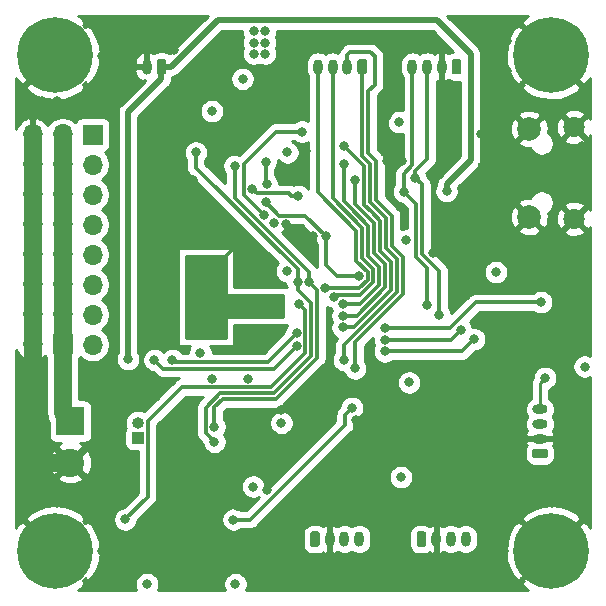
<source format=gbr>
G04 #@! TF.GenerationSoftware,KiCad,Pcbnew,(5.1.5)-3*
G04 #@! TF.CreationDate,2019-12-16T19:18:17+01:00*
G04 #@! TF.ProjectId,HadesMicroJLCPCB,48616465-734d-4696-9372-6f4a4c435043,rev?*
G04 #@! TF.SameCoordinates,Original*
G04 #@! TF.FileFunction,Copper,L4,Bot*
G04 #@! TF.FilePolarity,Positive*
%FSLAX46Y46*%
G04 Gerber Fmt 4.6, Leading zero omitted, Abs format (unit mm)*
G04 Created by KiCad (PCBNEW (5.1.5)-3) date 2019-12-16 19:18:17*
%MOMM*%
%LPD*%
G04 APERTURE LIST*
%ADD10C,6.400000*%
%ADD11C,0.800000*%
%ADD12C,2.400000*%
%ADD13R,2.400000X2.400000*%
%ADD14C,0.100000*%
%ADD15O,0.800000X1.300000*%
%ADD16O,1.300000X0.800000*%
%ADD17R,1.000000X1.000000*%
%ADD18O,1.000000X1.000000*%
%ADD19R,1.700000X1.700000*%
%ADD20O,1.700000X1.700000*%
%ADD21C,2.000000*%
%ADD22C,1.800000*%
%ADD23C,0.600000*%
%ADD24C,1.500000*%
%ADD25C,0.350000*%
%ADD26C,0.500000*%
%ADD27C,0.250000*%
%ADD28C,0.254000*%
G04 APERTURE END LIST*
D10*
X66000000Y-66000000D03*
D11*
X68400000Y-66000000D03*
X67697056Y-67697056D03*
X66000000Y-68400000D03*
X64302944Y-67697056D03*
X63600000Y-66000000D03*
X64302944Y-64302944D03*
X66000000Y-63600000D03*
X67697056Y-64302944D03*
X25697056Y-64302944D03*
X24000000Y-63600000D03*
X22302944Y-64302944D03*
X21600000Y-66000000D03*
X22302944Y-67697056D03*
X24000000Y-68400000D03*
X25697056Y-67697056D03*
X26400000Y-66000000D03*
D10*
X24000000Y-66000000D03*
X24000000Y-24000000D03*
D11*
X26400000Y-24000000D03*
X25697056Y-25697056D03*
X24000000Y-26400000D03*
X22302944Y-25697056D03*
X21600000Y-24000000D03*
X22302944Y-22302944D03*
X24000000Y-21600000D03*
X25697056Y-22302944D03*
X67697056Y-22302944D03*
X66000000Y-21600000D03*
X64302944Y-22302944D03*
X63600000Y-24000000D03*
X64302944Y-25697056D03*
X66000000Y-26400000D03*
X67697056Y-25697056D03*
X68400000Y-24000000D03*
D10*
X66000000Y-24000000D03*
D12*
X25298400Y-58516400D03*
D13*
X25298400Y-55016400D03*
G04 #@! TA.AperFunction,ComponentPad*
D14*
G36*
X46219603Y-64350963D02*
G01*
X46239018Y-64353843D01*
X46258057Y-64358612D01*
X46276537Y-64365224D01*
X46294279Y-64373616D01*
X46311114Y-64383706D01*
X46326879Y-64395398D01*
X46341421Y-64408579D01*
X46354602Y-64423121D01*
X46366294Y-64438886D01*
X46376384Y-64455721D01*
X46384776Y-64473463D01*
X46391388Y-64491943D01*
X46396157Y-64510982D01*
X46399037Y-64530397D01*
X46400000Y-64550000D01*
X46400000Y-65450000D01*
X46399037Y-65469603D01*
X46396157Y-65489018D01*
X46391388Y-65508057D01*
X46384776Y-65526537D01*
X46376384Y-65544279D01*
X46366294Y-65561114D01*
X46354602Y-65576879D01*
X46341421Y-65591421D01*
X46326879Y-65604602D01*
X46311114Y-65616294D01*
X46294279Y-65626384D01*
X46276537Y-65634776D01*
X46258057Y-65641388D01*
X46239018Y-65646157D01*
X46219603Y-65649037D01*
X46200000Y-65650000D01*
X45800000Y-65650000D01*
X45780397Y-65649037D01*
X45760982Y-65646157D01*
X45741943Y-65641388D01*
X45723463Y-65634776D01*
X45705721Y-65626384D01*
X45688886Y-65616294D01*
X45673121Y-65604602D01*
X45658579Y-65591421D01*
X45645398Y-65576879D01*
X45633706Y-65561114D01*
X45623616Y-65544279D01*
X45615224Y-65526537D01*
X45608612Y-65508057D01*
X45603843Y-65489018D01*
X45600963Y-65469603D01*
X45600000Y-65450000D01*
X45600000Y-64550000D01*
X45600963Y-64530397D01*
X45603843Y-64510982D01*
X45608612Y-64491943D01*
X45615224Y-64473463D01*
X45623616Y-64455721D01*
X45633706Y-64438886D01*
X45645398Y-64423121D01*
X45658579Y-64408579D01*
X45673121Y-64395398D01*
X45688886Y-64383706D01*
X45705721Y-64373616D01*
X45723463Y-64365224D01*
X45741943Y-64358612D01*
X45760982Y-64353843D01*
X45780397Y-64350963D01*
X45800000Y-64350000D01*
X46200000Y-64350000D01*
X46219603Y-64350963D01*
G37*
G04 #@! TD.AperFunction*
D15*
X47250000Y-65000000D03*
X48500000Y-65000000D03*
X49750000Y-65000000D03*
D16*
X65050800Y-54005400D03*
X65050800Y-55255400D03*
X65050800Y-56505400D03*
G04 #@! TA.AperFunction,ComponentPad*
D14*
G36*
X65520403Y-57356363D02*
G01*
X65539818Y-57359243D01*
X65558857Y-57364012D01*
X65577337Y-57370624D01*
X65595079Y-57379016D01*
X65611914Y-57389106D01*
X65627679Y-57400798D01*
X65642221Y-57413979D01*
X65655402Y-57428521D01*
X65667094Y-57444286D01*
X65677184Y-57461121D01*
X65685576Y-57478863D01*
X65692188Y-57497343D01*
X65696957Y-57516382D01*
X65699837Y-57535797D01*
X65700800Y-57555400D01*
X65700800Y-57955400D01*
X65699837Y-57975003D01*
X65696957Y-57994418D01*
X65692188Y-58013457D01*
X65685576Y-58031937D01*
X65677184Y-58049679D01*
X65667094Y-58066514D01*
X65655402Y-58082279D01*
X65642221Y-58096821D01*
X65627679Y-58110002D01*
X65611914Y-58121694D01*
X65595079Y-58131784D01*
X65577337Y-58140176D01*
X65558857Y-58146788D01*
X65539818Y-58151557D01*
X65520403Y-58154437D01*
X65500800Y-58155400D01*
X64600800Y-58155400D01*
X64581197Y-58154437D01*
X64561782Y-58151557D01*
X64542743Y-58146788D01*
X64524263Y-58140176D01*
X64506521Y-58131784D01*
X64489686Y-58121694D01*
X64473921Y-58110002D01*
X64459379Y-58096821D01*
X64446198Y-58082279D01*
X64434506Y-58066514D01*
X64424416Y-58049679D01*
X64416024Y-58031937D01*
X64409412Y-58013457D01*
X64404643Y-57994418D01*
X64401763Y-57975003D01*
X64400800Y-57955400D01*
X64400800Y-57555400D01*
X64401763Y-57535797D01*
X64404643Y-57516382D01*
X64409412Y-57497343D01*
X64416024Y-57478863D01*
X64424416Y-57461121D01*
X64434506Y-57444286D01*
X64446198Y-57428521D01*
X64459379Y-57413979D01*
X64473921Y-57400798D01*
X64489686Y-57389106D01*
X64506521Y-57379016D01*
X64524263Y-57370624D01*
X64542743Y-57364012D01*
X64561782Y-57359243D01*
X64581197Y-57356363D01*
X64600800Y-57355400D01*
X65500800Y-57355400D01*
X65520403Y-57356363D01*
G37*
G04 #@! TD.AperFunction*
D17*
X31013400Y-56438800D03*
D18*
X31013400Y-55168800D03*
D19*
X24638000Y-48514000D03*
D20*
X22098000Y-48514000D03*
X24638000Y-45974000D03*
X22098000Y-45974000D03*
X24638000Y-43434000D03*
X22098000Y-43434000D03*
X24638000Y-40894000D03*
X22098000Y-40894000D03*
X24638000Y-38354000D03*
X22098000Y-38354000D03*
X24638000Y-35814000D03*
X22098000Y-35814000D03*
X24638000Y-33274000D03*
X22098000Y-33274000D03*
X24638000Y-30734000D03*
X22098000Y-30734000D03*
D19*
X27178000Y-30759400D03*
D20*
X27178000Y-33299400D03*
X27178000Y-35839400D03*
X27178000Y-38379400D03*
X27178000Y-40919400D03*
X27178000Y-43459400D03*
X27178000Y-45999400D03*
X27178000Y-48539400D03*
G04 #@! TA.AperFunction,ComponentPad*
D14*
G36*
X50219603Y-24350963D02*
G01*
X50239018Y-24353843D01*
X50258057Y-24358612D01*
X50276537Y-24365224D01*
X50294279Y-24373616D01*
X50311114Y-24383706D01*
X50326879Y-24395398D01*
X50341421Y-24408579D01*
X50354602Y-24423121D01*
X50366294Y-24438886D01*
X50376384Y-24455721D01*
X50384776Y-24473463D01*
X50391388Y-24491943D01*
X50396157Y-24510982D01*
X50399037Y-24530397D01*
X50400000Y-24550000D01*
X50400000Y-25450000D01*
X50399037Y-25469603D01*
X50396157Y-25489018D01*
X50391388Y-25508057D01*
X50384776Y-25526537D01*
X50376384Y-25544279D01*
X50366294Y-25561114D01*
X50354602Y-25576879D01*
X50341421Y-25591421D01*
X50326879Y-25604602D01*
X50311114Y-25616294D01*
X50294279Y-25626384D01*
X50276537Y-25634776D01*
X50258057Y-25641388D01*
X50239018Y-25646157D01*
X50219603Y-25649037D01*
X50200000Y-25650000D01*
X49800000Y-25650000D01*
X49780397Y-25649037D01*
X49760982Y-25646157D01*
X49741943Y-25641388D01*
X49723463Y-25634776D01*
X49705721Y-25626384D01*
X49688886Y-25616294D01*
X49673121Y-25604602D01*
X49658579Y-25591421D01*
X49645398Y-25576879D01*
X49633706Y-25561114D01*
X49623616Y-25544279D01*
X49615224Y-25526537D01*
X49608612Y-25508057D01*
X49603843Y-25489018D01*
X49600963Y-25469603D01*
X49600000Y-25450000D01*
X49600000Y-24550000D01*
X49600963Y-24530397D01*
X49603843Y-24510982D01*
X49608612Y-24491943D01*
X49615224Y-24473463D01*
X49623616Y-24455721D01*
X49633706Y-24438886D01*
X49645398Y-24423121D01*
X49658579Y-24408579D01*
X49673121Y-24395398D01*
X49688886Y-24383706D01*
X49705721Y-24373616D01*
X49723463Y-24365224D01*
X49741943Y-24358612D01*
X49760982Y-24353843D01*
X49780397Y-24350963D01*
X49800000Y-24350000D01*
X50200000Y-24350000D01*
X50219603Y-24350963D01*
G37*
G04 #@! TD.AperFunction*
D15*
X48750000Y-25000000D03*
X47500000Y-25000000D03*
X46250000Y-25000000D03*
G04 #@! TA.AperFunction,ComponentPad*
D14*
G36*
X55219603Y-64350963D02*
G01*
X55239018Y-64353843D01*
X55258057Y-64358612D01*
X55276537Y-64365224D01*
X55294279Y-64373616D01*
X55311114Y-64383706D01*
X55326879Y-64395398D01*
X55341421Y-64408579D01*
X55354602Y-64423121D01*
X55366294Y-64438886D01*
X55376384Y-64455721D01*
X55384776Y-64473463D01*
X55391388Y-64491943D01*
X55396157Y-64510982D01*
X55399037Y-64530397D01*
X55400000Y-64550000D01*
X55400000Y-65450000D01*
X55399037Y-65469603D01*
X55396157Y-65489018D01*
X55391388Y-65508057D01*
X55384776Y-65526537D01*
X55376384Y-65544279D01*
X55366294Y-65561114D01*
X55354602Y-65576879D01*
X55341421Y-65591421D01*
X55326879Y-65604602D01*
X55311114Y-65616294D01*
X55294279Y-65626384D01*
X55276537Y-65634776D01*
X55258057Y-65641388D01*
X55239018Y-65646157D01*
X55219603Y-65649037D01*
X55200000Y-65650000D01*
X54800000Y-65650000D01*
X54780397Y-65649037D01*
X54760982Y-65646157D01*
X54741943Y-65641388D01*
X54723463Y-65634776D01*
X54705721Y-65626384D01*
X54688886Y-65616294D01*
X54673121Y-65604602D01*
X54658579Y-65591421D01*
X54645398Y-65576879D01*
X54633706Y-65561114D01*
X54623616Y-65544279D01*
X54615224Y-65526537D01*
X54608612Y-65508057D01*
X54603843Y-65489018D01*
X54600963Y-65469603D01*
X54600000Y-65450000D01*
X54600000Y-64550000D01*
X54600963Y-64530397D01*
X54603843Y-64510982D01*
X54608612Y-64491943D01*
X54615224Y-64473463D01*
X54623616Y-64455721D01*
X54633706Y-64438886D01*
X54645398Y-64423121D01*
X54658579Y-64408579D01*
X54673121Y-64395398D01*
X54688886Y-64383706D01*
X54705721Y-64373616D01*
X54723463Y-64365224D01*
X54741943Y-64358612D01*
X54760982Y-64353843D01*
X54780397Y-64350963D01*
X54800000Y-64350000D01*
X55200000Y-64350000D01*
X55219603Y-64350963D01*
G37*
G04 #@! TD.AperFunction*
D15*
X56250000Y-65000000D03*
X57500000Y-65000000D03*
X58750000Y-65000000D03*
X54250000Y-25000000D03*
X55500000Y-25000000D03*
X56750000Y-25000000D03*
G04 #@! TA.AperFunction,ComponentPad*
D14*
G36*
X58219603Y-24350963D02*
G01*
X58239018Y-24353843D01*
X58258057Y-24358612D01*
X58276537Y-24365224D01*
X58294279Y-24373616D01*
X58311114Y-24383706D01*
X58326879Y-24395398D01*
X58341421Y-24408579D01*
X58354602Y-24423121D01*
X58366294Y-24438886D01*
X58376384Y-24455721D01*
X58384776Y-24473463D01*
X58391388Y-24491943D01*
X58396157Y-24510982D01*
X58399037Y-24530397D01*
X58400000Y-24550000D01*
X58400000Y-25450000D01*
X58399037Y-25469603D01*
X58396157Y-25489018D01*
X58391388Y-25508057D01*
X58384776Y-25526537D01*
X58376384Y-25544279D01*
X58366294Y-25561114D01*
X58354602Y-25576879D01*
X58341421Y-25591421D01*
X58326879Y-25604602D01*
X58311114Y-25616294D01*
X58294279Y-25626384D01*
X58276537Y-25634776D01*
X58258057Y-25641388D01*
X58239018Y-25646157D01*
X58219603Y-25649037D01*
X58200000Y-25650000D01*
X57800000Y-25650000D01*
X57780397Y-25649037D01*
X57760982Y-25646157D01*
X57741943Y-25641388D01*
X57723463Y-25634776D01*
X57705721Y-25626384D01*
X57688886Y-25616294D01*
X57673121Y-25604602D01*
X57658579Y-25591421D01*
X57645398Y-25576879D01*
X57633706Y-25561114D01*
X57623616Y-25544279D01*
X57615224Y-25526537D01*
X57608612Y-25508057D01*
X57603843Y-25489018D01*
X57600963Y-25469603D01*
X57600000Y-25450000D01*
X57600000Y-24550000D01*
X57600963Y-24530397D01*
X57603843Y-24510982D01*
X57608612Y-24491943D01*
X57615224Y-24473463D01*
X57623616Y-24455721D01*
X57633706Y-24438886D01*
X57645398Y-24423121D01*
X57658579Y-24408579D01*
X57673121Y-24395398D01*
X57688886Y-24383706D01*
X57705721Y-24373616D01*
X57723463Y-24365224D01*
X57741943Y-24358612D01*
X57760982Y-24353843D01*
X57780397Y-24350963D01*
X57800000Y-24350000D01*
X58200000Y-24350000D01*
X58219603Y-24350963D01*
G37*
G04 #@! TD.AperFunction*
D21*
X64150000Y-37725000D03*
X64150000Y-30275000D03*
D22*
X67950000Y-37875000D03*
X67950000Y-30125000D03*
G04 #@! TA.AperFunction,ComponentPad*
D14*
G36*
X33219603Y-24350963D02*
G01*
X33239018Y-24353843D01*
X33258057Y-24358612D01*
X33276537Y-24365224D01*
X33294279Y-24373616D01*
X33311114Y-24383706D01*
X33326879Y-24395398D01*
X33341421Y-24408579D01*
X33354602Y-24423121D01*
X33366294Y-24438886D01*
X33376384Y-24455721D01*
X33384776Y-24473463D01*
X33391388Y-24491943D01*
X33396157Y-24510982D01*
X33399037Y-24530397D01*
X33400000Y-24550000D01*
X33400000Y-25450000D01*
X33399037Y-25469603D01*
X33396157Y-25489018D01*
X33391388Y-25508057D01*
X33384776Y-25526537D01*
X33376384Y-25544279D01*
X33366294Y-25561114D01*
X33354602Y-25576879D01*
X33341421Y-25591421D01*
X33326879Y-25604602D01*
X33311114Y-25616294D01*
X33294279Y-25626384D01*
X33276537Y-25634776D01*
X33258057Y-25641388D01*
X33239018Y-25646157D01*
X33219603Y-25649037D01*
X33200000Y-25650000D01*
X32800000Y-25650000D01*
X32780397Y-25649037D01*
X32760982Y-25646157D01*
X32741943Y-25641388D01*
X32723463Y-25634776D01*
X32705721Y-25626384D01*
X32688886Y-25616294D01*
X32673121Y-25604602D01*
X32658579Y-25591421D01*
X32645398Y-25576879D01*
X32633706Y-25561114D01*
X32623616Y-25544279D01*
X32615224Y-25526537D01*
X32608612Y-25508057D01*
X32603843Y-25489018D01*
X32600963Y-25469603D01*
X32600000Y-25450000D01*
X32600000Y-24550000D01*
X32600963Y-24530397D01*
X32603843Y-24510982D01*
X32608612Y-24491943D01*
X32615224Y-24473463D01*
X32623616Y-24455721D01*
X32633706Y-24438886D01*
X32645398Y-24423121D01*
X32658579Y-24408579D01*
X32673121Y-24395398D01*
X32688886Y-24383706D01*
X32705721Y-24373616D01*
X32723463Y-24365224D01*
X32741943Y-24358612D01*
X32760982Y-24353843D01*
X32780397Y-24350963D01*
X32800000Y-24350000D01*
X33200000Y-24350000D01*
X33219603Y-24350963D01*
G37*
G04 #@! TD.AperFunction*
D15*
X31750000Y-25000000D03*
D11*
X56032400Y-40767000D03*
X45821600Y-39370000D03*
X43154600Y-54102000D03*
D23*
X60071000Y-33401000D03*
D11*
X63500000Y-62357000D03*
X62996800Y-58704200D03*
X35306000Y-29692600D03*
X30734000Y-21590000D03*
X30734000Y-22606000D03*
X30734000Y-23622000D03*
X34036000Y-23622000D03*
X34036000Y-22606000D03*
X34036000Y-21590000D03*
X36068000Y-27051000D03*
X35052000Y-27051000D03*
X35052000Y-28067000D03*
X36068000Y-28067000D03*
X42545000Y-26035000D03*
X41529000Y-27051000D03*
X35702600Y-34585000D03*
X32757400Y-39785000D03*
D23*
X38303200Y-41198800D03*
X35229800Y-47828200D03*
D11*
X39801800Y-39370000D03*
X40640000Y-47244000D03*
X65938400Y-33538400D03*
X60045600Y-30734000D03*
X53492400Y-54635400D03*
X49453800Y-54914800D03*
X57454800Y-59893200D03*
X43586400Y-38328600D03*
X39141400Y-60477400D03*
X41910000Y-60883800D03*
X44577000Y-57251600D03*
X32537400Y-52959000D03*
X37312600Y-51409600D03*
X45237400Y-32181800D03*
X27940000Y-21590000D03*
X29210000Y-21590000D03*
X27940000Y-22860000D03*
X27940000Y-24130000D03*
X29210000Y-22860000D03*
X29210000Y-24130000D03*
X29210000Y-25400000D03*
X27940000Y-25400000D03*
X27940000Y-26670000D03*
X29210000Y-26670000D03*
X29210000Y-27940000D03*
X27940000Y-27940000D03*
X26670000Y-27940000D03*
X25400000Y-27940000D03*
X24130000Y-27940000D03*
X22860000Y-27940000D03*
X21590000Y-27940000D03*
X52070000Y-29210000D03*
X26670000Y-62230000D03*
X27940000Y-62230000D03*
X29210000Y-62230000D03*
X27940000Y-63500000D03*
X27940000Y-64770000D03*
X27940000Y-66040000D03*
X27940000Y-67310000D03*
X27940000Y-68580000D03*
X21590000Y-61976000D03*
X22860000Y-61976000D03*
X34290000Y-64770000D03*
X41910000Y-64770000D03*
X53340000Y-62230000D03*
X54610000Y-62230000D03*
X59690000Y-62230000D03*
X61976000Y-64770000D03*
X61976000Y-66040000D03*
X61976000Y-67310000D03*
X64770000Y-61976000D03*
X67310000Y-61976000D03*
X68580000Y-61976000D03*
X68580000Y-60706000D03*
X67310000Y-60706000D03*
X66040000Y-60706000D03*
X64770000Y-60706000D03*
X63500000Y-60706000D03*
X60960000Y-21590000D03*
X62230000Y-21590000D03*
X62230000Y-22860000D03*
X60960000Y-22860000D03*
X60960000Y-24130000D03*
X62230000Y-25400000D03*
X68580000Y-31750000D03*
X68580000Y-33020000D03*
X68580000Y-34290000D03*
X66040000Y-35560000D03*
X68580000Y-35560000D03*
X52070000Y-33020000D03*
X53340000Y-33020000D03*
X39370000Y-62230000D03*
X66040000Y-61976000D03*
X61976000Y-68580000D03*
X24130000Y-61976000D03*
X53746400Y-39700200D03*
X42545000Y-38252400D03*
X43637200Y-42316400D03*
X43154600Y-55168800D03*
X53975000Y-51739800D03*
X36296600Y-49225200D03*
X40309800Y-51409600D03*
X37266600Y-28757600D03*
X41783000Y-23901400D03*
X40817800Y-22961600D03*
X41783000Y-22961600D03*
X39878000Y-26035000D03*
X40817800Y-22021800D03*
X41783000Y-22021800D03*
X68834000Y-50393600D03*
X61315600Y-42392600D03*
X40767000Y-60553600D03*
X39261800Y-68802000D03*
X31794200Y-68802000D03*
X53111400Y-29692600D03*
X53268600Y-59761400D03*
X43662600Y-32258000D03*
X40817800Y-23901400D03*
X30175200Y-49758600D03*
X57150000Y-35534600D03*
X51917600Y-47142400D03*
X65151000Y-44932600D03*
X51917600Y-48107600D03*
X58343800Y-47320200D03*
X51917600Y-49098200D03*
X59486800Y-48082200D03*
X33934400Y-49834800D03*
X44450000Y-47548800D03*
X32410400Y-49834800D03*
X44450000Y-48615600D03*
X65481200Y-51358800D03*
X49352200Y-34620200D03*
X48336200Y-46101000D03*
X46964600Y-39370000D03*
X49733200Y-42697400D03*
X41833800Y-36449000D03*
X44577800Y-35941000D03*
X40690800Y-35356800D03*
X41679201Y-37539001D03*
X48336200Y-47066200D03*
X48463200Y-31724600D03*
X44907200Y-30505400D03*
X41910000Y-34899600D03*
X48336200Y-45085000D03*
X48463200Y-33274000D03*
X41833800Y-33045400D03*
X48437800Y-49834800D03*
X49403000Y-50546000D03*
X49123600Y-53882600D03*
X39090600Y-63347600D03*
X56515000Y-45999400D03*
X54483000Y-34391600D03*
X55524400Y-45186600D03*
X53517800Y-35585400D03*
X47574200Y-44475400D03*
X46888400Y-43738800D03*
X29941800Y-63327000D03*
X44627800Y-45059600D03*
X45491400Y-43230800D03*
X39192200Y-33401000D03*
X37490400Y-55499000D03*
X37490400Y-56769000D03*
X44526200Y-43230800D03*
X35915600Y-32258000D03*
D24*
X23601344Y-58516400D02*
X25298400Y-58516400D01*
X22098000Y-48514000D02*
X22098000Y-57013056D01*
X22098000Y-57013056D02*
X23601344Y-58516400D01*
X22098000Y-48514000D02*
X22098000Y-45974000D01*
X22098000Y-45974000D02*
X22098000Y-43434000D01*
X22098000Y-43434000D02*
X22098000Y-40894000D01*
X22098000Y-40894000D02*
X22098000Y-38354000D01*
X22098000Y-38354000D02*
X22098000Y-35814000D01*
X22098000Y-35814000D02*
X22098000Y-33274000D01*
X22098000Y-33274000D02*
X22098000Y-30734000D01*
D25*
X39801800Y-39700200D02*
X38303200Y-41198800D01*
X39801800Y-39370000D02*
X39801800Y-39700200D01*
D26*
X30175200Y-49758600D02*
X30175200Y-28879800D01*
X33000000Y-26055000D02*
X33000000Y-25000000D01*
X30175200Y-28879800D02*
X33000000Y-26055000D01*
X59182000Y-32936915D02*
X57150000Y-34968915D01*
X33000000Y-25000000D02*
X33842002Y-25000000D01*
X57150000Y-34968915D02*
X57150000Y-35534600D01*
X56337200Y-21082000D02*
X59182000Y-23926800D01*
X37760002Y-21082000D02*
X56337200Y-21082000D01*
X33842002Y-25000000D02*
X37760002Y-21082000D01*
X59182000Y-23926800D02*
X59182000Y-32936915D01*
D25*
X51917600Y-47142400D02*
X57448598Y-47142400D01*
X59658398Y-44932600D02*
X65151000Y-44932600D01*
X57448598Y-47142400D02*
X59658398Y-44932600D01*
X57556400Y-48107600D02*
X58343800Y-47320200D01*
X51917600Y-48107600D02*
X57556400Y-48107600D01*
X58470800Y-49098200D02*
X59486800Y-48082200D01*
X51917600Y-49098200D02*
X58470800Y-49098200D01*
X44450000Y-47548800D02*
X44450000Y-47548800D01*
X41986200Y-50012600D02*
X44450000Y-47548800D01*
X33934400Y-49834800D02*
X34112200Y-50012600D01*
X34112200Y-50012600D02*
X41986200Y-50012600D01*
X32810399Y-50234799D02*
X32410400Y-49834800D01*
X33135401Y-50559801D02*
X32810399Y-50234799D01*
X42505799Y-50559801D02*
X33135401Y-50559801D01*
X44450000Y-48615600D02*
X42505799Y-50559801D01*
D27*
X65050800Y-51789200D02*
X65050800Y-54005400D01*
X65481200Y-51358800D02*
X65050800Y-51789200D01*
D25*
X49523962Y-46101000D02*
X48336200Y-46101000D01*
X51958231Y-43666731D02*
X49523962Y-46101000D01*
X49352200Y-36588240D02*
X51015639Y-38251679D01*
X49352200Y-34620200D02*
X49352200Y-36588240D01*
X51958231Y-41734271D02*
X51958231Y-43666731D01*
X51015639Y-40791679D02*
X51958231Y-41734271D01*
X51015639Y-38251679D02*
X51015639Y-40791679D01*
D27*
X49720602Y-42684802D02*
X49733200Y-42697400D01*
D25*
X45198199Y-37603599D02*
X46964600Y-39370000D01*
X41833800Y-36449000D02*
X42988399Y-37603599D01*
X42988399Y-37603599D02*
X45198199Y-37603599D01*
X46964600Y-39370000D02*
X46964600Y-41808400D01*
X47853600Y-42697400D02*
X49733200Y-42697400D01*
X46964600Y-41808400D02*
X47853600Y-42697400D01*
X43795114Y-35723999D02*
X44012115Y-35941000D01*
X40690800Y-35356800D02*
X41057999Y-35723999D01*
X44012115Y-35941000D02*
X44577800Y-35941000D01*
X41057999Y-35723999D02*
X43795114Y-35723999D01*
X52458241Y-43873841D02*
X52458241Y-41527161D01*
X48336200Y-47066200D02*
X49265882Y-47066200D01*
X49265882Y-47066200D02*
X52458241Y-43873841D01*
X51630040Y-40698960D02*
X51515649Y-40584569D01*
X51515649Y-38044569D02*
X51515643Y-38044563D01*
X51515649Y-40584569D02*
X51515649Y-38044569D01*
X51515643Y-38044563D02*
X50791840Y-37320760D01*
X52458241Y-41527161D02*
X51630040Y-40698960D01*
X50791840Y-37320760D02*
X50165000Y-36693920D01*
X50165000Y-36693920D02*
X50165000Y-33426400D01*
X50165000Y-33426400D02*
X48463200Y-31724600D01*
X48463200Y-31724600D02*
X48463200Y-31724600D01*
X39965799Y-35825599D02*
X39965799Y-33211601D01*
X41679201Y-37539001D02*
X39965799Y-35825599D01*
X39965799Y-33211601D02*
X42672000Y-30505400D01*
X42672000Y-30505400D02*
X44907200Y-30505400D01*
X44907200Y-30505400D02*
X44907200Y-30505400D01*
X49832842Y-45085000D02*
X51458221Y-43459621D01*
X48336200Y-45085000D02*
X49832842Y-45085000D01*
X51458221Y-41941381D02*
X51458219Y-41941379D01*
X51458221Y-43459621D02*
X51458221Y-41941381D01*
X49030620Y-36973780D02*
X48463200Y-36406360D01*
X48463200Y-36406360D02*
X48463200Y-33274000D01*
X48463200Y-33274000D02*
X48463200Y-33274000D01*
X50515629Y-38458789D02*
X50515627Y-38458787D01*
X50515627Y-38458787D02*
X49030620Y-36973780D01*
X50515629Y-39522400D02*
X50515629Y-38458789D01*
X50515629Y-40998789D02*
X50515629Y-39522400D01*
X51458219Y-41941379D02*
X50515629Y-40998789D01*
X41833800Y-34823400D02*
X41910000Y-34899600D01*
X41833800Y-33045400D02*
X41833800Y-34823400D01*
D24*
X24638000Y-54356000D02*
X25298400Y-55016400D01*
X24638000Y-48514000D02*
X24638000Y-54356000D01*
X24638000Y-48514000D02*
X24638000Y-45974000D01*
X24638000Y-45974000D02*
X24638000Y-43434000D01*
X24638000Y-43434000D02*
X24638000Y-40894000D01*
X24638000Y-40894000D02*
X24638000Y-38354000D01*
X24638000Y-38354000D02*
X24638000Y-35814000D01*
X24638000Y-35814000D02*
X24638000Y-33274000D01*
X24638000Y-33274000D02*
X24638000Y-30734000D01*
D25*
X50000000Y-32554280D02*
X50000000Y-25000000D01*
X52015659Y-37837459D02*
X50665010Y-36486810D01*
X48437800Y-48601402D02*
X52958251Y-44080951D01*
X48437800Y-49834800D02*
X48437800Y-48601402D01*
X50665010Y-36486810D02*
X50665010Y-33219290D01*
X52015659Y-40377459D02*
X52015659Y-37837459D01*
X52958251Y-44080951D02*
X52958251Y-41320051D01*
X50665010Y-33219290D02*
X50000000Y-32554280D01*
X52958251Y-41320051D02*
X52015659Y-40377459D01*
X48750000Y-24000000D02*
X48750000Y-25000000D01*
X48975600Y-23774400D02*
X48750000Y-24000000D01*
X50698400Y-23774400D02*
X48975600Y-23774400D01*
X51054000Y-24130000D02*
X50698400Y-23774400D01*
X53458261Y-41112941D02*
X52515669Y-40170349D01*
X51165020Y-33012180D02*
X50500010Y-32347170D01*
X50500010Y-32347170D02*
X50500010Y-27096990D01*
X52515669Y-37630349D02*
X51165020Y-36279700D01*
X52515669Y-40170349D02*
X52515669Y-37630349D01*
X53458261Y-44288061D02*
X53458261Y-41112941D01*
X49403000Y-48343322D02*
X53458261Y-44288061D01*
X49403000Y-50546000D02*
X49403000Y-48343322D01*
X51165020Y-36279700D02*
X51165020Y-33012180D01*
X51054000Y-26543000D02*
X51054000Y-24130000D01*
X50500010Y-27096990D02*
X51054000Y-26543000D01*
X40519202Y-63347600D02*
X48539400Y-55327402D01*
X39090600Y-63347600D02*
X40519202Y-63347600D01*
X48539400Y-54466800D02*
X49123600Y-53882600D01*
X48539400Y-55327402D02*
X48539400Y-54466800D01*
X54483000Y-34391600D02*
X54483000Y-34391600D01*
X55500000Y-26000000D02*
X55500000Y-25000000D01*
X55500000Y-32808915D02*
X55500000Y-26000000D01*
X54483000Y-34391600D02*
X54483000Y-33825915D01*
X54483000Y-33825915D02*
X55500000Y-32808915D01*
X55067200Y-40874802D02*
X56515000Y-42322602D01*
X56515000Y-42322602D02*
X56515000Y-45999400D01*
X54483000Y-34391600D02*
X55067200Y-34975800D01*
X55067200Y-34975800D02*
X55067200Y-40874802D01*
X54250000Y-26000000D02*
X54250000Y-25000000D01*
X53517800Y-35585400D02*
X53517800Y-34083995D01*
X54250000Y-33351795D02*
X54250000Y-26000000D01*
X53517800Y-34083995D02*
X54250000Y-33351795D01*
X54567190Y-36634790D02*
X53517800Y-35585400D01*
X55524400Y-45186600D02*
X55524400Y-42039122D01*
X54567190Y-41081912D02*
X54567190Y-36634790D01*
X55524400Y-42039122D02*
X54567190Y-41081912D01*
X47500000Y-31197280D02*
X47500000Y-25000000D01*
X47689601Y-44359999D02*
X49850723Y-44359999D01*
X47574200Y-44475400D02*
X47689601Y-44359999D01*
X50958211Y-43252511D02*
X50958211Y-42148491D01*
X47500000Y-36150280D02*
X47500000Y-31197280D01*
X49850723Y-44359999D02*
X50958211Y-43252511D01*
X50958211Y-42148491D02*
X50015619Y-41205899D01*
X50015619Y-41205899D02*
X50015619Y-38665899D01*
X50015619Y-38665899D02*
X47500000Y-36150280D01*
X46888400Y-43738800D02*
X49764802Y-43738800D01*
X49764802Y-43738800D02*
X50458201Y-43045401D01*
X46250000Y-30654400D02*
X46250000Y-25000000D01*
X50458201Y-43045401D02*
X50458201Y-42355601D01*
X46250000Y-35607400D02*
X46250000Y-30654400D01*
X49515609Y-38873009D02*
X46250000Y-35607400D01*
X49515609Y-41413009D02*
X49515609Y-38873009D01*
X50458201Y-42355601D02*
X49515609Y-41413009D01*
X44627800Y-45059600D02*
X44627800Y-45059600D01*
X29941800Y-63327000D02*
X31838401Y-61430399D01*
X31838401Y-61430399D02*
X31838401Y-55029599D01*
X34733399Y-52134601D02*
X42302599Y-52134601D01*
X31838401Y-55029599D02*
X34733399Y-52134601D01*
X45027799Y-45459599D02*
X44627800Y-45059600D01*
X45175001Y-45606801D02*
X45027799Y-45459599D01*
X42302599Y-52134601D02*
X45175001Y-49262199D01*
X45175001Y-49262199D02*
X45175001Y-45606801D01*
X45491400Y-43230800D02*
X45491400Y-42424202D01*
X39192200Y-33966685D02*
X39192200Y-33401000D01*
X39192200Y-36125002D02*
X39192200Y-33966685D01*
X45491400Y-42424202D02*
X39192200Y-36125002D01*
X37490400Y-55499000D02*
X37490400Y-53843920D01*
X37490400Y-53843920D02*
X38199699Y-53134621D01*
X38199699Y-53134621D02*
X42716819Y-53134621D01*
X42716819Y-53134621D02*
X46175021Y-49676419D01*
X46175021Y-43914421D02*
X45491400Y-43230800D01*
X46175021Y-49676419D02*
X46175021Y-43914421D01*
X44526200Y-42166122D02*
X35915600Y-33555522D01*
X44526200Y-43230800D02*
X44526200Y-42166122D01*
X37090401Y-56369001D02*
X37490400Y-56769000D01*
X36765399Y-53861801D02*
X36765399Y-56043999D01*
X37992589Y-52634611D02*
X36765399Y-53861801D01*
X44526200Y-43230800D02*
X44526200Y-43884998D01*
X45675011Y-49469309D02*
X42509709Y-52634611D01*
X36765399Y-56043999D02*
X37090401Y-56369001D01*
X44526200Y-43884998D02*
X45675011Y-45033809D01*
X45675011Y-45033809D02*
X45675011Y-49469309D01*
X42509709Y-52634611D02*
X37992589Y-52634611D01*
X35915600Y-33555522D02*
X35915600Y-32258000D01*
D28*
G36*
X33704960Y-23885464D02*
G01*
X33665608Y-23853169D01*
X33520716Y-23775722D01*
X33363500Y-23728031D01*
X33200000Y-23711928D01*
X32800000Y-23711928D01*
X32636500Y-23728031D01*
X32479284Y-23775722D01*
X32334392Y-23853169D01*
X32316015Y-23868251D01*
X32298160Y-23854745D01*
X32112972Y-23765006D01*
X32036123Y-23755334D01*
X31877000Y-23883002D01*
X31877000Y-24873000D01*
X31897000Y-24873000D01*
X31897000Y-25127000D01*
X31877000Y-25127000D01*
X31877000Y-25147000D01*
X31623000Y-25147000D01*
X31623000Y-25127000D01*
X30866238Y-25127000D01*
X30701082Y-25291599D01*
X30729352Y-25495433D01*
X30796845Y-25689836D01*
X30900967Y-25867336D01*
X31037717Y-26021112D01*
X31201840Y-26145255D01*
X31387028Y-26234994D01*
X31463877Y-26244666D01*
X31622998Y-26117000D01*
X31622998Y-26180423D01*
X29580151Y-28223271D01*
X29546384Y-28250983D01*
X29518671Y-28284751D01*
X29518668Y-28284754D01*
X29435790Y-28385741D01*
X29353612Y-28539487D01*
X29303005Y-28706310D01*
X29285919Y-28879800D01*
X29290201Y-28923279D01*
X29290200Y-49220146D01*
X29257995Y-49268344D01*
X29179974Y-49456702D01*
X29140200Y-49656661D01*
X29140200Y-49860539D01*
X29179974Y-50060498D01*
X29257995Y-50248856D01*
X29371263Y-50418374D01*
X29515426Y-50562537D01*
X29684944Y-50675805D01*
X29873302Y-50753826D01*
X30073261Y-50793600D01*
X30277139Y-50793600D01*
X30477098Y-50753826D01*
X30665456Y-50675805D01*
X30834974Y-50562537D01*
X30979137Y-50418374D01*
X31092405Y-50248856D01*
X31170426Y-50060498D01*
X31210200Y-49860539D01*
X31210200Y-49656661D01*
X31170426Y-49456702D01*
X31092405Y-49268344D01*
X31060200Y-49220146D01*
X31060200Y-29246378D01*
X31650917Y-28655661D01*
X36231600Y-28655661D01*
X36231600Y-28859539D01*
X36271374Y-29059498D01*
X36349395Y-29247856D01*
X36462663Y-29417374D01*
X36606826Y-29561537D01*
X36776344Y-29674805D01*
X36964702Y-29752826D01*
X37164661Y-29792600D01*
X37368539Y-29792600D01*
X37568498Y-29752826D01*
X37756856Y-29674805D01*
X37926374Y-29561537D01*
X38070537Y-29417374D01*
X38183805Y-29247856D01*
X38261826Y-29059498D01*
X38301600Y-28859539D01*
X38301600Y-28655661D01*
X38261826Y-28455702D01*
X38183805Y-28267344D01*
X38070537Y-28097826D01*
X37926374Y-27953663D01*
X37756856Y-27840395D01*
X37568498Y-27762374D01*
X37368539Y-27722600D01*
X37164661Y-27722600D01*
X36964702Y-27762374D01*
X36776344Y-27840395D01*
X36606826Y-27953663D01*
X36462663Y-28097826D01*
X36349395Y-28267344D01*
X36271374Y-28455702D01*
X36231600Y-28655661D01*
X31650917Y-28655661D01*
X33595050Y-26711529D01*
X33628817Y-26683817D01*
X33692031Y-26606792D01*
X33739410Y-26549060D01*
X33739411Y-26549059D01*
X33821589Y-26395313D01*
X33872195Y-26228490D01*
X33885000Y-26098477D01*
X33885000Y-26098467D01*
X33889281Y-26055001D01*
X33885000Y-26011535D01*
X33885000Y-25933061D01*
X38843000Y-25933061D01*
X38843000Y-26136939D01*
X38882774Y-26336898D01*
X38960795Y-26525256D01*
X39074063Y-26694774D01*
X39218226Y-26838937D01*
X39387744Y-26952205D01*
X39576102Y-27030226D01*
X39776061Y-27070000D01*
X39979939Y-27070000D01*
X40179898Y-27030226D01*
X40368256Y-26952205D01*
X40537774Y-26838937D01*
X40681937Y-26694774D01*
X40795205Y-26525256D01*
X40873226Y-26336898D01*
X40913000Y-26136939D01*
X40913000Y-25933061D01*
X40873226Y-25733102D01*
X40795205Y-25544744D01*
X40681937Y-25375226D01*
X40537774Y-25231063D01*
X40368256Y-25117795D01*
X40179898Y-25039774D01*
X39979939Y-25000000D01*
X39776061Y-25000000D01*
X39576102Y-25039774D01*
X39387744Y-25117795D01*
X39218226Y-25231063D01*
X39074063Y-25375226D01*
X38960795Y-25544744D01*
X38882774Y-25733102D01*
X38843000Y-25933061D01*
X33885000Y-25933061D01*
X33885000Y-25930024D01*
X33896831Y-25915608D01*
X33914731Y-25882119D01*
X34015492Y-25872195D01*
X34182315Y-25821589D01*
X34336061Y-25739411D01*
X34470819Y-25628817D01*
X34498536Y-25595044D01*
X38126581Y-21967000D01*
X39782800Y-21967000D01*
X39782800Y-22123739D01*
X39822574Y-22323698D01*
X39892163Y-22491700D01*
X39822574Y-22659702D01*
X39782800Y-22859661D01*
X39782800Y-23063539D01*
X39822574Y-23263498D01*
X39892163Y-23431500D01*
X39822574Y-23599502D01*
X39782800Y-23799461D01*
X39782800Y-24003339D01*
X39822574Y-24203298D01*
X39900595Y-24391656D01*
X40013863Y-24561174D01*
X40158026Y-24705337D01*
X40327544Y-24818605D01*
X40515902Y-24896626D01*
X40715861Y-24936400D01*
X40919739Y-24936400D01*
X41119698Y-24896626D01*
X41300400Y-24821776D01*
X41481102Y-24896626D01*
X41681061Y-24936400D01*
X41884939Y-24936400D01*
X42084898Y-24896626D01*
X42273256Y-24818605D01*
X42442774Y-24705337D01*
X42586937Y-24561174D01*
X42700205Y-24391656D01*
X42778226Y-24203298D01*
X42818000Y-24003339D01*
X42818000Y-23799461D01*
X42778226Y-23599502D01*
X42708637Y-23431500D01*
X42778226Y-23263498D01*
X42818000Y-23063539D01*
X42818000Y-22859661D01*
X42778226Y-22659702D01*
X42708637Y-22491700D01*
X42778226Y-22323698D01*
X42818000Y-22123739D01*
X42818000Y-21967000D01*
X55970622Y-21967000D01*
X57723121Y-23719500D01*
X57636500Y-23728031D01*
X57479284Y-23775722D01*
X57334392Y-23853169D01*
X57316015Y-23868251D01*
X57298160Y-23854745D01*
X57112972Y-23765006D01*
X57036123Y-23755334D01*
X56877000Y-23883002D01*
X56877000Y-24873000D01*
X56897000Y-24873000D01*
X56897000Y-25127000D01*
X56877000Y-25127000D01*
X56877000Y-26116998D01*
X57036123Y-26244666D01*
X57112972Y-26234994D01*
X57298160Y-26145255D01*
X57316015Y-26131749D01*
X57334392Y-26146831D01*
X57479284Y-26224278D01*
X57636500Y-26271969D01*
X57800000Y-26288072D01*
X58200000Y-26288072D01*
X58297000Y-26278519D01*
X58297001Y-32570335D01*
X56554956Y-34312381D01*
X56521183Y-34340098D01*
X56410589Y-34474857D01*
X56328411Y-34628603D01*
X56297451Y-34730663D01*
X56282041Y-34781463D01*
X56277805Y-34795426D01*
X56265000Y-34925439D01*
X56265000Y-34925446D01*
X56260719Y-34968915D01*
X56263606Y-34998232D01*
X56232795Y-35044344D01*
X56154774Y-35232702D01*
X56115000Y-35432661D01*
X56115000Y-35636539D01*
X56154774Y-35836498D01*
X56232795Y-36024856D01*
X56346063Y-36194374D01*
X56490226Y-36338537D01*
X56659744Y-36451805D01*
X56848102Y-36529826D01*
X57048061Y-36569600D01*
X57251939Y-36569600D01*
X57451898Y-36529826D01*
X57640256Y-36451805D01*
X57809774Y-36338537D01*
X57953937Y-36194374D01*
X58067205Y-36024856D01*
X58145226Y-35836498D01*
X58185000Y-35636539D01*
X58185000Y-35432661D01*
X58145226Y-35232702D01*
X58143048Y-35227445D01*
X59777049Y-33593445D01*
X59810817Y-33565732D01*
X59862351Y-33502939D01*
X59921410Y-33430975D01*
X59921411Y-33430974D01*
X60003589Y-33277228D01*
X60048309Y-33129808D01*
X60054195Y-33110406D01*
X60057785Y-33073952D01*
X60067000Y-32980392D01*
X60067000Y-32980384D01*
X60071281Y-32936915D01*
X60067000Y-32893446D01*
X60067000Y-31410413D01*
X63194192Y-31410413D01*
X63289956Y-31674814D01*
X63579571Y-31815704D01*
X63891108Y-31897384D01*
X64212595Y-31916718D01*
X64250198Y-31911561D01*
X64282795Y-31990256D01*
X64396063Y-32159774D01*
X64540226Y-32303937D01*
X64709744Y-32417205D01*
X64898102Y-32495226D01*
X65098061Y-32535000D01*
X65301939Y-32535000D01*
X65501898Y-32495226D01*
X65690256Y-32417205D01*
X65859774Y-32303937D01*
X66003937Y-32159774D01*
X66117205Y-31990256D01*
X66195226Y-31801898D01*
X66235000Y-31601939D01*
X66235000Y-31398061D01*
X66195226Y-31198102D01*
X66191489Y-31189080D01*
X67065525Y-31189080D01*
X67149208Y-31443261D01*
X67421775Y-31574158D01*
X67714642Y-31649365D01*
X68016553Y-31665991D01*
X68315907Y-31623397D01*
X68601199Y-31523222D01*
X68750792Y-31443261D01*
X68834475Y-31189080D01*
X67950000Y-30304605D01*
X67065525Y-31189080D01*
X66191489Y-31189080D01*
X66117205Y-31009744D01*
X66003937Y-30840226D01*
X65859774Y-30696063D01*
X65749231Y-30622201D01*
X65772384Y-30533892D01*
X65791718Y-30212405D01*
X65788859Y-30191553D01*
X66409009Y-30191553D01*
X66451603Y-30490907D01*
X66551778Y-30776199D01*
X66631739Y-30925792D01*
X66885920Y-31009475D01*
X67770395Y-30125000D01*
X66885920Y-29240525D01*
X66631739Y-29324208D01*
X66500842Y-29596775D01*
X66425635Y-29889642D01*
X66409009Y-30191553D01*
X65788859Y-30191553D01*
X65747961Y-29893325D01*
X65642795Y-29588912D01*
X65549814Y-29414956D01*
X65285413Y-29319192D01*
X64329605Y-30275000D01*
X64343748Y-30289143D01*
X64164143Y-30468748D01*
X64150000Y-30454605D01*
X63194192Y-31410413D01*
X60067000Y-31410413D01*
X60067000Y-30337595D01*
X62508282Y-30337595D01*
X62552039Y-30656675D01*
X62657205Y-30961088D01*
X62750186Y-31135044D01*
X63014587Y-31230808D01*
X63970395Y-30275000D01*
X63014587Y-29319192D01*
X62750186Y-29414956D01*
X62609296Y-29704571D01*
X62527616Y-30016108D01*
X62508282Y-30337595D01*
X60067000Y-30337595D01*
X60067000Y-29139587D01*
X63194192Y-29139587D01*
X64150000Y-30095395D01*
X65105808Y-29139587D01*
X65077316Y-29060920D01*
X67065525Y-29060920D01*
X67950000Y-29945395D01*
X68834475Y-29060920D01*
X68750792Y-28806739D01*
X68478225Y-28675842D01*
X68185358Y-28600635D01*
X67883447Y-28584009D01*
X67584093Y-28626603D01*
X67298801Y-28726778D01*
X67149208Y-28806739D01*
X67065525Y-29060920D01*
X65077316Y-29060920D01*
X65010044Y-28875186D01*
X64720429Y-28734296D01*
X64408892Y-28652616D01*
X64087405Y-28633282D01*
X63768325Y-28677039D01*
X63463912Y-28782205D01*
X63289956Y-28875186D01*
X63194192Y-29139587D01*
X60067000Y-29139587D01*
X60067000Y-23970269D01*
X60071281Y-23926800D01*
X60067000Y-23883331D01*
X60067000Y-23883323D01*
X60054195Y-23753310D01*
X60003589Y-23586487D01*
X59921411Y-23432741D01*
X59865063Y-23364081D01*
X59838532Y-23331753D01*
X59838530Y-23331751D01*
X59810817Y-23297983D01*
X59777050Y-23270271D01*
X57191778Y-20685000D01*
X64064436Y-20685000D01*
X63879330Y-20782445D01*
X63838912Y-20809452D01*
X63478724Y-21299119D01*
X63664416Y-21484811D01*
X63643170Y-21499007D01*
X63499007Y-21643170D01*
X63484811Y-21664416D01*
X63299119Y-21478724D01*
X62809452Y-21838912D01*
X62449151Y-22502882D01*
X62225306Y-23224385D01*
X62146520Y-23975695D01*
X62215822Y-24727938D01*
X62430548Y-25452208D01*
X62782445Y-26120670D01*
X62809452Y-26161088D01*
X63299119Y-26521276D01*
X63484811Y-26335584D01*
X63499007Y-26356830D01*
X63643170Y-26500993D01*
X63664416Y-26515189D01*
X63478724Y-26700881D01*
X63838912Y-27190548D01*
X64502882Y-27550849D01*
X65224385Y-27774694D01*
X65975695Y-27853480D01*
X66727938Y-27784178D01*
X67452208Y-27569452D01*
X68120670Y-27217555D01*
X68161088Y-27190548D01*
X68521276Y-26700881D01*
X66000000Y-24179605D01*
X65121077Y-25058528D01*
X65106881Y-25037282D01*
X64962718Y-24893119D01*
X64941472Y-24878923D01*
X65820395Y-24000000D01*
X64941472Y-23121077D01*
X64962718Y-23106881D01*
X65106881Y-22962718D01*
X65121077Y-22941472D01*
X66000000Y-23820395D01*
X66014143Y-23806253D01*
X66193748Y-23985858D01*
X66179605Y-24000000D01*
X68700881Y-26521276D01*
X69190548Y-26161088D01*
X69315000Y-25931745D01*
X69315000Y-29411649D01*
X69268261Y-29324208D01*
X69014080Y-29240525D01*
X68129605Y-30125000D01*
X69014080Y-31009475D01*
X69268261Y-30925792D01*
X69315000Y-30828467D01*
X69315000Y-37161649D01*
X69268261Y-37074208D01*
X69014080Y-36990525D01*
X68129605Y-37875000D01*
X69014080Y-38759475D01*
X69268261Y-38675792D01*
X69315000Y-38578467D01*
X69315001Y-49472561D01*
X69135898Y-49398374D01*
X68935939Y-49358600D01*
X68732061Y-49358600D01*
X68532102Y-49398374D01*
X68343744Y-49476395D01*
X68174226Y-49589663D01*
X68030063Y-49733826D01*
X67916795Y-49903344D01*
X67838774Y-50091702D01*
X67799000Y-50291661D01*
X67799000Y-50495539D01*
X67838774Y-50695498D01*
X67916795Y-50883856D01*
X68030063Y-51053374D01*
X68174226Y-51197537D01*
X68343744Y-51310805D01*
X68532102Y-51388826D01*
X68732061Y-51428600D01*
X68935939Y-51428600D01*
X69135898Y-51388826D01*
X69315001Y-51314639D01*
X69315001Y-64064438D01*
X69217555Y-63879330D01*
X69190548Y-63838912D01*
X68700881Y-63478724D01*
X66179605Y-66000000D01*
X66193748Y-66014143D01*
X66014143Y-66193748D01*
X66000000Y-66179605D01*
X65121077Y-67058528D01*
X65106881Y-67037282D01*
X64962718Y-66893119D01*
X64941472Y-66878923D01*
X65820395Y-66000000D01*
X64941472Y-65121077D01*
X64962718Y-65106881D01*
X65106881Y-64962718D01*
X65121077Y-64941472D01*
X66000000Y-65820395D01*
X68521276Y-63299119D01*
X68161088Y-62809452D01*
X67497118Y-62449151D01*
X66775615Y-62225306D01*
X66024305Y-62146520D01*
X65272062Y-62215822D01*
X64547792Y-62430548D01*
X63879330Y-62782445D01*
X63838912Y-62809452D01*
X63478724Y-63299119D01*
X63664416Y-63484811D01*
X63643170Y-63499007D01*
X63499007Y-63643170D01*
X63484811Y-63664416D01*
X63299119Y-63478724D01*
X62809452Y-63838912D01*
X62449151Y-64502882D01*
X62225306Y-65224385D01*
X62146520Y-65975695D01*
X62215822Y-66727938D01*
X62430548Y-67452208D01*
X62782445Y-68120670D01*
X62809452Y-68161088D01*
X63299119Y-68521276D01*
X63484811Y-68335584D01*
X63499007Y-68356830D01*
X63643170Y-68500993D01*
X63664416Y-68515189D01*
X63478724Y-68700881D01*
X63838912Y-69190548D01*
X64068255Y-69315000D01*
X40163808Y-69315000D01*
X40179005Y-69292256D01*
X40257026Y-69103898D01*
X40296800Y-68903939D01*
X40296800Y-68700061D01*
X40257026Y-68500102D01*
X40179005Y-68311744D01*
X40065737Y-68142226D01*
X39921574Y-67998063D01*
X39752056Y-67884795D01*
X39563698Y-67806774D01*
X39363739Y-67767000D01*
X39159861Y-67767000D01*
X38959902Y-67806774D01*
X38771544Y-67884795D01*
X38602026Y-67998063D01*
X38457863Y-68142226D01*
X38344595Y-68311744D01*
X38266574Y-68500102D01*
X38226800Y-68700061D01*
X38226800Y-68903939D01*
X38266574Y-69103898D01*
X38344595Y-69292256D01*
X38359792Y-69315000D01*
X32696208Y-69315000D01*
X32711405Y-69292256D01*
X32789426Y-69103898D01*
X32829200Y-68903939D01*
X32829200Y-68700061D01*
X32789426Y-68500102D01*
X32711405Y-68311744D01*
X32598137Y-68142226D01*
X32453974Y-67998063D01*
X32284456Y-67884795D01*
X32096098Y-67806774D01*
X31896139Y-67767000D01*
X31692261Y-67767000D01*
X31492302Y-67806774D01*
X31303944Y-67884795D01*
X31134426Y-67998063D01*
X30990263Y-68142226D01*
X30876995Y-68311744D01*
X30798974Y-68500102D01*
X30759200Y-68700061D01*
X30759200Y-68903939D01*
X30798974Y-69103898D01*
X30876995Y-69292256D01*
X30892192Y-69315000D01*
X25935564Y-69315000D01*
X26120670Y-69217555D01*
X26161088Y-69190548D01*
X26521276Y-68700881D01*
X26335584Y-68515189D01*
X26356830Y-68500993D01*
X26500993Y-68356830D01*
X26515189Y-68335584D01*
X26700881Y-68521276D01*
X27190548Y-68161088D01*
X27550849Y-67497118D01*
X27774694Y-66775615D01*
X27853480Y-66024305D01*
X27784178Y-65272062D01*
X27570107Y-64550000D01*
X44961928Y-64550000D01*
X44961928Y-65450000D01*
X44978031Y-65613500D01*
X45025722Y-65770716D01*
X45103169Y-65915608D01*
X45207394Y-66042606D01*
X45334392Y-66146831D01*
X45479284Y-66224278D01*
X45636500Y-66271969D01*
X45800000Y-66288072D01*
X46200000Y-66288072D01*
X46363500Y-66271969D01*
X46520716Y-66224278D01*
X46665608Y-66146831D01*
X46683985Y-66131749D01*
X46701840Y-66145255D01*
X46887028Y-66234994D01*
X46963877Y-66244666D01*
X47123000Y-66116998D01*
X47123000Y-65127000D01*
X47103000Y-65127000D01*
X47103000Y-64873000D01*
X47123000Y-64873000D01*
X47123000Y-63883002D01*
X47377000Y-63883002D01*
X47377000Y-64873000D01*
X47397000Y-64873000D01*
X47397000Y-65127000D01*
X47377000Y-65127000D01*
X47377000Y-66116998D01*
X47536123Y-66244666D01*
X47612972Y-66234994D01*
X47798160Y-66145255D01*
X47882063Y-66081791D01*
X47922204Y-66114734D01*
X48102008Y-66210841D01*
X48297106Y-66270024D01*
X48500000Y-66290007D01*
X48702895Y-66270024D01*
X48897993Y-66210841D01*
X49077797Y-66114734D01*
X49125001Y-66075995D01*
X49172204Y-66114734D01*
X49352008Y-66210841D01*
X49547106Y-66270024D01*
X49750000Y-66290007D01*
X49952895Y-66270024D01*
X50147993Y-66210841D01*
X50327797Y-66114734D01*
X50485396Y-65985396D01*
X50614734Y-65827797D01*
X50710841Y-65647992D01*
X50770024Y-65452894D01*
X50785000Y-65300837D01*
X50785000Y-64699162D01*
X50770310Y-64550000D01*
X53961928Y-64550000D01*
X53961928Y-65450000D01*
X53978031Y-65613500D01*
X54025722Y-65770716D01*
X54103169Y-65915608D01*
X54207394Y-66042606D01*
X54334392Y-66146831D01*
X54479284Y-66224278D01*
X54636500Y-66271969D01*
X54800000Y-66288072D01*
X55200000Y-66288072D01*
X55363500Y-66271969D01*
X55520716Y-66224278D01*
X55665608Y-66146831D01*
X55683985Y-66131749D01*
X55701840Y-66145255D01*
X55887028Y-66234994D01*
X55963877Y-66244666D01*
X56123000Y-66116998D01*
X56123000Y-65127000D01*
X56103000Y-65127000D01*
X56103000Y-64873000D01*
X56123000Y-64873000D01*
X56123000Y-63883002D01*
X56377000Y-63883002D01*
X56377000Y-64873000D01*
X56397000Y-64873000D01*
X56397000Y-65127000D01*
X56377000Y-65127000D01*
X56377000Y-66116998D01*
X56536123Y-66244666D01*
X56612972Y-66234994D01*
X56798160Y-66145255D01*
X56882063Y-66081791D01*
X56922204Y-66114734D01*
X57102008Y-66210841D01*
X57297106Y-66270024D01*
X57500000Y-66290007D01*
X57702895Y-66270024D01*
X57897993Y-66210841D01*
X58077797Y-66114734D01*
X58125001Y-66075995D01*
X58172204Y-66114734D01*
X58352008Y-66210841D01*
X58547106Y-66270024D01*
X58750000Y-66290007D01*
X58952895Y-66270024D01*
X59147993Y-66210841D01*
X59327797Y-66114734D01*
X59485396Y-65985396D01*
X59614734Y-65827797D01*
X59710841Y-65647992D01*
X59770024Y-65452894D01*
X59785000Y-65300837D01*
X59785000Y-64699162D01*
X59770024Y-64547105D01*
X59710841Y-64352007D01*
X59614734Y-64172203D01*
X59485396Y-64014604D01*
X59327797Y-63885266D01*
X59147992Y-63789159D01*
X58952894Y-63729976D01*
X58750000Y-63709993D01*
X58547105Y-63729976D01*
X58352007Y-63789159D01*
X58172203Y-63885266D01*
X58125000Y-63924004D01*
X58077797Y-63885266D01*
X57897992Y-63789159D01*
X57702894Y-63729976D01*
X57500000Y-63709993D01*
X57297105Y-63729976D01*
X57102007Y-63789159D01*
X56922203Y-63885266D01*
X56882062Y-63918209D01*
X56798160Y-63854745D01*
X56612972Y-63765006D01*
X56536123Y-63755334D01*
X56377000Y-63883002D01*
X56123000Y-63883002D01*
X55963877Y-63755334D01*
X55887028Y-63765006D01*
X55701840Y-63854745D01*
X55683985Y-63868251D01*
X55665608Y-63853169D01*
X55520716Y-63775722D01*
X55363500Y-63728031D01*
X55200000Y-63711928D01*
X54800000Y-63711928D01*
X54636500Y-63728031D01*
X54479284Y-63775722D01*
X54334392Y-63853169D01*
X54207394Y-63957394D01*
X54103169Y-64084392D01*
X54025722Y-64229284D01*
X53978031Y-64386500D01*
X53961928Y-64550000D01*
X50770310Y-64550000D01*
X50770024Y-64547105D01*
X50710841Y-64352007D01*
X50614734Y-64172203D01*
X50485396Y-64014604D01*
X50327797Y-63885266D01*
X50147992Y-63789159D01*
X49952894Y-63729976D01*
X49750000Y-63709993D01*
X49547105Y-63729976D01*
X49352007Y-63789159D01*
X49172203Y-63885266D01*
X49125000Y-63924004D01*
X49077797Y-63885266D01*
X48897992Y-63789159D01*
X48702894Y-63729976D01*
X48500000Y-63709993D01*
X48297105Y-63729976D01*
X48102007Y-63789159D01*
X47922203Y-63885266D01*
X47882062Y-63918209D01*
X47798160Y-63854745D01*
X47612972Y-63765006D01*
X47536123Y-63755334D01*
X47377000Y-63883002D01*
X47123000Y-63883002D01*
X46963877Y-63755334D01*
X46887028Y-63765006D01*
X46701840Y-63854745D01*
X46683985Y-63868251D01*
X46665608Y-63853169D01*
X46520716Y-63775722D01*
X46363500Y-63728031D01*
X46200000Y-63711928D01*
X45800000Y-63711928D01*
X45636500Y-63728031D01*
X45479284Y-63775722D01*
X45334392Y-63853169D01*
X45207394Y-63957394D01*
X45103169Y-64084392D01*
X45025722Y-64229284D01*
X44978031Y-64386500D01*
X44961928Y-64550000D01*
X27570107Y-64550000D01*
X27569452Y-64547792D01*
X27217555Y-63879330D01*
X27190548Y-63838912D01*
X26700881Y-63478724D01*
X26515189Y-63664416D01*
X26500993Y-63643170D01*
X26356830Y-63499007D01*
X26335584Y-63484811D01*
X26521276Y-63299119D01*
X26466801Y-63225061D01*
X28906800Y-63225061D01*
X28906800Y-63428939D01*
X28946574Y-63628898D01*
X29024595Y-63817256D01*
X29137863Y-63986774D01*
X29282026Y-64130937D01*
X29451544Y-64244205D01*
X29639902Y-64322226D01*
X29839861Y-64362000D01*
X30043739Y-64362000D01*
X30243698Y-64322226D01*
X30432056Y-64244205D01*
X30601574Y-64130937D01*
X30745737Y-63986774D01*
X30859005Y-63817256D01*
X30937026Y-63628898D01*
X30974671Y-63439641D01*
X31168651Y-63245661D01*
X38055600Y-63245661D01*
X38055600Y-63449539D01*
X38095374Y-63649498D01*
X38173395Y-63837856D01*
X38286663Y-64007374D01*
X38430826Y-64151537D01*
X38600344Y-64264805D01*
X38788702Y-64342826D01*
X38988661Y-64382600D01*
X39192539Y-64382600D01*
X39392498Y-64342826D01*
X39580856Y-64264805D01*
X39741300Y-64157600D01*
X40479414Y-64157600D01*
X40519202Y-64161519D01*
X40558990Y-64157600D01*
X40558993Y-64157600D01*
X40677990Y-64145880D01*
X40830675Y-64099563D01*
X40971391Y-64024349D01*
X41094730Y-63923128D01*
X41120102Y-63892212D01*
X45352853Y-59659461D01*
X52233600Y-59659461D01*
X52233600Y-59863339D01*
X52273374Y-60063298D01*
X52351395Y-60251656D01*
X52464663Y-60421174D01*
X52608826Y-60565337D01*
X52778344Y-60678605D01*
X52966702Y-60756626D01*
X53166661Y-60796400D01*
X53370539Y-60796400D01*
X53570498Y-60756626D01*
X53758856Y-60678605D01*
X53928374Y-60565337D01*
X54072537Y-60421174D01*
X54185805Y-60251656D01*
X54263826Y-60063298D01*
X54303600Y-59863339D01*
X54303600Y-59659461D01*
X54263826Y-59459502D01*
X54185805Y-59271144D01*
X54072537Y-59101626D01*
X53928374Y-58957463D01*
X53758856Y-58844195D01*
X53570498Y-58766174D01*
X53370539Y-58726400D01*
X53166661Y-58726400D01*
X52966702Y-58766174D01*
X52778344Y-58844195D01*
X52608826Y-58957463D01*
X52464663Y-59101626D01*
X52351395Y-59271144D01*
X52273374Y-59459502D01*
X52233600Y-59659461D01*
X45352853Y-59659461D01*
X47456914Y-57555400D01*
X63762728Y-57555400D01*
X63762728Y-57955400D01*
X63778831Y-58118900D01*
X63826522Y-58276116D01*
X63903969Y-58421008D01*
X64008194Y-58548006D01*
X64135192Y-58652231D01*
X64280084Y-58729678D01*
X64437300Y-58777369D01*
X64600800Y-58793472D01*
X65500800Y-58793472D01*
X65664300Y-58777369D01*
X65821516Y-58729678D01*
X65966408Y-58652231D01*
X66093406Y-58548006D01*
X66197631Y-58421008D01*
X66275078Y-58276116D01*
X66322769Y-58118900D01*
X66338872Y-57955400D01*
X66338872Y-57555400D01*
X66322769Y-57391900D01*
X66275078Y-57234684D01*
X66197631Y-57089792D01*
X66182549Y-57071415D01*
X66196055Y-57053560D01*
X66285794Y-56868372D01*
X66295466Y-56791523D01*
X66167798Y-56632400D01*
X65177800Y-56632400D01*
X65177800Y-56652400D01*
X64923800Y-56652400D01*
X64923800Y-56632400D01*
X63933802Y-56632400D01*
X63806134Y-56791523D01*
X63815806Y-56868372D01*
X63905545Y-57053560D01*
X63919051Y-57071415D01*
X63903969Y-57089792D01*
X63826522Y-57234684D01*
X63778831Y-57391900D01*
X63762728Y-57555400D01*
X47456914Y-57555400D01*
X49084019Y-55928296D01*
X49114928Y-55902930D01*
X49216149Y-55779591D01*
X49291363Y-55638875D01*
X49337680Y-55486190D01*
X49349400Y-55367193D01*
X49349400Y-55367190D01*
X49353319Y-55327402D01*
X49349400Y-55287614D01*
X49349400Y-54892963D01*
X49425498Y-54877826D01*
X49613856Y-54799805D01*
X49783374Y-54686537D01*
X49927537Y-54542374D01*
X50040805Y-54372856D01*
X50118826Y-54184498D01*
X50154450Y-54005400D01*
X63760793Y-54005400D01*
X63780776Y-54208295D01*
X63839959Y-54403393D01*
X63936066Y-54583197D01*
X63974804Y-54630400D01*
X63936066Y-54677603D01*
X63839959Y-54857407D01*
X63780776Y-55052505D01*
X63760793Y-55255400D01*
X63780776Y-55458295D01*
X63839959Y-55653393D01*
X63936066Y-55833197D01*
X63969009Y-55873338D01*
X63905545Y-55957240D01*
X63815806Y-56142428D01*
X63806134Y-56219277D01*
X63933802Y-56378400D01*
X64923800Y-56378400D01*
X64923800Y-56358400D01*
X65177800Y-56358400D01*
X65177800Y-56378400D01*
X66167798Y-56378400D01*
X66295466Y-56219277D01*
X66285794Y-56142428D01*
X66196055Y-55957240D01*
X66132591Y-55873338D01*
X66165534Y-55833197D01*
X66261641Y-55653393D01*
X66320824Y-55458295D01*
X66340807Y-55255400D01*
X66320824Y-55052505D01*
X66261641Y-54857407D01*
X66165534Y-54677603D01*
X66126796Y-54630400D01*
X66165534Y-54583197D01*
X66261641Y-54403393D01*
X66320824Y-54208295D01*
X66340807Y-54005400D01*
X66320824Y-53802505D01*
X66261641Y-53607407D01*
X66165534Y-53427603D01*
X66036196Y-53270004D01*
X65878597Y-53140666D01*
X65810800Y-53104428D01*
X65810800Y-52342551D01*
X65971456Y-52276005D01*
X66140974Y-52162737D01*
X66285137Y-52018574D01*
X66398405Y-51849056D01*
X66476426Y-51660698D01*
X66516200Y-51460739D01*
X66516200Y-51256861D01*
X66476426Y-51056902D01*
X66398405Y-50868544D01*
X66285137Y-50699026D01*
X66140974Y-50554863D01*
X65971456Y-50441595D01*
X65783098Y-50363574D01*
X65583139Y-50323800D01*
X65379261Y-50323800D01*
X65179302Y-50363574D01*
X64990944Y-50441595D01*
X64821426Y-50554863D01*
X64677263Y-50699026D01*
X64563995Y-50868544D01*
X64485974Y-51056902D01*
X64446200Y-51256861D01*
X64446200Y-51327914D01*
X64415826Y-51364924D01*
X64363293Y-51463205D01*
X64345254Y-51496954D01*
X64301797Y-51640215D01*
X64290800Y-51751868D01*
X64290800Y-51751878D01*
X64287124Y-51789200D01*
X64290800Y-51826523D01*
X64290801Y-53104428D01*
X64223003Y-53140666D01*
X64065404Y-53270004D01*
X63936066Y-53427603D01*
X63839959Y-53607407D01*
X63780776Y-53802505D01*
X63760793Y-54005400D01*
X50154450Y-54005400D01*
X50158600Y-53984539D01*
X50158600Y-53780661D01*
X50118826Y-53580702D01*
X50040805Y-53392344D01*
X49927537Y-53222826D01*
X49783374Y-53078663D01*
X49613856Y-52965395D01*
X49425498Y-52887374D01*
X49225539Y-52847600D01*
X49021661Y-52847600D01*
X48821702Y-52887374D01*
X48633344Y-52965395D01*
X48463826Y-53078663D01*
X48319663Y-53222826D01*
X48206395Y-53392344D01*
X48128374Y-53580702D01*
X48090729Y-53769959D01*
X47994783Y-53865905D01*
X47963873Y-53891272D01*
X47938508Y-53922180D01*
X47862651Y-54014611D01*
X47825299Y-54084493D01*
X47787438Y-54155327D01*
X47744266Y-54297647D01*
X47741121Y-54308013D01*
X47725481Y-54466800D01*
X47729400Y-54506588D01*
X47729400Y-54991889D01*
X41688993Y-61032297D01*
X41762226Y-60855498D01*
X41802000Y-60655539D01*
X41802000Y-60451661D01*
X41762226Y-60251702D01*
X41684205Y-60063344D01*
X41570937Y-59893826D01*
X41426774Y-59749663D01*
X41257256Y-59636395D01*
X41068898Y-59558374D01*
X40868939Y-59518600D01*
X40665061Y-59518600D01*
X40465102Y-59558374D01*
X40276744Y-59636395D01*
X40107226Y-59749663D01*
X39963063Y-59893826D01*
X39849795Y-60063344D01*
X39771774Y-60251702D01*
X39732000Y-60451661D01*
X39732000Y-60655539D01*
X39771774Y-60855498D01*
X39849795Y-61043856D01*
X39963063Y-61213374D01*
X40107226Y-61357537D01*
X40276744Y-61470805D01*
X40465102Y-61548826D01*
X40665061Y-61588600D01*
X40868939Y-61588600D01*
X41068898Y-61548826D01*
X41245697Y-61475593D01*
X40183690Y-62537600D01*
X39741300Y-62537600D01*
X39580856Y-62430395D01*
X39392498Y-62352374D01*
X39192539Y-62312600D01*
X38988661Y-62312600D01*
X38788702Y-62352374D01*
X38600344Y-62430395D01*
X38430826Y-62543663D01*
X38286663Y-62687826D01*
X38173395Y-62857344D01*
X38095374Y-63045702D01*
X38055600Y-63245661D01*
X31168651Y-63245661D01*
X32383020Y-62031293D01*
X32413929Y-62005927D01*
X32462615Y-61946603D01*
X32515150Y-61882589D01*
X32590363Y-61741873D01*
X32590364Y-61741872D01*
X32636681Y-61589187D01*
X32648401Y-61470190D01*
X32648401Y-61470187D01*
X32652320Y-61430399D01*
X32648401Y-61390611D01*
X32648401Y-55365111D01*
X35068912Y-52944601D01*
X36537087Y-52944601D01*
X36220786Y-53260902D01*
X36189871Y-53286273D01*
X36125086Y-53365215D01*
X36088650Y-53409612D01*
X36060699Y-53461906D01*
X36013436Y-53550329D01*
X35967119Y-53703014D01*
X35956447Y-53811370D01*
X35951480Y-53861801D01*
X35955399Y-53901589D01*
X35955400Y-56004201D01*
X35951480Y-56043999D01*
X35959526Y-56125682D01*
X35967120Y-56202787D01*
X35997266Y-56302164D01*
X36013437Y-56355472D01*
X36088650Y-56496188D01*
X36114584Y-56527788D01*
X36189872Y-56619527D01*
X36220782Y-56644894D01*
X36457529Y-56881641D01*
X36495174Y-57070898D01*
X36573195Y-57259256D01*
X36686463Y-57428774D01*
X36830626Y-57572937D01*
X37000144Y-57686205D01*
X37188502Y-57764226D01*
X37388461Y-57804000D01*
X37592339Y-57804000D01*
X37792298Y-57764226D01*
X37980656Y-57686205D01*
X38150174Y-57572937D01*
X38294337Y-57428774D01*
X38407605Y-57259256D01*
X38485626Y-57070898D01*
X38525400Y-56870939D01*
X38525400Y-56667061D01*
X38485626Y-56467102D01*
X38407605Y-56278744D01*
X38310890Y-56134000D01*
X38407605Y-55989256D01*
X38485626Y-55800898D01*
X38525400Y-55600939D01*
X38525400Y-55397061D01*
X38485626Y-55197102D01*
X38431679Y-55066861D01*
X42119600Y-55066861D01*
X42119600Y-55270739D01*
X42159374Y-55470698D01*
X42237395Y-55659056D01*
X42350663Y-55828574D01*
X42494826Y-55972737D01*
X42664344Y-56086005D01*
X42852702Y-56164026D01*
X43052661Y-56203800D01*
X43256539Y-56203800D01*
X43456498Y-56164026D01*
X43644856Y-56086005D01*
X43814374Y-55972737D01*
X43958537Y-55828574D01*
X44071805Y-55659056D01*
X44149826Y-55470698D01*
X44189600Y-55270739D01*
X44189600Y-55066861D01*
X44149826Y-54866902D01*
X44071805Y-54678544D01*
X43958537Y-54509026D01*
X43814374Y-54364863D01*
X43644856Y-54251595D01*
X43456498Y-54173574D01*
X43256539Y-54133800D01*
X43052661Y-54133800D01*
X42852702Y-54173574D01*
X42664344Y-54251595D01*
X42494826Y-54364863D01*
X42350663Y-54509026D01*
X42237395Y-54678544D01*
X42159374Y-54866902D01*
X42119600Y-55066861D01*
X38431679Y-55066861D01*
X38407605Y-55008744D01*
X38300400Y-54848300D01*
X38300400Y-54179432D01*
X38535212Y-53944621D01*
X42677031Y-53944621D01*
X42716819Y-53948540D01*
X42756607Y-53944621D01*
X42756610Y-53944621D01*
X42875607Y-53932901D01*
X43028292Y-53886584D01*
X43169008Y-53811370D01*
X43292347Y-53710149D01*
X43317719Y-53679233D01*
X45359091Y-51637861D01*
X52940000Y-51637861D01*
X52940000Y-51841739D01*
X52979774Y-52041698D01*
X53057795Y-52230056D01*
X53171063Y-52399574D01*
X53315226Y-52543737D01*
X53484744Y-52657005D01*
X53673102Y-52735026D01*
X53873061Y-52774800D01*
X54076939Y-52774800D01*
X54276898Y-52735026D01*
X54465256Y-52657005D01*
X54634774Y-52543737D01*
X54778937Y-52399574D01*
X54892205Y-52230056D01*
X54970226Y-52041698D01*
X55010000Y-51841739D01*
X55010000Y-51637861D01*
X54970226Y-51437902D01*
X54892205Y-51249544D01*
X54778937Y-51080026D01*
X54634774Y-50935863D01*
X54465256Y-50822595D01*
X54276898Y-50744574D01*
X54076939Y-50704800D01*
X53873061Y-50704800D01*
X53673102Y-50744574D01*
X53484744Y-50822595D01*
X53315226Y-50935863D01*
X53171063Y-51080026D01*
X53057795Y-51249544D01*
X52979774Y-51437902D01*
X52940000Y-51637861D01*
X45359091Y-51637861D01*
X46719640Y-50277313D01*
X46750549Y-50251947D01*
X46816662Y-50171388D01*
X46851770Y-50128609D01*
X46913778Y-50012599D01*
X46926984Y-49987892D01*
X46973301Y-49835207D01*
X46985021Y-49716210D01*
X46985021Y-49716208D01*
X46988940Y-49676420D01*
X46985021Y-49636632D01*
X46985021Y-45326507D01*
X47083944Y-45392605D01*
X47272302Y-45470626D01*
X47384936Y-45493030D01*
X47418995Y-45575256D01*
X47430851Y-45593000D01*
X47418995Y-45610744D01*
X47340974Y-45799102D01*
X47301200Y-45999061D01*
X47301200Y-46202939D01*
X47340974Y-46402898D01*
X47415824Y-46583600D01*
X47340974Y-46764302D01*
X47301200Y-46964261D01*
X47301200Y-47168139D01*
X47340974Y-47368098D01*
X47418995Y-47556456D01*
X47532263Y-47725974D01*
X47676426Y-47870137D01*
X47845944Y-47983405D01*
X47891187Y-48002145D01*
X47862273Y-48025874D01*
X47831641Y-48063200D01*
X47761051Y-48149213D01*
X47711997Y-48240988D01*
X47685838Y-48289929D01*
X47640792Y-48438426D01*
X47639521Y-48442615D01*
X47623881Y-48601402D01*
X47627801Y-48641200D01*
X47627801Y-49184099D01*
X47520595Y-49344544D01*
X47442574Y-49532902D01*
X47402800Y-49732861D01*
X47402800Y-49936739D01*
X47442574Y-50136698D01*
X47520595Y-50325056D01*
X47633863Y-50494574D01*
X47778026Y-50638737D01*
X47947544Y-50752005D01*
X48135902Y-50830026D01*
X48335861Y-50869800D01*
X48416846Y-50869800D01*
X48485795Y-51036256D01*
X48599063Y-51205774D01*
X48743226Y-51349937D01*
X48912744Y-51463205D01*
X49101102Y-51541226D01*
X49301061Y-51581000D01*
X49504939Y-51581000D01*
X49704898Y-51541226D01*
X49893256Y-51463205D01*
X50062774Y-51349937D01*
X50206937Y-51205774D01*
X50320205Y-51036256D01*
X50398226Y-50847898D01*
X50438000Y-50647939D01*
X50438000Y-50444061D01*
X50398226Y-50244102D01*
X50320205Y-50055744D01*
X50213000Y-49895300D01*
X50213000Y-48678834D01*
X50882600Y-48009234D01*
X50882600Y-48209539D01*
X50922374Y-48409498D01*
X51000395Y-48597856D01*
X51003765Y-48602900D01*
X51000395Y-48607944D01*
X50922374Y-48796302D01*
X50882600Y-48996261D01*
X50882600Y-49200139D01*
X50922374Y-49400098D01*
X51000395Y-49588456D01*
X51113663Y-49757974D01*
X51257826Y-49902137D01*
X51427344Y-50015405D01*
X51615702Y-50093426D01*
X51815661Y-50133200D01*
X52019539Y-50133200D01*
X52219498Y-50093426D01*
X52407856Y-50015405D01*
X52568300Y-49908200D01*
X58431012Y-49908200D01*
X58470800Y-49912119D01*
X58510588Y-49908200D01*
X58510591Y-49908200D01*
X58629588Y-49896480D01*
X58782273Y-49850163D01*
X58922989Y-49774949D01*
X59046328Y-49673728D01*
X59071700Y-49642812D01*
X59599441Y-49115071D01*
X59788698Y-49077426D01*
X59977056Y-48999405D01*
X60146574Y-48886137D01*
X60290737Y-48741974D01*
X60404005Y-48572456D01*
X60482026Y-48384098D01*
X60521800Y-48184139D01*
X60521800Y-47980261D01*
X60482026Y-47780302D01*
X60404005Y-47591944D01*
X60290737Y-47422426D01*
X60146574Y-47278263D01*
X59977056Y-47164995D01*
X59788698Y-47086974D01*
X59588739Y-47047200D01*
X59384861Y-47047200D01*
X59346300Y-47054870D01*
X59339026Y-47018302D01*
X59261005Y-46829944D01*
X59147737Y-46660426D01*
X59111911Y-46624600D01*
X59993911Y-45742600D01*
X64500300Y-45742600D01*
X64660744Y-45849805D01*
X64849102Y-45927826D01*
X65049061Y-45967600D01*
X65252939Y-45967600D01*
X65452898Y-45927826D01*
X65641256Y-45849805D01*
X65810774Y-45736537D01*
X65954937Y-45592374D01*
X66068205Y-45422856D01*
X66146226Y-45234498D01*
X66186000Y-45034539D01*
X66186000Y-44830661D01*
X66146226Y-44630702D01*
X66068205Y-44442344D01*
X65954937Y-44272826D01*
X65810774Y-44128663D01*
X65641256Y-44015395D01*
X65452898Y-43937374D01*
X65252939Y-43897600D01*
X65049061Y-43897600D01*
X64849102Y-43937374D01*
X64660744Y-44015395D01*
X64500300Y-44122600D01*
X59698185Y-44122600D01*
X59658397Y-44118681D01*
X59618609Y-44122600D01*
X59618607Y-44122600D01*
X59499610Y-44134320D01*
X59346925Y-44180637D01*
X59289461Y-44211352D01*
X59206208Y-44255851D01*
X59150608Y-44301481D01*
X59082870Y-44357072D01*
X59057503Y-44387982D01*
X57549672Y-45895813D01*
X57510226Y-45697502D01*
X57432205Y-45509144D01*
X57325000Y-45348700D01*
X57325000Y-42362389D01*
X57328919Y-42322601D01*
X57325774Y-42290661D01*
X60280600Y-42290661D01*
X60280600Y-42494539D01*
X60320374Y-42694498D01*
X60398395Y-42882856D01*
X60511663Y-43052374D01*
X60655826Y-43196537D01*
X60825344Y-43309805D01*
X61013702Y-43387826D01*
X61213661Y-43427600D01*
X61417539Y-43427600D01*
X61617498Y-43387826D01*
X61805856Y-43309805D01*
X61975374Y-43196537D01*
X62119537Y-43052374D01*
X62232805Y-42882856D01*
X62310826Y-42694498D01*
X62350600Y-42494539D01*
X62350600Y-42290661D01*
X62310826Y-42090702D01*
X62232805Y-41902344D01*
X62119537Y-41732826D01*
X61975374Y-41588663D01*
X61805856Y-41475395D01*
X61617498Y-41397374D01*
X61417539Y-41357600D01*
X61213661Y-41357600D01*
X61013702Y-41397374D01*
X60825344Y-41475395D01*
X60655826Y-41588663D01*
X60511663Y-41732826D01*
X60398395Y-41902344D01*
X60320374Y-42090702D01*
X60280600Y-42290661D01*
X57325774Y-42290661D01*
X57324046Y-42273124D01*
X57313280Y-42163814D01*
X57266963Y-42011129D01*
X57191749Y-41870413D01*
X57090528Y-41747074D01*
X57059619Y-41721708D01*
X55877200Y-40539290D01*
X55877200Y-38860413D01*
X63194192Y-38860413D01*
X63289956Y-39124814D01*
X63579571Y-39265704D01*
X63891108Y-39347384D01*
X64212595Y-39366718D01*
X64531675Y-39322961D01*
X64836088Y-39217795D01*
X65010044Y-39124814D01*
X65077315Y-38939080D01*
X67065525Y-38939080D01*
X67149208Y-39193261D01*
X67421775Y-39324158D01*
X67714642Y-39399365D01*
X68016553Y-39415991D01*
X68315907Y-39373397D01*
X68601199Y-39273222D01*
X68750792Y-39193261D01*
X68834475Y-38939080D01*
X67950000Y-38054605D01*
X67065525Y-38939080D01*
X65077315Y-38939080D01*
X65105808Y-38860413D01*
X64150000Y-37904605D01*
X63194192Y-38860413D01*
X55877200Y-38860413D01*
X55877200Y-37787595D01*
X62508282Y-37787595D01*
X62552039Y-38106675D01*
X62657205Y-38411088D01*
X62750186Y-38585044D01*
X63014587Y-38680808D01*
X63970395Y-37725000D01*
X63014587Y-36769192D01*
X62750186Y-36864956D01*
X62609296Y-37154571D01*
X62527616Y-37466108D01*
X62508282Y-37787595D01*
X55877200Y-37787595D01*
X55877200Y-36589587D01*
X63194192Y-36589587D01*
X64150000Y-37545395D01*
X64164143Y-37531253D01*
X64343748Y-37710858D01*
X64329605Y-37725000D01*
X65285413Y-38680808D01*
X65549814Y-38585044D01*
X65690704Y-38295429D01*
X65772384Y-37983892D01*
X65774930Y-37941553D01*
X66409009Y-37941553D01*
X66451603Y-38240907D01*
X66551778Y-38526199D01*
X66631739Y-38675792D01*
X66885920Y-38759475D01*
X67770395Y-37875000D01*
X66885920Y-36990525D01*
X66631739Y-37074208D01*
X66500842Y-37346775D01*
X66425635Y-37639642D01*
X66409009Y-37941553D01*
X65774930Y-37941553D01*
X65791718Y-37662405D01*
X65752398Y-37375683D01*
X65859774Y-37303937D01*
X66003937Y-37159774D01*
X66117205Y-36990256D01*
X66191488Y-36810920D01*
X67065525Y-36810920D01*
X67950000Y-37695395D01*
X68834475Y-36810920D01*
X68750792Y-36556739D01*
X68478225Y-36425842D01*
X68185358Y-36350635D01*
X67883447Y-36334009D01*
X67584093Y-36376603D01*
X67298801Y-36476778D01*
X67149208Y-36556739D01*
X67065525Y-36810920D01*
X66191488Y-36810920D01*
X66195226Y-36801898D01*
X66235000Y-36601939D01*
X66235000Y-36398061D01*
X66195226Y-36198102D01*
X66117205Y-36009744D01*
X66003937Y-35840226D01*
X65859774Y-35696063D01*
X65690256Y-35582795D01*
X65501898Y-35504774D01*
X65301939Y-35465000D01*
X65098061Y-35465000D01*
X64898102Y-35504774D01*
X64709744Y-35582795D01*
X64540226Y-35696063D01*
X64396063Y-35840226D01*
X64282795Y-36009744D01*
X64248326Y-36092960D01*
X64087405Y-36083282D01*
X63768325Y-36127039D01*
X63463912Y-36232205D01*
X63289956Y-36325186D01*
X63194192Y-36589587D01*
X55877200Y-36589587D01*
X55877200Y-35015591D01*
X55881119Y-34975800D01*
X55865480Y-34817012D01*
X55819163Y-34664326D01*
X55743949Y-34523611D01*
X55685898Y-34452875D01*
X55642728Y-34400272D01*
X55611819Y-34374906D01*
X55515871Y-34278958D01*
X55478226Y-34089702D01*
X55444982Y-34009445D01*
X56044619Y-33409809D01*
X56075528Y-33384443D01*
X56150573Y-33293000D01*
X56176749Y-33261105D01*
X56234457Y-33153140D01*
X56251963Y-33120388D01*
X56298280Y-32967703D01*
X56310000Y-32848706D01*
X56310000Y-32848704D01*
X56313919Y-32808916D01*
X56310000Y-32769128D01*
X56310000Y-26197668D01*
X56387028Y-26234994D01*
X56463877Y-26244666D01*
X56623000Y-26116998D01*
X56623000Y-25127000D01*
X56603000Y-25127000D01*
X56603000Y-24873000D01*
X56623000Y-24873000D01*
X56623000Y-23883002D01*
X56463877Y-23755334D01*
X56387028Y-23765006D01*
X56201840Y-23854745D01*
X56117938Y-23918209D01*
X56077797Y-23885266D01*
X55897993Y-23789159D01*
X55702895Y-23729976D01*
X55500000Y-23709993D01*
X55297106Y-23729976D01*
X55102008Y-23789159D01*
X54922204Y-23885266D01*
X54875001Y-23924005D01*
X54827797Y-23885266D01*
X54647993Y-23789159D01*
X54452895Y-23729976D01*
X54250000Y-23709993D01*
X54047106Y-23729976D01*
X53852008Y-23789159D01*
X53672204Y-23885266D01*
X53514605Y-24014604D01*
X53385267Y-24172203D01*
X53289159Y-24352007D01*
X53229976Y-24547105D01*
X53215000Y-24699162D01*
X53215000Y-25300837D01*
X53229976Y-25452894D01*
X53289159Y-25647992D01*
X53385266Y-25827797D01*
X53440000Y-25894491D01*
X53440000Y-26039790D01*
X53440001Y-26039800D01*
X53440001Y-28708435D01*
X53413298Y-28697374D01*
X53213339Y-28657600D01*
X53009461Y-28657600D01*
X52809502Y-28697374D01*
X52621144Y-28775395D01*
X52451626Y-28888663D01*
X52307463Y-29032826D01*
X52194195Y-29202344D01*
X52116174Y-29390702D01*
X52076400Y-29590661D01*
X52076400Y-29794539D01*
X52116174Y-29994498D01*
X52194195Y-30182856D01*
X52307463Y-30352374D01*
X52451626Y-30496537D01*
X52621144Y-30609805D01*
X52809502Y-30687826D01*
X53009461Y-30727600D01*
X53213339Y-30727600D01*
X53413298Y-30687826D01*
X53440000Y-30676765D01*
X53440000Y-33016282D01*
X52973183Y-33483100D01*
X52942273Y-33508467D01*
X52903656Y-33555522D01*
X52841051Y-33631806D01*
X52790603Y-33726189D01*
X52765838Y-33772522D01*
X52749586Y-33826099D01*
X52719521Y-33925208D01*
X52703881Y-34083995D01*
X52707801Y-34123793D01*
X52707800Y-34934699D01*
X52600595Y-35095144D01*
X52522574Y-35283502D01*
X52482800Y-35483461D01*
X52482800Y-35687339D01*
X52522574Y-35887298D01*
X52600595Y-36075656D01*
X52713863Y-36245174D01*
X52858026Y-36389337D01*
X53027544Y-36502605D01*
X53215902Y-36580626D01*
X53405159Y-36618271D01*
X53757191Y-36970304D01*
X53757191Y-38665200D01*
X53644461Y-38665200D01*
X53444502Y-38704974D01*
X53325669Y-38754197D01*
X53325669Y-37670136D01*
X53329588Y-37630348D01*
X53321606Y-37549307D01*
X53313949Y-37471561D01*
X53267632Y-37318876D01*
X53223165Y-37235683D01*
X53192418Y-37178159D01*
X53135475Y-37108774D01*
X53091197Y-37054821D01*
X53060287Y-37029454D01*
X51975020Y-35944188D01*
X51975020Y-33051967D01*
X51978939Y-33012179D01*
X51974992Y-32972102D01*
X51963300Y-32853392D01*
X51916983Y-32700707D01*
X51870758Y-32614226D01*
X51841769Y-32559990D01*
X51779237Y-32483795D01*
X51740548Y-32436652D01*
X51709638Y-32411285D01*
X51310010Y-32011658D01*
X51310010Y-27432502D01*
X51598619Y-27143894D01*
X51629528Y-27118528D01*
X51701995Y-27030226D01*
X51730749Y-26995190D01*
X51770951Y-26919976D01*
X51805963Y-26854473D01*
X51852280Y-26701788D01*
X51864000Y-26582791D01*
X51864000Y-26582789D01*
X51867919Y-26543001D01*
X51864000Y-26503213D01*
X51864000Y-24169787D01*
X51867919Y-24129999D01*
X51863427Y-24084392D01*
X51852280Y-23971212D01*
X51805963Y-23818527D01*
X51730749Y-23677811D01*
X51629528Y-23554472D01*
X51598612Y-23529100D01*
X51299300Y-23229788D01*
X51273928Y-23198872D01*
X51150589Y-23097651D01*
X51009873Y-23022437D01*
X50857188Y-22976120D01*
X50738191Y-22964400D01*
X50738188Y-22964400D01*
X50698400Y-22960481D01*
X50658612Y-22964400D01*
X49015391Y-22964400D01*
X48975600Y-22960481D01*
X48935809Y-22964400D01*
X48816812Y-22976120D01*
X48664127Y-23022437D01*
X48523411Y-23097651D01*
X48400072Y-23198872D01*
X48374700Y-23229788D01*
X48205388Y-23399100D01*
X48174472Y-23424472D01*
X48122570Y-23487716D01*
X48073251Y-23547811D01*
X48052579Y-23586486D01*
X47998037Y-23688528D01*
X47957811Y-23821133D01*
X47897993Y-23789159D01*
X47702895Y-23729976D01*
X47500000Y-23709993D01*
X47297106Y-23729976D01*
X47102008Y-23789159D01*
X46922204Y-23885266D01*
X46875001Y-23924005D01*
X46827797Y-23885266D01*
X46647993Y-23789159D01*
X46452895Y-23729976D01*
X46250000Y-23709993D01*
X46047106Y-23729976D01*
X45852008Y-23789159D01*
X45672204Y-23885266D01*
X45514605Y-24014604D01*
X45385267Y-24172203D01*
X45289159Y-24352007D01*
X45229976Y-24547105D01*
X45215000Y-24699162D01*
X45215000Y-25300837D01*
X45229976Y-25452894D01*
X45289159Y-25647992D01*
X45385266Y-25827797D01*
X45440001Y-25894492D01*
X45440000Y-29616622D01*
X45397456Y-29588195D01*
X45209098Y-29510174D01*
X45009139Y-29470400D01*
X44805261Y-29470400D01*
X44605302Y-29510174D01*
X44416944Y-29588195D01*
X44256500Y-29695400D01*
X42711787Y-29695400D01*
X42671999Y-29691481D01*
X42632211Y-29695400D01*
X42632209Y-29695400D01*
X42513212Y-29707120D01*
X42360527Y-29753437D01*
X42301630Y-29784918D01*
X42219810Y-29828651D01*
X42164210Y-29874281D01*
X42096472Y-29929872D01*
X42071105Y-29960782D01*
X39587447Y-32444441D01*
X39494098Y-32405774D01*
X39294139Y-32366000D01*
X39090261Y-32366000D01*
X38890302Y-32405774D01*
X38701944Y-32483795D01*
X38532426Y-32597063D01*
X38388263Y-32741226D01*
X38274995Y-32910744D01*
X38196974Y-33099102D01*
X38157200Y-33299061D01*
X38157200Y-33502939D01*
X38196974Y-33702898D01*
X38274995Y-33891256D01*
X38382201Y-34051701D01*
X38382201Y-34876610D01*
X36725600Y-33220010D01*
X36725600Y-32908700D01*
X36832805Y-32748256D01*
X36910826Y-32559898D01*
X36950600Y-32359939D01*
X36950600Y-32156061D01*
X36910826Y-31956102D01*
X36832805Y-31767744D01*
X36719537Y-31598226D01*
X36575374Y-31454063D01*
X36405856Y-31340795D01*
X36217498Y-31262774D01*
X36017539Y-31223000D01*
X35813661Y-31223000D01*
X35613702Y-31262774D01*
X35425344Y-31340795D01*
X35255826Y-31454063D01*
X35111663Y-31598226D01*
X34998395Y-31767744D01*
X34920374Y-31956102D01*
X34880600Y-32156061D01*
X34880600Y-32359939D01*
X34920374Y-32559898D01*
X34998395Y-32748256D01*
X35105600Y-32908701D01*
X35105600Y-33515733D01*
X35101681Y-33555522D01*
X35105600Y-33595310D01*
X35105600Y-33595312D01*
X35117320Y-33714309D01*
X35163637Y-33866994D01*
X35183617Y-33904374D01*
X35238851Y-34007711D01*
X35259777Y-34033209D01*
X35340072Y-34131050D01*
X35370988Y-34156422D01*
X42852227Y-41637662D01*
X42833263Y-41656626D01*
X42719995Y-41826144D01*
X42641974Y-42014502D01*
X42602200Y-42214461D01*
X42602200Y-42418339D01*
X42641974Y-42618298D01*
X42719995Y-42806656D01*
X42833263Y-42976174D01*
X42977426Y-43120337D01*
X43146944Y-43233605D01*
X43335302Y-43311626D01*
X43493250Y-43343043D01*
X43530974Y-43532698D01*
X43595303Y-43688000D01*
X39116000Y-43688000D01*
X39116000Y-40513000D01*
X39113560Y-40488224D01*
X39106333Y-40464399D01*
X39094597Y-40442443D01*
X39078803Y-40423197D01*
X39059557Y-40407403D01*
X39037601Y-40395667D01*
X39013776Y-40388440D01*
X38989000Y-40386000D01*
X34544000Y-40386000D01*
X34519224Y-40388440D01*
X34495399Y-40395667D01*
X34473443Y-40407403D01*
X34454197Y-40423197D01*
X34438403Y-40442443D01*
X34426667Y-40464399D01*
X34419440Y-40488224D01*
X34417000Y-40513000D01*
X34417000Y-48514000D01*
X34419440Y-48538776D01*
X34426667Y-48562601D01*
X34438403Y-48584557D01*
X34454197Y-48603803D01*
X34473443Y-48619597D01*
X34495399Y-48631333D01*
X34519224Y-48638560D01*
X34544000Y-48641000D01*
X35442166Y-48641000D01*
X35379395Y-48734944D01*
X35301374Y-48923302D01*
X35261600Y-49123261D01*
X35261600Y-49202600D01*
X34756761Y-49202600D01*
X34738337Y-49175026D01*
X34594174Y-49030863D01*
X34424656Y-48917595D01*
X34236298Y-48839574D01*
X34036339Y-48799800D01*
X33832461Y-48799800D01*
X33632502Y-48839574D01*
X33444144Y-48917595D01*
X33274626Y-49030863D01*
X33172400Y-49133089D01*
X33070174Y-49030863D01*
X32900656Y-48917595D01*
X32712298Y-48839574D01*
X32512339Y-48799800D01*
X32308461Y-48799800D01*
X32108502Y-48839574D01*
X31920144Y-48917595D01*
X31750626Y-49030863D01*
X31606463Y-49175026D01*
X31493195Y-49344544D01*
X31415174Y-49532902D01*
X31375400Y-49732861D01*
X31375400Y-49936739D01*
X31415174Y-50136698D01*
X31493195Y-50325056D01*
X31606463Y-50494574D01*
X31750626Y-50638737D01*
X31920144Y-50752005D01*
X32108502Y-50830026D01*
X32297759Y-50867671D01*
X32534501Y-51104413D01*
X32559873Y-51135329D01*
X32683212Y-51236550D01*
X32823928Y-51311764D01*
X32976613Y-51358081D01*
X33095610Y-51369801D01*
X33095612Y-51369801D01*
X33135400Y-51373720D01*
X33175188Y-51369801D01*
X34464243Y-51369801D01*
X34421926Y-51382638D01*
X34281210Y-51457852D01*
X34157871Y-51559073D01*
X34132506Y-51589981D01*
X31556112Y-54166376D01*
X31551024Y-54162976D01*
X31344467Y-54077417D01*
X31125188Y-54033800D01*
X30901612Y-54033800D01*
X30682333Y-54077417D01*
X30475776Y-54162976D01*
X30289880Y-54287188D01*
X30131788Y-54445280D01*
X30007576Y-54631176D01*
X29922017Y-54837733D01*
X29878400Y-55057012D01*
X29878400Y-55280588D01*
X29922017Y-55499867D01*
X29968288Y-55611574D01*
X29923898Y-55694620D01*
X29887588Y-55814318D01*
X29875328Y-55938800D01*
X29875328Y-56938800D01*
X29887588Y-57063282D01*
X29923898Y-57182980D01*
X29982863Y-57293294D01*
X30062215Y-57389985D01*
X30158906Y-57469337D01*
X30269220Y-57528302D01*
X30388918Y-57564612D01*
X30513400Y-57576872D01*
X31028402Y-57576872D01*
X31028401Y-61094886D01*
X29829159Y-62294129D01*
X29639902Y-62331774D01*
X29451544Y-62409795D01*
X29282026Y-62523063D01*
X29137863Y-62667226D01*
X29024595Y-62836744D01*
X28946574Y-63025102D01*
X28906800Y-63225061D01*
X26466801Y-63225061D01*
X26161088Y-62809452D01*
X25497118Y-62449151D01*
X24775615Y-62225306D01*
X24024305Y-62146520D01*
X23272062Y-62215822D01*
X22547792Y-62430548D01*
X21879330Y-62782445D01*
X21838912Y-62809452D01*
X21478724Y-63299119D01*
X24000000Y-65820395D01*
X24878923Y-64941472D01*
X24893119Y-64962718D01*
X25037282Y-65106881D01*
X25058528Y-65121077D01*
X24179605Y-66000000D01*
X25058528Y-66878923D01*
X25037282Y-66893119D01*
X24893119Y-67037282D01*
X24878923Y-67058528D01*
X24000000Y-66179605D01*
X23985858Y-66193748D01*
X23806253Y-66014143D01*
X23820395Y-66000000D01*
X21299119Y-63478724D01*
X20809452Y-63838912D01*
X20685000Y-64068255D01*
X20685000Y-59794380D01*
X24200026Y-59794380D01*
X24319914Y-60079236D01*
X24643610Y-60240099D01*
X24992469Y-60334722D01*
X25353084Y-60359467D01*
X25711598Y-60313385D01*
X26054233Y-60198246D01*
X26276886Y-60079236D01*
X26396774Y-59794380D01*
X25298400Y-58696005D01*
X24200026Y-59794380D01*
X20685000Y-59794380D01*
X20685000Y-58571084D01*
X23455333Y-58571084D01*
X23501415Y-58929598D01*
X23616554Y-59272233D01*
X23735564Y-59494886D01*
X24020420Y-59614774D01*
X25118795Y-58516400D01*
X25478005Y-58516400D01*
X26576380Y-59614774D01*
X26861236Y-59494886D01*
X27022099Y-59171190D01*
X27116722Y-58822331D01*
X27141467Y-58461716D01*
X27095385Y-58103202D01*
X26980246Y-57760567D01*
X26861236Y-57537914D01*
X26576380Y-57418026D01*
X25478005Y-58516400D01*
X25118795Y-58516400D01*
X24020420Y-57418026D01*
X23735564Y-57537914D01*
X23574701Y-57861610D01*
X23480078Y-58210469D01*
X23455333Y-58571084D01*
X20685000Y-58571084D01*
X20685000Y-48964772D01*
X20701175Y-49018099D01*
X20826359Y-49280920D01*
X21000412Y-49514269D01*
X21216645Y-49709178D01*
X21466748Y-49858157D01*
X21741109Y-49955481D01*
X21971000Y-49834814D01*
X21971000Y-48641000D01*
X21951000Y-48641000D01*
X21951000Y-48387000D01*
X21971000Y-48387000D01*
X21971000Y-46101000D01*
X21951000Y-46101000D01*
X21951000Y-45847000D01*
X21971000Y-45847000D01*
X21971000Y-43561000D01*
X21951000Y-43561000D01*
X21951000Y-43307000D01*
X21971000Y-43307000D01*
X21971000Y-41021000D01*
X21951000Y-41021000D01*
X21951000Y-40767000D01*
X21971000Y-40767000D01*
X21971000Y-38481000D01*
X21951000Y-38481000D01*
X21951000Y-38227000D01*
X21971000Y-38227000D01*
X21971000Y-35941000D01*
X21951000Y-35941000D01*
X21951000Y-35687000D01*
X21971000Y-35687000D01*
X21971000Y-33401000D01*
X21951000Y-33401000D01*
X21951000Y-33147000D01*
X21971000Y-33147000D01*
X21971000Y-30861000D01*
X21951000Y-30861000D01*
X21951000Y-30607000D01*
X21971000Y-30607000D01*
X21971000Y-29413186D01*
X22225000Y-29413186D01*
X22225000Y-30607000D01*
X22245000Y-30607000D01*
X22245000Y-30861000D01*
X22225000Y-30861000D01*
X22225000Y-33147000D01*
X22245000Y-33147000D01*
X22245000Y-33401000D01*
X22225000Y-33401000D01*
X22225000Y-35687000D01*
X22245000Y-35687000D01*
X22245000Y-35941000D01*
X22225000Y-35941000D01*
X22225000Y-38227000D01*
X22245000Y-38227000D01*
X22245000Y-38481000D01*
X22225000Y-38481000D01*
X22225000Y-40767000D01*
X22245000Y-40767000D01*
X22245000Y-41021000D01*
X22225000Y-41021000D01*
X22225000Y-43307000D01*
X22245000Y-43307000D01*
X22245000Y-43561000D01*
X22225000Y-43561000D01*
X22225000Y-45847000D01*
X22245000Y-45847000D01*
X22245000Y-46101000D01*
X22225000Y-46101000D01*
X22225000Y-48387000D01*
X22245000Y-48387000D01*
X22245000Y-48641000D01*
X22225000Y-48641000D01*
X22225000Y-49834814D01*
X22454891Y-49955481D01*
X22729252Y-49858157D01*
X22979355Y-49709178D01*
X23175502Y-49532374D01*
X23198498Y-49608180D01*
X23253000Y-49710145D01*
X23253001Y-54287961D01*
X23246300Y-54356000D01*
X23273040Y-54627507D01*
X23352236Y-54888580D01*
X23460328Y-55090805D01*
X23460328Y-56216400D01*
X23472588Y-56340882D01*
X23508898Y-56460580D01*
X23567863Y-56570894D01*
X23647215Y-56667585D01*
X23743906Y-56746937D01*
X23854220Y-56805902D01*
X23973918Y-56842212D01*
X24098400Y-56854472D01*
X24505303Y-56854472D01*
X24319914Y-56953564D01*
X24200026Y-57238420D01*
X25298400Y-58336795D01*
X26396774Y-57238420D01*
X26276886Y-56953564D01*
X26077488Y-56854472D01*
X26498400Y-56854472D01*
X26622882Y-56842212D01*
X26742580Y-56805902D01*
X26852894Y-56746937D01*
X26949585Y-56667585D01*
X27028937Y-56570894D01*
X27087902Y-56460580D01*
X27124212Y-56340882D01*
X27136472Y-56216400D01*
X27136472Y-53816400D01*
X27124212Y-53691918D01*
X27087902Y-53572220D01*
X27028937Y-53461906D01*
X26949585Y-53365215D01*
X26852894Y-53285863D01*
X26742580Y-53226898D01*
X26622882Y-53190588D01*
X26498400Y-53178328D01*
X26023000Y-53178328D01*
X26023000Y-49710144D01*
X26077502Y-49608180D01*
X26093601Y-49555108D01*
X26231368Y-49692875D01*
X26474589Y-49855390D01*
X26744842Y-49967332D01*
X27031740Y-50024400D01*
X27324260Y-50024400D01*
X27611158Y-49967332D01*
X27881411Y-49855390D01*
X28124632Y-49692875D01*
X28331475Y-49486032D01*
X28493990Y-49242811D01*
X28605932Y-48972558D01*
X28663000Y-48685660D01*
X28663000Y-48393140D01*
X28605932Y-48106242D01*
X28493990Y-47835989D01*
X28331475Y-47592768D01*
X28124632Y-47385925D01*
X27950240Y-47269400D01*
X28124632Y-47152875D01*
X28331475Y-46946032D01*
X28493990Y-46702811D01*
X28605932Y-46432558D01*
X28663000Y-46145660D01*
X28663000Y-45853140D01*
X28605932Y-45566242D01*
X28493990Y-45295989D01*
X28331475Y-45052768D01*
X28124632Y-44845925D01*
X27950240Y-44729400D01*
X28124632Y-44612875D01*
X28331475Y-44406032D01*
X28493990Y-44162811D01*
X28605932Y-43892558D01*
X28663000Y-43605660D01*
X28663000Y-43313140D01*
X28605932Y-43026242D01*
X28493990Y-42755989D01*
X28331475Y-42512768D01*
X28124632Y-42305925D01*
X27950240Y-42189400D01*
X28124632Y-42072875D01*
X28331475Y-41866032D01*
X28493990Y-41622811D01*
X28605932Y-41352558D01*
X28663000Y-41065660D01*
X28663000Y-40773140D01*
X28605932Y-40486242D01*
X28493990Y-40215989D01*
X28331475Y-39972768D01*
X28124632Y-39765925D01*
X27950240Y-39649400D01*
X28124632Y-39532875D01*
X28331475Y-39326032D01*
X28493990Y-39082811D01*
X28605932Y-38812558D01*
X28663000Y-38525660D01*
X28663000Y-38233140D01*
X28605932Y-37946242D01*
X28493990Y-37675989D01*
X28331475Y-37432768D01*
X28124632Y-37225925D01*
X27950240Y-37109400D01*
X28124632Y-36992875D01*
X28331475Y-36786032D01*
X28493990Y-36542811D01*
X28605932Y-36272558D01*
X28663000Y-35985660D01*
X28663000Y-35693140D01*
X28605932Y-35406242D01*
X28493990Y-35135989D01*
X28331475Y-34892768D01*
X28124632Y-34685925D01*
X27950240Y-34569400D01*
X28124632Y-34452875D01*
X28331475Y-34246032D01*
X28493990Y-34002811D01*
X28605932Y-33732558D01*
X28663000Y-33445660D01*
X28663000Y-33153140D01*
X28605932Y-32866242D01*
X28493990Y-32595989D01*
X28331475Y-32352768D01*
X28199620Y-32220913D01*
X28272180Y-32198902D01*
X28382494Y-32139937D01*
X28479185Y-32060585D01*
X28558537Y-31963894D01*
X28617502Y-31853580D01*
X28653812Y-31733882D01*
X28666072Y-31609400D01*
X28666072Y-29909400D01*
X28653812Y-29784918D01*
X28617502Y-29665220D01*
X28558537Y-29554906D01*
X28479185Y-29458215D01*
X28382494Y-29378863D01*
X28272180Y-29319898D01*
X28152482Y-29283588D01*
X28028000Y-29271328D01*
X26328000Y-29271328D01*
X26203518Y-29283588D01*
X26083820Y-29319898D01*
X25973506Y-29378863D01*
X25876815Y-29458215D01*
X25797463Y-29554906D01*
X25738498Y-29665220D01*
X25722399Y-29718292D01*
X25584632Y-29580525D01*
X25341411Y-29418010D01*
X25071158Y-29306068D01*
X24784260Y-29249000D01*
X24491740Y-29249000D01*
X24204842Y-29306068D01*
X23934589Y-29418010D01*
X23691368Y-29580525D01*
X23484525Y-29787368D01*
X23366900Y-29963406D01*
X23195588Y-29733731D01*
X22979355Y-29538822D01*
X22729252Y-29389843D01*
X22454891Y-29292519D01*
X22225000Y-29413186D01*
X21971000Y-29413186D01*
X21741109Y-29292519D01*
X21466748Y-29389843D01*
X21216645Y-29538822D01*
X21000412Y-29733731D01*
X20826359Y-29967080D01*
X20701175Y-30229901D01*
X20685000Y-30283228D01*
X20685000Y-25935564D01*
X20782445Y-26120670D01*
X20809452Y-26161088D01*
X21299119Y-26521276D01*
X23820395Y-24000000D01*
X23806253Y-23985858D01*
X23985858Y-23806253D01*
X24000000Y-23820395D01*
X24878923Y-22941472D01*
X24893119Y-22962718D01*
X25037282Y-23106881D01*
X25058528Y-23121077D01*
X24179605Y-24000000D01*
X25058528Y-24878923D01*
X25037282Y-24893119D01*
X24893119Y-25037282D01*
X24878923Y-25058528D01*
X24000000Y-24179605D01*
X21478724Y-26700881D01*
X21838912Y-27190548D01*
X22502882Y-27550849D01*
X23224385Y-27774694D01*
X23975695Y-27853480D01*
X24727938Y-27784178D01*
X25452208Y-27569452D01*
X26120670Y-27217555D01*
X26161088Y-27190548D01*
X26521276Y-26700881D01*
X26335584Y-26515189D01*
X26356830Y-26500993D01*
X26500993Y-26356830D01*
X26515189Y-26335584D01*
X26700881Y-26521276D01*
X27190548Y-26161088D01*
X27550849Y-25497118D01*
X27774694Y-24775615D01*
X27781742Y-24708401D01*
X30701082Y-24708401D01*
X30866238Y-24873000D01*
X31623000Y-24873000D01*
X31623000Y-23883002D01*
X31463877Y-23755334D01*
X31387028Y-23765006D01*
X31201840Y-23854745D01*
X31037717Y-23978888D01*
X30900967Y-24132664D01*
X30796845Y-24310164D01*
X30729352Y-24504567D01*
X30701082Y-24708401D01*
X27781742Y-24708401D01*
X27853480Y-24024305D01*
X27784178Y-23272062D01*
X27569452Y-22547792D01*
X27217555Y-21879330D01*
X27190548Y-21838912D01*
X26700881Y-21478724D01*
X26515189Y-21664416D01*
X26500993Y-21643170D01*
X26356830Y-21499007D01*
X26335584Y-21484811D01*
X26521276Y-21299119D01*
X26161088Y-20809452D01*
X25931745Y-20685000D01*
X36905423Y-20685000D01*
X33704960Y-23885464D01*
G37*
X33704960Y-23885464D02*
X33665608Y-23853169D01*
X33520716Y-23775722D01*
X33363500Y-23728031D01*
X33200000Y-23711928D01*
X32800000Y-23711928D01*
X32636500Y-23728031D01*
X32479284Y-23775722D01*
X32334392Y-23853169D01*
X32316015Y-23868251D01*
X32298160Y-23854745D01*
X32112972Y-23765006D01*
X32036123Y-23755334D01*
X31877000Y-23883002D01*
X31877000Y-24873000D01*
X31897000Y-24873000D01*
X31897000Y-25127000D01*
X31877000Y-25127000D01*
X31877000Y-25147000D01*
X31623000Y-25147000D01*
X31623000Y-25127000D01*
X30866238Y-25127000D01*
X30701082Y-25291599D01*
X30729352Y-25495433D01*
X30796845Y-25689836D01*
X30900967Y-25867336D01*
X31037717Y-26021112D01*
X31201840Y-26145255D01*
X31387028Y-26234994D01*
X31463877Y-26244666D01*
X31622998Y-26117000D01*
X31622998Y-26180423D01*
X29580151Y-28223271D01*
X29546384Y-28250983D01*
X29518671Y-28284751D01*
X29518668Y-28284754D01*
X29435790Y-28385741D01*
X29353612Y-28539487D01*
X29303005Y-28706310D01*
X29285919Y-28879800D01*
X29290201Y-28923279D01*
X29290200Y-49220146D01*
X29257995Y-49268344D01*
X29179974Y-49456702D01*
X29140200Y-49656661D01*
X29140200Y-49860539D01*
X29179974Y-50060498D01*
X29257995Y-50248856D01*
X29371263Y-50418374D01*
X29515426Y-50562537D01*
X29684944Y-50675805D01*
X29873302Y-50753826D01*
X30073261Y-50793600D01*
X30277139Y-50793600D01*
X30477098Y-50753826D01*
X30665456Y-50675805D01*
X30834974Y-50562537D01*
X30979137Y-50418374D01*
X31092405Y-50248856D01*
X31170426Y-50060498D01*
X31210200Y-49860539D01*
X31210200Y-49656661D01*
X31170426Y-49456702D01*
X31092405Y-49268344D01*
X31060200Y-49220146D01*
X31060200Y-29246378D01*
X31650917Y-28655661D01*
X36231600Y-28655661D01*
X36231600Y-28859539D01*
X36271374Y-29059498D01*
X36349395Y-29247856D01*
X36462663Y-29417374D01*
X36606826Y-29561537D01*
X36776344Y-29674805D01*
X36964702Y-29752826D01*
X37164661Y-29792600D01*
X37368539Y-29792600D01*
X37568498Y-29752826D01*
X37756856Y-29674805D01*
X37926374Y-29561537D01*
X38070537Y-29417374D01*
X38183805Y-29247856D01*
X38261826Y-29059498D01*
X38301600Y-28859539D01*
X38301600Y-28655661D01*
X38261826Y-28455702D01*
X38183805Y-28267344D01*
X38070537Y-28097826D01*
X37926374Y-27953663D01*
X37756856Y-27840395D01*
X37568498Y-27762374D01*
X37368539Y-27722600D01*
X37164661Y-27722600D01*
X36964702Y-27762374D01*
X36776344Y-27840395D01*
X36606826Y-27953663D01*
X36462663Y-28097826D01*
X36349395Y-28267344D01*
X36271374Y-28455702D01*
X36231600Y-28655661D01*
X31650917Y-28655661D01*
X33595050Y-26711529D01*
X33628817Y-26683817D01*
X33692031Y-26606792D01*
X33739410Y-26549060D01*
X33739411Y-26549059D01*
X33821589Y-26395313D01*
X33872195Y-26228490D01*
X33885000Y-26098477D01*
X33885000Y-26098467D01*
X33889281Y-26055001D01*
X33885000Y-26011535D01*
X33885000Y-25933061D01*
X38843000Y-25933061D01*
X38843000Y-26136939D01*
X38882774Y-26336898D01*
X38960795Y-26525256D01*
X39074063Y-26694774D01*
X39218226Y-26838937D01*
X39387744Y-26952205D01*
X39576102Y-27030226D01*
X39776061Y-27070000D01*
X39979939Y-27070000D01*
X40179898Y-27030226D01*
X40368256Y-26952205D01*
X40537774Y-26838937D01*
X40681937Y-26694774D01*
X40795205Y-26525256D01*
X40873226Y-26336898D01*
X40913000Y-26136939D01*
X40913000Y-25933061D01*
X40873226Y-25733102D01*
X40795205Y-25544744D01*
X40681937Y-25375226D01*
X40537774Y-25231063D01*
X40368256Y-25117795D01*
X40179898Y-25039774D01*
X39979939Y-25000000D01*
X39776061Y-25000000D01*
X39576102Y-25039774D01*
X39387744Y-25117795D01*
X39218226Y-25231063D01*
X39074063Y-25375226D01*
X38960795Y-25544744D01*
X38882774Y-25733102D01*
X38843000Y-25933061D01*
X33885000Y-25933061D01*
X33885000Y-25930024D01*
X33896831Y-25915608D01*
X33914731Y-25882119D01*
X34015492Y-25872195D01*
X34182315Y-25821589D01*
X34336061Y-25739411D01*
X34470819Y-25628817D01*
X34498536Y-25595044D01*
X38126581Y-21967000D01*
X39782800Y-21967000D01*
X39782800Y-22123739D01*
X39822574Y-22323698D01*
X39892163Y-22491700D01*
X39822574Y-22659702D01*
X39782800Y-22859661D01*
X39782800Y-23063539D01*
X39822574Y-23263498D01*
X39892163Y-23431500D01*
X39822574Y-23599502D01*
X39782800Y-23799461D01*
X39782800Y-24003339D01*
X39822574Y-24203298D01*
X39900595Y-24391656D01*
X40013863Y-24561174D01*
X40158026Y-24705337D01*
X40327544Y-24818605D01*
X40515902Y-24896626D01*
X40715861Y-24936400D01*
X40919739Y-24936400D01*
X41119698Y-24896626D01*
X41300400Y-24821776D01*
X41481102Y-24896626D01*
X41681061Y-24936400D01*
X41884939Y-24936400D01*
X42084898Y-24896626D01*
X42273256Y-24818605D01*
X42442774Y-24705337D01*
X42586937Y-24561174D01*
X42700205Y-24391656D01*
X42778226Y-24203298D01*
X42818000Y-24003339D01*
X42818000Y-23799461D01*
X42778226Y-23599502D01*
X42708637Y-23431500D01*
X42778226Y-23263498D01*
X42818000Y-23063539D01*
X42818000Y-22859661D01*
X42778226Y-22659702D01*
X42708637Y-22491700D01*
X42778226Y-22323698D01*
X42818000Y-22123739D01*
X42818000Y-21967000D01*
X55970622Y-21967000D01*
X57723121Y-23719500D01*
X57636500Y-23728031D01*
X57479284Y-23775722D01*
X57334392Y-23853169D01*
X57316015Y-23868251D01*
X57298160Y-23854745D01*
X57112972Y-23765006D01*
X57036123Y-23755334D01*
X56877000Y-23883002D01*
X56877000Y-24873000D01*
X56897000Y-24873000D01*
X56897000Y-25127000D01*
X56877000Y-25127000D01*
X56877000Y-26116998D01*
X57036123Y-26244666D01*
X57112972Y-26234994D01*
X57298160Y-26145255D01*
X57316015Y-26131749D01*
X57334392Y-26146831D01*
X57479284Y-26224278D01*
X57636500Y-26271969D01*
X57800000Y-26288072D01*
X58200000Y-26288072D01*
X58297000Y-26278519D01*
X58297001Y-32570335D01*
X56554956Y-34312381D01*
X56521183Y-34340098D01*
X56410589Y-34474857D01*
X56328411Y-34628603D01*
X56297451Y-34730663D01*
X56282041Y-34781463D01*
X56277805Y-34795426D01*
X56265000Y-34925439D01*
X56265000Y-34925446D01*
X56260719Y-34968915D01*
X56263606Y-34998232D01*
X56232795Y-35044344D01*
X56154774Y-35232702D01*
X56115000Y-35432661D01*
X56115000Y-35636539D01*
X56154774Y-35836498D01*
X56232795Y-36024856D01*
X56346063Y-36194374D01*
X56490226Y-36338537D01*
X56659744Y-36451805D01*
X56848102Y-36529826D01*
X57048061Y-36569600D01*
X57251939Y-36569600D01*
X57451898Y-36529826D01*
X57640256Y-36451805D01*
X57809774Y-36338537D01*
X57953937Y-36194374D01*
X58067205Y-36024856D01*
X58145226Y-35836498D01*
X58185000Y-35636539D01*
X58185000Y-35432661D01*
X58145226Y-35232702D01*
X58143048Y-35227445D01*
X59777049Y-33593445D01*
X59810817Y-33565732D01*
X59862351Y-33502939D01*
X59921410Y-33430975D01*
X59921411Y-33430974D01*
X60003589Y-33277228D01*
X60048309Y-33129808D01*
X60054195Y-33110406D01*
X60057785Y-33073952D01*
X60067000Y-32980392D01*
X60067000Y-32980384D01*
X60071281Y-32936915D01*
X60067000Y-32893446D01*
X60067000Y-31410413D01*
X63194192Y-31410413D01*
X63289956Y-31674814D01*
X63579571Y-31815704D01*
X63891108Y-31897384D01*
X64212595Y-31916718D01*
X64250198Y-31911561D01*
X64282795Y-31990256D01*
X64396063Y-32159774D01*
X64540226Y-32303937D01*
X64709744Y-32417205D01*
X64898102Y-32495226D01*
X65098061Y-32535000D01*
X65301939Y-32535000D01*
X65501898Y-32495226D01*
X65690256Y-32417205D01*
X65859774Y-32303937D01*
X66003937Y-32159774D01*
X66117205Y-31990256D01*
X66195226Y-31801898D01*
X66235000Y-31601939D01*
X66235000Y-31398061D01*
X66195226Y-31198102D01*
X66191489Y-31189080D01*
X67065525Y-31189080D01*
X67149208Y-31443261D01*
X67421775Y-31574158D01*
X67714642Y-31649365D01*
X68016553Y-31665991D01*
X68315907Y-31623397D01*
X68601199Y-31523222D01*
X68750792Y-31443261D01*
X68834475Y-31189080D01*
X67950000Y-30304605D01*
X67065525Y-31189080D01*
X66191489Y-31189080D01*
X66117205Y-31009744D01*
X66003937Y-30840226D01*
X65859774Y-30696063D01*
X65749231Y-30622201D01*
X65772384Y-30533892D01*
X65791718Y-30212405D01*
X65788859Y-30191553D01*
X66409009Y-30191553D01*
X66451603Y-30490907D01*
X66551778Y-30776199D01*
X66631739Y-30925792D01*
X66885920Y-31009475D01*
X67770395Y-30125000D01*
X66885920Y-29240525D01*
X66631739Y-29324208D01*
X66500842Y-29596775D01*
X66425635Y-29889642D01*
X66409009Y-30191553D01*
X65788859Y-30191553D01*
X65747961Y-29893325D01*
X65642795Y-29588912D01*
X65549814Y-29414956D01*
X65285413Y-29319192D01*
X64329605Y-30275000D01*
X64343748Y-30289143D01*
X64164143Y-30468748D01*
X64150000Y-30454605D01*
X63194192Y-31410413D01*
X60067000Y-31410413D01*
X60067000Y-30337595D01*
X62508282Y-30337595D01*
X62552039Y-30656675D01*
X62657205Y-30961088D01*
X62750186Y-31135044D01*
X63014587Y-31230808D01*
X63970395Y-30275000D01*
X63014587Y-29319192D01*
X62750186Y-29414956D01*
X62609296Y-29704571D01*
X62527616Y-30016108D01*
X62508282Y-30337595D01*
X60067000Y-30337595D01*
X60067000Y-29139587D01*
X63194192Y-29139587D01*
X64150000Y-30095395D01*
X65105808Y-29139587D01*
X65077316Y-29060920D01*
X67065525Y-29060920D01*
X67950000Y-29945395D01*
X68834475Y-29060920D01*
X68750792Y-28806739D01*
X68478225Y-28675842D01*
X68185358Y-28600635D01*
X67883447Y-28584009D01*
X67584093Y-28626603D01*
X67298801Y-28726778D01*
X67149208Y-28806739D01*
X67065525Y-29060920D01*
X65077316Y-29060920D01*
X65010044Y-28875186D01*
X64720429Y-28734296D01*
X64408892Y-28652616D01*
X64087405Y-28633282D01*
X63768325Y-28677039D01*
X63463912Y-28782205D01*
X63289956Y-28875186D01*
X63194192Y-29139587D01*
X60067000Y-29139587D01*
X60067000Y-23970269D01*
X60071281Y-23926800D01*
X60067000Y-23883331D01*
X60067000Y-23883323D01*
X60054195Y-23753310D01*
X60003589Y-23586487D01*
X59921411Y-23432741D01*
X59865063Y-23364081D01*
X59838532Y-23331753D01*
X59838530Y-23331751D01*
X59810817Y-23297983D01*
X59777050Y-23270271D01*
X57191778Y-20685000D01*
X64064436Y-20685000D01*
X63879330Y-20782445D01*
X63838912Y-20809452D01*
X63478724Y-21299119D01*
X63664416Y-21484811D01*
X63643170Y-21499007D01*
X63499007Y-21643170D01*
X63484811Y-21664416D01*
X63299119Y-21478724D01*
X62809452Y-21838912D01*
X62449151Y-22502882D01*
X62225306Y-23224385D01*
X62146520Y-23975695D01*
X62215822Y-24727938D01*
X62430548Y-25452208D01*
X62782445Y-26120670D01*
X62809452Y-26161088D01*
X63299119Y-26521276D01*
X63484811Y-26335584D01*
X63499007Y-26356830D01*
X63643170Y-26500993D01*
X63664416Y-26515189D01*
X63478724Y-26700881D01*
X63838912Y-27190548D01*
X64502882Y-27550849D01*
X65224385Y-27774694D01*
X65975695Y-27853480D01*
X66727938Y-27784178D01*
X67452208Y-27569452D01*
X68120670Y-27217555D01*
X68161088Y-27190548D01*
X68521276Y-26700881D01*
X66000000Y-24179605D01*
X65121077Y-25058528D01*
X65106881Y-25037282D01*
X64962718Y-24893119D01*
X64941472Y-24878923D01*
X65820395Y-24000000D01*
X64941472Y-23121077D01*
X64962718Y-23106881D01*
X65106881Y-22962718D01*
X65121077Y-22941472D01*
X66000000Y-23820395D01*
X66014143Y-23806253D01*
X66193748Y-23985858D01*
X66179605Y-24000000D01*
X68700881Y-26521276D01*
X69190548Y-26161088D01*
X69315000Y-25931745D01*
X69315000Y-29411649D01*
X69268261Y-29324208D01*
X69014080Y-29240525D01*
X68129605Y-30125000D01*
X69014080Y-31009475D01*
X69268261Y-30925792D01*
X69315000Y-30828467D01*
X69315000Y-37161649D01*
X69268261Y-37074208D01*
X69014080Y-36990525D01*
X68129605Y-37875000D01*
X69014080Y-38759475D01*
X69268261Y-38675792D01*
X69315000Y-38578467D01*
X69315001Y-49472561D01*
X69135898Y-49398374D01*
X68935939Y-49358600D01*
X68732061Y-49358600D01*
X68532102Y-49398374D01*
X68343744Y-49476395D01*
X68174226Y-49589663D01*
X68030063Y-49733826D01*
X67916795Y-49903344D01*
X67838774Y-50091702D01*
X67799000Y-50291661D01*
X67799000Y-50495539D01*
X67838774Y-50695498D01*
X67916795Y-50883856D01*
X68030063Y-51053374D01*
X68174226Y-51197537D01*
X68343744Y-51310805D01*
X68532102Y-51388826D01*
X68732061Y-51428600D01*
X68935939Y-51428600D01*
X69135898Y-51388826D01*
X69315001Y-51314639D01*
X69315001Y-64064438D01*
X69217555Y-63879330D01*
X69190548Y-63838912D01*
X68700881Y-63478724D01*
X66179605Y-66000000D01*
X66193748Y-66014143D01*
X66014143Y-66193748D01*
X66000000Y-66179605D01*
X65121077Y-67058528D01*
X65106881Y-67037282D01*
X64962718Y-66893119D01*
X64941472Y-66878923D01*
X65820395Y-66000000D01*
X64941472Y-65121077D01*
X64962718Y-65106881D01*
X65106881Y-64962718D01*
X65121077Y-64941472D01*
X66000000Y-65820395D01*
X68521276Y-63299119D01*
X68161088Y-62809452D01*
X67497118Y-62449151D01*
X66775615Y-62225306D01*
X66024305Y-62146520D01*
X65272062Y-62215822D01*
X64547792Y-62430548D01*
X63879330Y-62782445D01*
X63838912Y-62809452D01*
X63478724Y-63299119D01*
X63664416Y-63484811D01*
X63643170Y-63499007D01*
X63499007Y-63643170D01*
X63484811Y-63664416D01*
X63299119Y-63478724D01*
X62809452Y-63838912D01*
X62449151Y-64502882D01*
X62225306Y-65224385D01*
X62146520Y-65975695D01*
X62215822Y-66727938D01*
X62430548Y-67452208D01*
X62782445Y-68120670D01*
X62809452Y-68161088D01*
X63299119Y-68521276D01*
X63484811Y-68335584D01*
X63499007Y-68356830D01*
X63643170Y-68500993D01*
X63664416Y-68515189D01*
X63478724Y-68700881D01*
X63838912Y-69190548D01*
X64068255Y-69315000D01*
X40163808Y-69315000D01*
X40179005Y-69292256D01*
X40257026Y-69103898D01*
X40296800Y-68903939D01*
X40296800Y-68700061D01*
X40257026Y-68500102D01*
X40179005Y-68311744D01*
X40065737Y-68142226D01*
X39921574Y-67998063D01*
X39752056Y-67884795D01*
X39563698Y-67806774D01*
X39363739Y-67767000D01*
X39159861Y-67767000D01*
X38959902Y-67806774D01*
X38771544Y-67884795D01*
X38602026Y-67998063D01*
X38457863Y-68142226D01*
X38344595Y-68311744D01*
X38266574Y-68500102D01*
X38226800Y-68700061D01*
X38226800Y-68903939D01*
X38266574Y-69103898D01*
X38344595Y-69292256D01*
X38359792Y-69315000D01*
X32696208Y-69315000D01*
X32711405Y-69292256D01*
X32789426Y-69103898D01*
X32829200Y-68903939D01*
X32829200Y-68700061D01*
X32789426Y-68500102D01*
X32711405Y-68311744D01*
X32598137Y-68142226D01*
X32453974Y-67998063D01*
X32284456Y-67884795D01*
X32096098Y-67806774D01*
X31896139Y-67767000D01*
X31692261Y-67767000D01*
X31492302Y-67806774D01*
X31303944Y-67884795D01*
X31134426Y-67998063D01*
X30990263Y-68142226D01*
X30876995Y-68311744D01*
X30798974Y-68500102D01*
X30759200Y-68700061D01*
X30759200Y-68903939D01*
X30798974Y-69103898D01*
X30876995Y-69292256D01*
X30892192Y-69315000D01*
X25935564Y-69315000D01*
X26120670Y-69217555D01*
X26161088Y-69190548D01*
X26521276Y-68700881D01*
X26335584Y-68515189D01*
X26356830Y-68500993D01*
X26500993Y-68356830D01*
X26515189Y-68335584D01*
X26700881Y-68521276D01*
X27190548Y-68161088D01*
X27550849Y-67497118D01*
X27774694Y-66775615D01*
X27853480Y-66024305D01*
X27784178Y-65272062D01*
X27570107Y-64550000D01*
X44961928Y-64550000D01*
X44961928Y-65450000D01*
X44978031Y-65613500D01*
X45025722Y-65770716D01*
X45103169Y-65915608D01*
X45207394Y-66042606D01*
X45334392Y-66146831D01*
X45479284Y-66224278D01*
X45636500Y-66271969D01*
X45800000Y-66288072D01*
X46200000Y-66288072D01*
X46363500Y-66271969D01*
X46520716Y-66224278D01*
X46665608Y-66146831D01*
X46683985Y-66131749D01*
X46701840Y-66145255D01*
X46887028Y-66234994D01*
X46963877Y-66244666D01*
X47123000Y-66116998D01*
X47123000Y-65127000D01*
X47103000Y-65127000D01*
X47103000Y-64873000D01*
X47123000Y-64873000D01*
X47123000Y-63883002D01*
X47377000Y-63883002D01*
X47377000Y-64873000D01*
X47397000Y-64873000D01*
X47397000Y-65127000D01*
X47377000Y-65127000D01*
X47377000Y-66116998D01*
X47536123Y-66244666D01*
X47612972Y-66234994D01*
X47798160Y-66145255D01*
X47882063Y-66081791D01*
X47922204Y-66114734D01*
X48102008Y-66210841D01*
X48297106Y-66270024D01*
X48500000Y-66290007D01*
X48702895Y-66270024D01*
X48897993Y-66210841D01*
X49077797Y-66114734D01*
X49125001Y-66075995D01*
X49172204Y-66114734D01*
X49352008Y-66210841D01*
X49547106Y-66270024D01*
X49750000Y-66290007D01*
X49952895Y-66270024D01*
X50147993Y-66210841D01*
X50327797Y-66114734D01*
X50485396Y-65985396D01*
X50614734Y-65827797D01*
X50710841Y-65647992D01*
X50770024Y-65452894D01*
X50785000Y-65300837D01*
X50785000Y-64699162D01*
X50770310Y-64550000D01*
X53961928Y-64550000D01*
X53961928Y-65450000D01*
X53978031Y-65613500D01*
X54025722Y-65770716D01*
X54103169Y-65915608D01*
X54207394Y-66042606D01*
X54334392Y-66146831D01*
X54479284Y-66224278D01*
X54636500Y-66271969D01*
X54800000Y-66288072D01*
X55200000Y-66288072D01*
X55363500Y-66271969D01*
X55520716Y-66224278D01*
X55665608Y-66146831D01*
X55683985Y-66131749D01*
X55701840Y-66145255D01*
X55887028Y-66234994D01*
X55963877Y-66244666D01*
X56123000Y-66116998D01*
X56123000Y-65127000D01*
X56103000Y-65127000D01*
X56103000Y-64873000D01*
X56123000Y-64873000D01*
X56123000Y-63883002D01*
X56377000Y-63883002D01*
X56377000Y-64873000D01*
X56397000Y-64873000D01*
X56397000Y-65127000D01*
X56377000Y-65127000D01*
X56377000Y-66116998D01*
X56536123Y-66244666D01*
X56612972Y-66234994D01*
X56798160Y-66145255D01*
X56882063Y-66081791D01*
X56922204Y-66114734D01*
X57102008Y-66210841D01*
X57297106Y-66270024D01*
X57500000Y-66290007D01*
X57702895Y-66270024D01*
X57897993Y-66210841D01*
X58077797Y-66114734D01*
X58125001Y-66075995D01*
X58172204Y-66114734D01*
X58352008Y-66210841D01*
X58547106Y-66270024D01*
X58750000Y-66290007D01*
X58952895Y-66270024D01*
X59147993Y-66210841D01*
X59327797Y-66114734D01*
X59485396Y-65985396D01*
X59614734Y-65827797D01*
X59710841Y-65647992D01*
X59770024Y-65452894D01*
X59785000Y-65300837D01*
X59785000Y-64699162D01*
X59770024Y-64547105D01*
X59710841Y-64352007D01*
X59614734Y-64172203D01*
X59485396Y-64014604D01*
X59327797Y-63885266D01*
X59147992Y-63789159D01*
X58952894Y-63729976D01*
X58750000Y-63709993D01*
X58547105Y-63729976D01*
X58352007Y-63789159D01*
X58172203Y-63885266D01*
X58125000Y-63924004D01*
X58077797Y-63885266D01*
X57897992Y-63789159D01*
X57702894Y-63729976D01*
X57500000Y-63709993D01*
X57297105Y-63729976D01*
X57102007Y-63789159D01*
X56922203Y-63885266D01*
X56882062Y-63918209D01*
X56798160Y-63854745D01*
X56612972Y-63765006D01*
X56536123Y-63755334D01*
X56377000Y-63883002D01*
X56123000Y-63883002D01*
X55963877Y-63755334D01*
X55887028Y-63765006D01*
X55701840Y-63854745D01*
X55683985Y-63868251D01*
X55665608Y-63853169D01*
X55520716Y-63775722D01*
X55363500Y-63728031D01*
X55200000Y-63711928D01*
X54800000Y-63711928D01*
X54636500Y-63728031D01*
X54479284Y-63775722D01*
X54334392Y-63853169D01*
X54207394Y-63957394D01*
X54103169Y-64084392D01*
X54025722Y-64229284D01*
X53978031Y-64386500D01*
X53961928Y-64550000D01*
X50770310Y-64550000D01*
X50770024Y-64547105D01*
X50710841Y-64352007D01*
X50614734Y-64172203D01*
X50485396Y-64014604D01*
X50327797Y-63885266D01*
X50147992Y-63789159D01*
X49952894Y-63729976D01*
X49750000Y-63709993D01*
X49547105Y-63729976D01*
X49352007Y-63789159D01*
X49172203Y-63885266D01*
X49125000Y-63924004D01*
X49077797Y-63885266D01*
X48897992Y-63789159D01*
X48702894Y-63729976D01*
X48500000Y-63709993D01*
X48297105Y-63729976D01*
X48102007Y-63789159D01*
X47922203Y-63885266D01*
X47882062Y-63918209D01*
X47798160Y-63854745D01*
X47612972Y-63765006D01*
X47536123Y-63755334D01*
X47377000Y-63883002D01*
X47123000Y-63883002D01*
X46963877Y-63755334D01*
X46887028Y-63765006D01*
X46701840Y-63854745D01*
X46683985Y-63868251D01*
X46665608Y-63853169D01*
X46520716Y-63775722D01*
X46363500Y-63728031D01*
X46200000Y-63711928D01*
X45800000Y-63711928D01*
X45636500Y-63728031D01*
X45479284Y-63775722D01*
X45334392Y-63853169D01*
X45207394Y-63957394D01*
X45103169Y-64084392D01*
X45025722Y-64229284D01*
X44978031Y-64386500D01*
X44961928Y-64550000D01*
X27570107Y-64550000D01*
X27569452Y-64547792D01*
X27217555Y-63879330D01*
X27190548Y-63838912D01*
X26700881Y-63478724D01*
X26515189Y-63664416D01*
X26500993Y-63643170D01*
X26356830Y-63499007D01*
X26335584Y-63484811D01*
X26521276Y-63299119D01*
X26466801Y-63225061D01*
X28906800Y-63225061D01*
X28906800Y-63428939D01*
X28946574Y-63628898D01*
X29024595Y-63817256D01*
X29137863Y-63986774D01*
X29282026Y-64130937D01*
X29451544Y-64244205D01*
X29639902Y-64322226D01*
X29839861Y-64362000D01*
X30043739Y-64362000D01*
X30243698Y-64322226D01*
X30432056Y-64244205D01*
X30601574Y-64130937D01*
X30745737Y-63986774D01*
X30859005Y-63817256D01*
X30937026Y-63628898D01*
X30974671Y-63439641D01*
X31168651Y-63245661D01*
X38055600Y-63245661D01*
X38055600Y-63449539D01*
X38095374Y-63649498D01*
X38173395Y-63837856D01*
X38286663Y-64007374D01*
X38430826Y-64151537D01*
X38600344Y-64264805D01*
X38788702Y-64342826D01*
X38988661Y-64382600D01*
X39192539Y-64382600D01*
X39392498Y-64342826D01*
X39580856Y-64264805D01*
X39741300Y-64157600D01*
X40479414Y-64157600D01*
X40519202Y-64161519D01*
X40558990Y-64157600D01*
X40558993Y-64157600D01*
X40677990Y-64145880D01*
X40830675Y-64099563D01*
X40971391Y-64024349D01*
X41094730Y-63923128D01*
X41120102Y-63892212D01*
X45352853Y-59659461D01*
X52233600Y-59659461D01*
X52233600Y-59863339D01*
X52273374Y-60063298D01*
X52351395Y-60251656D01*
X52464663Y-60421174D01*
X52608826Y-60565337D01*
X52778344Y-60678605D01*
X52966702Y-60756626D01*
X53166661Y-60796400D01*
X53370539Y-60796400D01*
X53570498Y-60756626D01*
X53758856Y-60678605D01*
X53928374Y-60565337D01*
X54072537Y-60421174D01*
X54185805Y-60251656D01*
X54263826Y-60063298D01*
X54303600Y-59863339D01*
X54303600Y-59659461D01*
X54263826Y-59459502D01*
X54185805Y-59271144D01*
X54072537Y-59101626D01*
X53928374Y-58957463D01*
X53758856Y-58844195D01*
X53570498Y-58766174D01*
X53370539Y-58726400D01*
X53166661Y-58726400D01*
X52966702Y-58766174D01*
X52778344Y-58844195D01*
X52608826Y-58957463D01*
X52464663Y-59101626D01*
X52351395Y-59271144D01*
X52273374Y-59459502D01*
X52233600Y-59659461D01*
X45352853Y-59659461D01*
X47456914Y-57555400D01*
X63762728Y-57555400D01*
X63762728Y-57955400D01*
X63778831Y-58118900D01*
X63826522Y-58276116D01*
X63903969Y-58421008D01*
X64008194Y-58548006D01*
X64135192Y-58652231D01*
X64280084Y-58729678D01*
X64437300Y-58777369D01*
X64600800Y-58793472D01*
X65500800Y-58793472D01*
X65664300Y-58777369D01*
X65821516Y-58729678D01*
X65966408Y-58652231D01*
X66093406Y-58548006D01*
X66197631Y-58421008D01*
X66275078Y-58276116D01*
X66322769Y-58118900D01*
X66338872Y-57955400D01*
X66338872Y-57555400D01*
X66322769Y-57391900D01*
X66275078Y-57234684D01*
X66197631Y-57089792D01*
X66182549Y-57071415D01*
X66196055Y-57053560D01*
X66285794Y-56868372D01*
X66295466Y-56791523D01*
X66167798Y-56632400D01*
X65177800Y-56632400D01*
X65177800Y-56652400D01*
X64923800Y-56652400D01*
X64923800Y-56632400D01*
X63933802Y-56632400D01*
X63806134Y-56791523D01*
X63815806Y-56868372D01*
X63905545Y-57053560D01*
X63919051Y-57071415D01*
X63903969Y-57089792D01*
X63826522Y-57234684D01*
X63778831Y-57391900D01*
X63762728Y-57555400D01*
X47456914Y-57555400D01*
X49084019Y-55928296D01*
X49114928Y-55902930D01*
X49216149Y-55779591D01*
X49291363Y-55638875D01*
X49337680Y-55486190D01*
X49349400Y-55367193D01*
X49349400Y-55367190D01*
X49353319Y-55327402D01*
X49349400Y-55287614D01*
X49349400Y-54892963D01*
X49425498Y-54877826D01*
X49613856Y-54799805D01*
X49783374Y-54686537D01*
X49927537Y-54542374D01*
X50040805Y-54372856D01*
X50118826Y-54184498D01*
X50154450Y-54005400D01*
X63760793Y-54005400D01*
X63780776Y-54208295D01*
X63839959Y-54403393D01*
X63936066Y-54583197D01*
X63974804Y-54630400D01*
X63936066Y-54677603D01*
X63839959Y-54857407D01*
X63780776Y-55052505D01*
X63760793Y-55255400D01*
X63780776Y-55458295D01*
X63839959Y-55653393D01*
X63936066Y-55833197D01*
X63969009Y-55873338D01*
X63905545Y-55957240D01*
X63815806Y-56142428D01*
X63806134Y-56219277D01*
X63933802Y-56378400D01*
X64923800Y-56378400D01*
X64923800Y-56358400D01*
X65177800Y-56358400D01*
X65177800Y-56378400D01*
X66167798Y-56378400D01*
X66295466Y-56219277D01*
X66285794Y-56142428D01*
X66196055Y-55957240D01*
X66132591Y-55873338D01*
X66165534Y-55833197D01*
X66261641Y-55653393D01*
X66320824Y-55458295D01*
X66340807Y-55255400D01*
X66320824Y-55052505D01*
X66261641Y-54857407D01*
X66165534Y-54677603D01*
X66126796Y-54630400D01*
X66165534Y-54583197D01*
X66261641Y-54403393D01*
X66320824Y-54208295D01*
X66340807Y-54005400D01*
X66320824Y-53802505D01*
X66261641Y-53607407D01*
X66165534Y-53427603D01*
X66036196Y-53270004D01*
X65878597Y-53140666D01*
X65810800Y-53104428D01*
X65810800Y-52342551D01*
X65971456Y-52276005D01*
X66140974Y-52162737D01*
X66285137Y-52018574D01*
X66398405Y-51849056D01*
X66476426Y-51660698D01*
X66516200Y-51460739D01*
X66516200Y-51256861D01*
X66476426Y-51056902D01*
X66398405Y-50868544D01*
X66285137Y-50699026D01*
X66140974Y-50554863D01*
X65971456Y-50441595D01*
X65783098Y-50363574D01*
X65583139Y-50323800D01*
X65379261Y-50323800D01*
X65179302Y-50363574D01*
X64990944Y-50441595D01*
X64821426Y-50554863D01*
X64677263Y-50699026D01*
X64563995Y-50868544D01*
X64485974Y-51056902D01*
X64446200Y-51256861D01*
X64446200Y-51327914D01*
X64415826Y-51364924D01*
X64363293Y-51463205D01*
X64345254Y-51496954D01*
X64301797Y-51640215D01*
X64290800Y-51751868D01*
X64290800Y-51751878D01*
X64287124Y-51789200D01*
X64290800Y-51826523D01*
X64290801Y-53104428D01*
X64223003Y-53140666D01*
X64065404Y-53270004D01*
X63936066Y-53427603D01*
X63839959Y-53607407D01*
X63780776Y-53802505D01*
X63760793Y-54005400D01*
X50154450Y-54005400D01*
X50158600Y-53984539D01*
X50158600Y-53780661D01*
X50118826Y-53580702D01*
X50040805Y-53392344D01*
X49927537Y-53222826D01*
X49783374Y-53078663D01*
X49613856Y-52965395D01*
X49425498Y-52887374D01*
X49225539Y-52847600D01*
X49021661Y-52847600D01*
X48821702Y-52887374D01*
X48633344Y-52965395D01*
X48463826Y-53078663D01*
X48319663Y-53222826D01*
X48206395Y-53392344D01*
X48128374Y-53580702D01*
X48090729Y-53769959D01*
X47994783Y-53865905D01*
X47963873Y-53891272D01*
X47938508Y-53922180D01*
X47862651Y-54014611D01*
X47825299Y-54084493D01*
X47787438Y-54155327D01*
X47744266Y-54297647D01*
X47741121Y-54308013D01*
X47725481Y-54466800D01*
X47729400Y-54506588D01*
X47729400Y-54991889D01*
X41688993Y-61032297D01*
X41762226Y-60855498D01*
X41802000Y-60655539D01*
X41802000Y-60451661D01*
X41762226Y-60251702D01*
X41684205Y-60063344D01*
X41570937Y-59893826D01*
X41426774Y-59749663D01*
X41257256Y-59636395D01*
X41068898Y-59558374D01*
X40868939Y-59518600D01*
X40665061Y-59518600D01*
X40465102Y-59558374D01*
X40276744Y-59636395D01*
X40107226Y-59749663D01*
X39963063Y-59893826D01*
X39849795Y-60063344D01*
X39771774Y-60251702D01*
X39732000Y-60451661D01*
X39732000Y-60655539D01*
X39771774Y-60855498D01*
X39849795Y-61043856D01*
X39963063Y-61213374D01*
X40107226Y-61357537D01*
X40276744Y-61470805D01*
X40465102Y-61548826D01*
X40665061Y-61588600D01*
X40868939Y-61588600D01*
X41068898Y-61548826D01*
X41245697Y-61475593D01*
X40183690Y-62537600D01*
X39741300Y-62537600D01*
X39580856Y-62430395D01*
X39392498Y-62352374D01*
X39192539Y-62312600D01*
X38988661Y-62312600D01*
X38788702Y-62352374D01*
X38600344Y-62430395D01*
X38430826Y-62543663D01*
X38286663Y-62687826D01*
X38173395Y-62857344D01*
X38095374Y-63045702D01*
X38055600Y-63245661D01*
X31168651Y-63245661D01*
X32383020Y-62031293D01*
X32413929Y-62005927D01*
X32462615Y-61946603D01*
X32515150Y-61882589D01*
X32590363Y-61741873D01*
X32590364Y-61741872D01*
X32636681Y-61589187D01*
X32648401Y-61470190D01*
X32648401Y-61470187D01*
X32652320Y-61430399D01*
X32648401Y-61390611D01*
X32648401Y-55365111D01*
X35068912Y-52944601D01*
X36537087Y-52944601D01*
X36220786Y-53260902D01*
X36189871Y-53286273D01*
X36125086Y-53365215D01*
X36088650Y-53409612D01*
X36060699Y-53461906D01*
X36013436Y-53550329D01*
X35967119Y-53703014D01*
X35956447Y-53811370D01*
X35951480Y-53861801D01*
X35955399Y-53901589D01*
X35955400Y-56004201D01*
X35951480Y-56043999D01*
X35959526Y-56125682D01*
X35967120Y-56202787D01*
X35997266Y-56302164D01*
X36013437Y-56355472D01*
X36088650Y-56496188D01*
X36114584Y-56527788D01*
X36189872Y-56619527D01*
X36220782Y-56644894D01*
X36457529Y-56881641D01*
X36495174Y-57070898D01*
X36573195Y-57259256D01*
X36686463Y-57428774D01*
X36830626Y-57572937D01*
X37000144Y-57686205D01*
X37188502Y-57764226D01*
X37388461Y-57804000D01*
X37592339Y-57804000D01*
X37792298Y-57764226D01*
X37980656Y-57686205D01*
X38150174Y-57572937D01*
X38294337Y-57428774D01*
X38407605Y-57259256D01*
X38485626Y-57070898D01*
X38525400Y-56870939D01*
X38525400Y-56667061D01*
X38485626Y-56467102D01*
X38407605Y-56278744D01*
X38310890Y-56134000D01*
X38407605Y-55989256D01*
X38485626Y-55800898D01*
X38525400Y-55600939D01*
X38525400Y-55397061D01*
X38485626Y-55197102D01*
X38431679Y-55066861D01*
X42119600Y-55066861D01*
X42119600Y-55270739D01*
X42159374Y-55470698D01*
X42237395Y-55659056D01*
X42350663Y-55828574D01*
X42494826Y-55972737D01*
X42664344Y-56086005D01*
X42852702Y-56164026D01*
X43052661Y-56203800D01*
X43256539Y-56203800D01*
X43456498Y-56164026D01*
X43644856Y-56086005D01*
X43814374Y-55972737D01*
X43958537Y-55828574D01*
X44071805Y-55659056D01*
X44149826Y-55470698D01*
X44189600Y-55270739D01*
X44189600Y-55066861D01*
X44149826Y-54866902D01*
X44071805Y-54678544D01*
X43958537Y-54509026D01*
X43814374Y-54364863D01*
X43644856Y-54251595D01*
X43456498Y-54173574D01*
X43256539Y-54133800D01*
X43052661Y-54133800D01*
X42852702Y-54173574D01*
X42664344Y-54251595D01*
X42494826Y-54364863D01*
X42350663Y-54509026D01*
X42237395Y-54678544D01*
X42159374Y-54866902D01*
X42119600Y-55066861D01*
X38431679Y-55066861D01*
X38407605Y-55008744D01*
X38300400Y-54848300D01*
X38300400Y-54179432D01*
X38535212Y-53944621D01*
X42677031Y-53944621D01*
X42716819Y-53948540D01*
X42756607Y-53944621D01*
X42756610Y-53944621D01*
X42875607Y-53932901D01*
X43028292Y-53886584D01*
X43169008Y-53811370D01*
X43292347Y-53710149D01*
X43317719Y-53679233D01*
X45359091Y-51637861D01*
X52940000Y-51637861D01*
X52940000Y-51841739D01*
X52979774Y-52041698D01*
X53057795Y-52230056D01*
X53171063Y-52399574D01*
X53315226Y-52543737D01*
X53484744Y-52657005D01*
X53673102Y-52735026D01*
X53873061Y-52774800D01*
X54076939Y-52774800D01*
X54276898Y-52735026D01*
X54465256Y-52657005D01*
X54634774Y-52543737D01*
X54778937Y-52399574D01*
X54892205Y-52230056D01*
X54970226Y-52041698D01*
X55010000Y-51841739D01*
X55010000Y-51637861D01*
X54970226Y-51437902D01*
X54892205Y-51249544D01*
X54778937Y-51080026D01*
X54634774Y-50935863D01*
X54465256Y-50822595D01*
X54276898Y-50744574D01*
X54076939Y-50704800D01*
X53873061Y-50704800D01*
X53673102Y-50744574D01*
X53484744Y-50822595D01*
X53315226Y-50935863D01*
X53171063Y-51080026D01*
X53057795Y-51249544D01*
X52979774Y-51437902D01*
X52940000Y-51637861D01*
X45359091Y-51637861D01*
X46719640Y-50277313D01*
X46750549Y-50251947D01*
X46816662Y-50171388D01*
X46851770Y-50128609D01*
X46913778Y-50012599D01*
X46926984Y-49987892D01*
X46973301Y-49835207D01*
X46985021Y-49716210D01*
X46985021Y-49716208D01*
X46988940Y-49676420D01*
X46985021Y-49636632D01*
X46985021Y-45326507D01*
X47083944Y-45392605D01*
X47272302Y-45470626D01*
X47384936Y-45493030D01*
X47418995Y-45575256D01*
X47430851Y-45593000D01*
X47418995Y-45610744D01*
X47340974Y-45799102D01*
X47301200Y-45999061D01*
X47301200Y-46202939D01*
X47340974Y-46402898D01*
X47415824Y-46583600D01*
X47340974Y-46764302D01*
X47301200Y-46964261D01*
X47301200Y-47168139D01*
X47340974Y-47368098D01*
X47418995Y-47556456D01*
X47532263Y-47725974D01*
X47676426Y-47870137D01*
X47845944Y-47983405D01*
X47891187Y-48002145D01*
X47862273Y-48025874D01*
X47831641Y-48063200D01*
X47761051Y-48149213D01*
X47711997Y-48240988D01*
X47685838Y-48289929D01*
X47640792Y-48438426D01*
X47639521Y-48442615D01*
X47623881Y-48601402D01*
X47627801Y-48641200D01*
X47627801Y-49184099D01*
X47520595Y-49344544D01*
X47442574Y-49532902D01*
X47402800Y-49732861D01*
X47402800Y-49936739D01*
X47442574Y-50136698D01*
X47520595Y-50325056D01*
X47633863Y-50494574D01*
X47778026Y-50638737D01*
X47947544Y-50752005D01*
X48135902Y-50830026D01*
X48335861Y-50869800D01*
X48416846Y-50869800D01*
X48485795Y-51036256D01*
X48599063Y-51205774D01*
X48743226Y-51349937D01*
X48912744Y-51463205D01*
X49101102Y-51541226D01*
X49301061Y-51581000D01*
X49504939Y-51581000D01*
X49704898Y-51541226D01*
X49893256Y-51463205D01*
X50062774Y-51349937D01*
X50206937Y-51205774D01*
X50320205Y-51036256D01*
X50398226Y-50847898D01*
X50438000Y-50647939D01*
X50438000Y-50444061D01*
X50398226Y-50244102D01*
X50320205Y-50055744D01*
X50213000Y-49895300D01*
X50213000Y-48678834D01*
X50882600Y-48009234D01*
X50882600Y-48209539D01*
X50922374Y-48409498D01*
X51000395Y-48597856D01*
X51003765Y-48602900D01*
X51000395Y-48607944D01*
X50922374Y-48796302D01*
X50882600Y-48996261D01*
X50882600Y-49200139D01*
X50922374Y-49400098D01*
X51000395Y-49588456D01*
X51113663Y-49757974D01*
X51257826Y-49902137D01*
X51427344Y-50015405D01*
X51615702Y-50093426D01*
X51815661Y-50133200D01*
X52019539Y-50133200D01*
X52219498Y-50093426D01*
X52407856Y-50015405D01*
X52568300Y-49908200D01*
X58431012Y-49908200D01*
X58470800Y-49912119D01*
X58510588Y-49908200D01*
X58510591Y-49908200D01*
X58629588Y-49896480D01*
X58782273Y-49850163D01*
X58922989Y-49774949D01*
X59046328Y-49673728D01*
X59071700Y-49642812D01*
X59599441Y-49115071D01*
X59788698Y-49077426D01*
X59977056Y-48999405D01*
X60146574Y-48886137D01*
X60290737Y-48741974D01*
X60404005Y-48572456D01*
X60482026Y-48384098D01*
X60521800Y-48184139D01*
X60521800Y-47980261D01*
X60482026Y-47780302D01*
X60404005Y-47591944D01*
X60290737Y-47422426D01*
X60146574Y-47278263D01*
X59977056Y-47164995D01*
X59788698Y-47086974D01*
X59588739Y-47047200D01*
X59384861Y-47047200D01*
X59346300Y-47054870D01*
X59339026Y-47018302D01*
X59261005Y-46829944D01*
X59147737Y-46660426D01*
X59111911Y-46624600D01*
X59993911Y-45742600D01*
X64500300Y-45742600D01*
X64660744Y-45849805D01*
X64849102Y-45927826D01*
X65049061Y-45967600D01*
X65252939Y-45967600D01*
X65452898Y-45927826D01*
X65641256Y-45849805D01*
X65810774Y-45736537D01*
X65954937Y-45592374D01*
X66068205Y-45422856D01*
X66146226Y-45234498D01*
X66186000Y-45034539D01*
X66186000Y-44830661D01*
X66146226Y-44630702D01*
X66068205Y-44442344D01*
X65954937Y-44272826D01*
X65810774Y-44128663D01*
X65641256Y-44015395D01*
X65452898Y-43937374D01*
X65252939Y-43897600D01*
X65049061Y-43897600D01*
X64849102Y-43937374D01*
X64660744Y-44015395D01*
X64500300Y-44122600D01*
X59698185Y-44122600D01*
X59658397Y-44118681D01*
X59618609Y-44122600D01*
X59618607Y-44122600D01*
X59499610Y-44134320D01*
X59346925Y-44180637D01*
X59289461Y-44211352D01*
X59206208Y-44255851D01*
X59150608Y-44301481D01*
X59082870Y-44357072D01*
X59057503Y-44387982D01*
X57549672Y-45895813D01*
X57510226Y-45697502D01*
X57432205Y-45509144D01*
X57325000Y-45348700D01*
X57325000Y-42362389D01*
X57328919Y-42322601D01*
X57325774Y-42290661D01*
X60280600Y-42290661D01*
X60280600Y-42494539D01*
X60320374Y-42694498D01*
X60398395Y-42882856D01*
X60511663Y-43052374D01*
X60655826Y-43196537D01*
X60825344Y-43309805D01*
X61013702Y-43387826D01*
X61213661Y-43427600D01*
X61417539Y-43427600D01*
X61617498Y-43387826D01*
X61805856Y-43309805D01*
X61975374Y-43196537D01*
X62119537Y-43052374D01*
X62232805Y-42882856D01*
X62310826Y-42694498D01*
X62350600Y-42494539D01*
X62350600Y-42290661D01*
X62310826Y-42090702D01*
X62232805Y-41902344D01*
X62119537Y-41732826D01*
X61975374Y-41588663D01*
X61805856Y-41475395D01*
X61617498Y-41397374D01*
X61417539Y-41357600D01*
X61213661Y-41357600D01*
X61013702Y-41397374D01*
X60825344Y-41475395D01*
X60655826Y-41588663D01*
X60511663Y-41732826D01*
X60398395Y-41902344D01*
X60320374Y-42090702D01*
X60280600Y-42290661D01*
X57325774Y-42290661D01*
X57324046Y-42273124D01*
X57313280Y-42163814D01*
X57266963Y-42011129D01*
X57191749Y-41870413D01*
X57090528Y-41747074D01*
X57059619Y-41721708D01*
X55877200Y-40539290D01*
X55877200Y-38860413D01*
X63194192Y-38860413D01*
X63289956Y-39124814D01*
X63579571Y-39265704D01*
X63891108Y-39347384D01*
X64212595Y-39366718D01*
X64531675Y-39322961D01*
X64836088Y-39217795D01*
X65010044Y-39124814D01*
X65077315Y-38939080D01*
X67065525Y-38939080D01*
X67149208Y-39193261D01*
X67421775Y-39324158D01*
X67714642Y-39399365D01*
X68016553Y-39415991D01*
X68315907Y-39373397D01*
X68601199Y-39273222D01*
X68750792Y-39193261D01*
X68834475Y-38939080D01*
X67950000Y-38054605D01*
X67065525Y-38939080D01*
X65077315Y-38939080D01*
X65105808Y-38860413D01*
X64150000Y-37904605D01*
X63194192Y-38860413D01*
X55877200Y-38860413D01*
X55877200Y-37787595D01*
X62508282Y-37787595D01*
X62552039Y-38106675D01*
X62657205Y-38411088D01*
X62750186Y-38585044D01*
X63014587Y-38680808D01*
X63970395Y-37725000D01*
X63014587Y-36769192D01*
X62750186Y-36864956D01*
X62609296Y-37154571D01*
X62527616Y-37466108D01*
X62508282Y-37787595D01*
X55877200Y-37787595D01*
X55877200Y-36589587D01*
X63194192Y-36589587D01*
X64150000Y-37545395D01*
X64164143Y-37531253D01*
X64343748Y-37710858D01*
X64329605Y-37725000D01*
X65285413Y-38680808D01*
X65549814Y-38585044D01*
X65690704Y-38295429D01*
X65772384Y-37983892D01*
X65774930Y-37941553D01*
X66409009Y-37941553D01*
X66451603Y-38240907D01*
X66551778Y-38526199D01*
X66631739Y-38675792D01*
X66885920Y-38759475D01*
X67770395Y-37875000D01*
X66885920Y-36990525D01*
X66631739Y-37074208D01*
X66500842Y-37346775D01*
X66425635Y-37639642D01*
X66409009Y-37941553D01*
X65774930Y-37941553D01*
X65791718Y-37662405D01*
X65752398Y-37375683D01*
X65859774Y-37303937D01*
X66003937Y-37159774D01*
X66117205Y-36990256D01*
X66191488Y-36810920D01*
X67065525Y-36810920D01*
X67950000Y-37695395D01*
X68834475Y-36810920D01*
X68750792Y-36556739D01*
X68478225Y-36425842D01*
X68185358Y-36350635D01*
X67883447Y-36334009D01*
X67584093Y-36376603D01*
X67298801Y-36476778D01*
X67149208Y-36556739D01*
X67065525Y-36810920D01*
X66191488Y-36810920D01*
X66195226Y-36801898D01*
X66235000Y-36601939D01*
X66235000Y-36398061D01*
X66195226Y-36198102D01*
X66117205Y-36009744D01*
X66003937Y-35840226D01*
X65859774Y-35696063D01*
X65690256Y-35582795D01*
X65501898Y-35504774D01*
X65301939Y-35465000D01*
X65098061Y-35465000D01*
X64898102Y-35504774D01*
X64709744Y-35582795D01*
X64540226Y-35696063D01*
X64396063Y-35840226D01*
X64282795Y-36009744D01*
X64248326Y-36092960D01*
X64087405Y-36083282D01*
X63768325Y-36127039D01*
X63463912Y-36232205D01*
X63289956Y-36325186D01*
X63194192Y-36589587D01*
X55877200Y-36589587D01*
X55877200Y-35015591D01*
X55881119Y-34975800D01*
X55865480Y-34817012D01*
X55819163Y-34664326D01*
X55743949Y-34523611D01*
X55685898Y-34452875D01*
X55642728Y-34400272D01*
X55611819Y-34374906D01*
X55515871Y-34278958D01*
X55478226Y-34089702D01*
X55444982Y-34009445D01*
X56044619Y-33409809D01*
X56075528Y-33384443D01*
X56150573Y-33293000D01*
X56176749Y-33261105D01*
X56234457Y-33153140D01*
X56251963Y-33120388D01*
X56298280Y-32967703D01*
X56310000Y-32848706D01*
X56310000Y-32848704D01*
X56313919Y-32808916D01*
X56310000Y-32769128D01*
X56310000Y-26197668D01*
X56387028Y-26234994D01*
X56463877Y-26244666D01*
X56623000Y-26116998D01*
X56623000Y-25127000D01*
X56603000Y-25127000D01*
X56603000Y-24873000D01*
X56623000Y-24873000D01*
X56623000Y-23883002D01*
X56463877Y-23755334D01*
X56387028Y-23765006D01*
X56201840Y-23854745D01*
X56117938Y-23918209D01*
X56077797Y-23885266D01*
X55897993Y-23789159D01*
X55702895Y-23729976D01*
X55500000Y-23709993D01*
X55297106Y-23729976D01*
X55102008Y-23789159D01*
X54922204Y-23885266D01*
X54875001Y-23924005D01*
X54827797Y-23885266D01*
X54647993Y-23789159D01*
X54452895Y-23729976D01*
X54250000Y-23709993D01*
X54047106Y-23729976D01*
X53852008Y-23789159D01*
X53672204Y-23885266D01*
X53514605Y-24014604D01*
X53385267Y-24172203D01*
X53289159Y-24352007D01*
X53229976Y-24547105D01*
X53215000Y-24699162D01*
X53215000Y-25300837D01*
X53229976Y-25452894D01*
X53289159Y-25647992D01*
X53385266Y-25827797D01*
X53440000Y-25894491D01*
X53440000Y-26039790D01*
X53440001Y-26039800D01*
X53440001Y-28708435D01*
X53413298Y-28697374D01*
X53213339Y-28657600D01*
X53009461Y-28657600D01*
X52809502Y-28697374D01*
X52621144Y-28775395D01*
X52451626Y-28888663D01*
X52307463Y-29032826D01*
X52194195Y-29202344D01*
X52116174Y-29390702D01*
X52076400Y-29590661D01*
X52076400Y-29794539D01*
X52116174Y-29994498D01*
X52194195Y-30182856D01*
X52307463Y-30352374D01*
X52451626Y-30496537D01*
X52621144Y-30609805D01*
X52809502Y-30687826D01*
X53009461Y-30727600D01*
X53213339Y-30727600D01*
X53413298Y-30687826D01*
X53440000Y-30676765D01*
X53440000Y-33016282D01*
X52973183Y-33483100D01*
X52942273Y-33508467D01*
X52903656Y-33555522D01*
X52841051Y-33631806D01*
X52790603Y-33726189D01*
X52765838Y-33772522D01*
X52749586Y-33826099D01*
X52719521Y-33925208D01*
X52703881Y-34083995D01*
X52707801Y-34123793D01*
X52707800Y-34934699D01*
X52600595Y-35095144D01*
X52522574Y-35283502D01*
X52482800Y-35483461D01*
X52482800Y-35687339D01*
X52522574Y-35887298D01*
X52600595Y-36075656D01*
X52713863Y-36245174D01*
X52858026Y-36389337D01*
X53027544Y-36502605D01*
X53215902Y-36580626D01*
X53405159Y-36618271D01*
X53757191Y-36970304D01*
X53757191Y-38665200D01*
X53644461Y-38665200D01*
X53444502Y-38704974D01*
X53325669Y-38754197D01*
X53325669Y-37670136D01*
X53329588Y-37630348D01*
X53321606Y-37549307D01*
X53313949Y-37471561D01*
X53267632Y-37318876D01*
X53223165Y-37235683D01*
X53192418Y-37178159D01*
X53135475Y-37108774D01*
X53091197Y-37054821D01*
X53060287Y-37029454D01*
X51975020Y-35944188D01*
X51975020Y-33051967D01*
X51978939Y-33012179D01*
X51974992Y-32972102D01*
X51963300Y-32853392D01*
X51916983Y-32700707D01*
X51870758Y-32614226D01*
X51841769Y-32559990D01*
X51779237Y-32483795D01*
X51740548Y-32436652D01*
X51709638Y-32411285D01*
X51310010Y-32011658D01*
X51310010Y-27432502D01*
X51598619Y-27143894D01*
X51629528Y-27118528D01*
X51701995Y-27030226D01*
X51730749Y-26995190D01*
X51770951Y-26919976D01*
X51805963Y-26854473D01*
X51852280Y-26701788D01*
X51864000Y-26582791D01*
X51864000Y-26582789D01*
X51867919Y-26543001D01*
X51864000Y-26503213D01*
X51864000Y-24169787D01*
X51867919Y-24129999D01*
X51863427Y-24084392D01*
X51852280Y-23971212D01*
X51805963Y-23818527D01*
X51730749Y-23677811D01*
X51629528Y-23554472D01*
X51598612Y-23529100D01*
X51299300Y-23229788D01*
X51273928Y-23198872D01*
X51150589Y-23097651D01*
X51009873Y-23022437D01*
X50857188Y-22976120D01*
X50738191Y-22964400D01*
X50738188Y-22964400D01*
X50698400Y-22960481D01*
X50658612Y-22964400D01*
X49015391Y-22964400D01*
X48975600Y-22960481D01*
X48935809Y-22964400D01*
X48816812Y-22976120D01*
X48664127Y-23022437D01*
X48523411Y-23097651D01*
X48400072Y-23198872D01*
X48374700Y-23229788D01*
X48205388Y-23399100D01*
X48174472Y-23424472D01*
X48122570Y-23487716D01*
X48073251Y-23547811D01*
X48052579Y-23586486D01*
X47998037Y-23688528D01*
X47957811Y-23821133D01*
X47897993Y-23789159D01*
X47702895Y-23729976D01*
X47500000Y-23709993D01*
X47297106Y-23729976D01*
X47102008Y-23789159D01*
X46922204Y-23885266D01*
X46875001Y-23924005D01*
X46827797Y-23885266D01*
X46647993Y-23789159D01*
X46452895Y-23729976D01*
X46250000Y-23709993D01*
X46047106Y-23729976D01*
X45852008Y-23789159D01*
X45672204Y-23885266D01*
X45514605Y-24014604D01*
X45385267Y-24172203D01*
X45289159Y-24352007D01*
X45229976Y-24547105D01*
X45215000Y-24699162D01*
X45215000Y-25300837D01*
X45229976Y-25452894D01*
X45289159Y-25647992D01*
X45385266Y-25827797D01*
X45440001Y-25894492D01*
X45440000Y-29616622D01*
X45397456Y-29588195D01*
X45209098Y-29510174D01*
X45009139Y-29470400D01*
X44805261Y-29470400D01*
X44605302Y-29510174D01*
X44416944Y-29588195D01*
X44256500Y-29695400D01*
X42711787Y-29695400D01*
X42671999Y-29691481D01*
X42632211Y-29695400D01*
X42632209Y-29695400D01*
X42513212Y-29707120D01*
X42360527Y-29753437D01*
X42301630Y-29784918D01*
X42219810Y-29828651D01*
X42164210Y-29874281D01*
X42096472Y-29929872D01*
X42071105Y-29960782D01*
X39587447Y-32444441D01*
X39494098Y-32405774D01*
X39294139Y-32366000D01*
X39090261Y-32366000D01*
X38890302Y-32405774D01*
X38701944Y-32483795D01*
X38532426Y-32597063D01*
X38388263Y-32741226D01*
X38274995Y-32910744D01*
X38196974Y-33099102D01*
X38157200Y-33299061D01*
X38157200Y-33502939D01*
X38196974Y-33702898D01*
X38274995Y-33891256D01*
X38382201Y-34051701D01*
X38382201Y-34876610D01*
X36725600Y-33220010D01*
X36725600Y-32908700D01*
X36832805Y-32748256D01*
X36910826Y-32559898D01*
X36950600Y-32359939D01*
X36950600Y-32156061D01*
X36910826Y-31956102D01*
X36832805Y-31767744D01*
X36719537Y-31598226D01*
X36575374Y-31454063D01*
X36405856Y-31340795D01*
X36217498Y-31262774D01*
X36017539Y-31223000D01*
X35813661Y-31223000D01*
X35613702Y-31262774D01*
X35425344Y-31340795D01*
X35255826Y-31454063D01*
X35111663Y-31598226D01*
X34998395Y-31767744D01*
X34920374Y-31956102D01*
X34880600Y-32156061D01*
X34880600Y-32359939D01*
X34920374Y-32559898D01*
X34998395Y-32748256D01*
X35105600Y-32908701D01*
X35105600Y-33515733D01*
X35101681Y-33555522D01*
X35105600Y-33595310D01*
X35105600Y-33595312D01*
X35117320Y-33714309D01*
X35163637Y-33866994D01*
X35183617Y-33904374D01*
X35238851Y-34007711D01*
X35259777Y-34033209D01*
X35340072Y-34131050D01*
X35370988Y-34156422D01*
X42852227Y-41637662D01*
X42833263Y-41656626D01*
X42719995Y-41826144D01*
X42641974Y-42014502D01*
X42602200Y-42214461D01*
X42602200Y-42418339D01*
X42641974Y-42618298D01*
X42719995Y-42806656D01*
X42833263Y-42976174D01*
X42977426Y-43120337D01*
X43146944Y-43233605D01*
X43335302Y-43311626D01*
X43493250Y-43343043D01*
X43530974Y-43532698D01*
X43595303Y-43688000D01*
X39116000Y-43688000D01*
X39116000Y-40513000D01*
X39113560Y-40488224D01*
X39106333Y-40464399D01*
X39094597Y-40442443D01*
X39078803Y-40423197D01*
X39059557Y-40407403D01*
X39037601Y-40395667D01*
X39013776Y-40388440D01*
X38989000Y-40386000D01*
X34544000Y-40386000D01*
X34519224Y-40388440D01*
X34495399Y-40395667D01*
X34473443Y-40407403D01*
X34454197Y-40423197D01*
X34438403Y-40442443D01*
X34426667Y-40464399D01*
X34419440Y-40488224D01*
X34417000Y-40513000D01*
X34417000Y-48514000D01*
X34419440Y-48538776D01*
X34426667Y-48562601D01*
X34438403Y-48584557D01*
X34454197Y-48603803D01*
X34473443Y-48619597D01*
X34495399Y-48631333D01*
X34519224Y-48638560D01*
X34544000Y-48641000D01*
X35442166Y-48641000D01*
X35379395Y-48734944D01*
X35301374Y-48923302D01*
X35261600Y-49123261D01*
X35261600Y-49202600D01*
X34756761Y-49202600D01*
X34738337Y-49175026D01*
X34594174Y-49030863D01*
X34424656Y-48917595D01*
X34236298Y-48839574D01*
X34036339Y-48799800D01*
X33832461Y-48799800D01*
X33632502Y-48839574D01*
X33444144Y-48917595D01*
X33274626Y-49030863D01*
X33172400Y-49133089D01*
X33070174Y-49030863D01*
X32900656Y-48917595D01*
X32712298Y-48839574D01*
X32512339Y-48799800D01*
X32308461Y-48799800D01*
X32108502Y-48839574D01*
X31920144Y-48917595D01*
X31750626Y-49030863D01*
X31606463Y-49175026D01*
X31493195Y-49344544D01*
X31415174Y-49532902D01*
X31375400Y-49732861D01*
X31375400Y-49936739D01*
X31415174Y-50136698D01*
X31493195Y-50325056D01*
X31606463Y-50494574D01*
X31750626Y-50638737D01*
X31920144Y-50752005D01*
X32108502Y-50830026D01*
X32297759Y-50867671D01*
X32534501Y-51104413D01*
X32559873Y-51135329D01*
X32683212Y-51236550D01*
X32823928Y-51311764D01*
X32976613Y-51358081D01*
X33095610Y-51369801D01*
X33095612Y-51369801D01*
X33135400Y-51373720D01*
X33175188Y-51369801D01*
X34464243Y-51369801D01*
X34421926Y-51382638D01*
X34281210Y-51457852D01*
X34157871Y-51559073D01*
X34132506Y-51589981D01*
X31556112Y-54166376D01*
X31551024Y-54162976D01*
X31344467Y-54077417D01*
X31125188Y-54033800D01*
X30901612Y-54033800D01*
X30682333Y-54077417D01*
X30475776Y-54162976D01*
X30289880Y-54287188D01*
X30131788Y-54445280D01*
X30007576Y-54631176D01*
X29922017Y-54837733D01*
X29878400Y-55057012D01*
X29878400Y-55280588D01*
X29922017Y-55499867D01*
X29968288Y-55611574D01*
X29923898Y-55694620D01*
X29887588Y-55814318D01*
X29875328Y-55938800D01*
X29875328Y-56938800D01*
X29887588Y-57063282D01*
X29923898Y-57182980D01*
X29982863Y-57293294D01*
X30062215Y-57389985D01*
X30158906Y-57469337D01*
X30269220Y-57528302D01*
X30388918Y-57564612D01*
X30513400Y-57576872D01*
X31028402Y-57576872D01*
X31028401Y-61094886D01*
X29829159Y-62294129D01*
X29639902Y-62331774D01*
X29451544Y-62409795D01*
X29282026Y-62523063D01*
X29137863Y-62667226D01*
X29024595Y-62836744D01*
X28946574Y-63025102D01*
X28906800Y-63225061D01*
X26466801Y-63225061D01*
X26161088Y-62809452D01*
X25497118Y-62449151D01*
X24775615Y-62225306D01*
X24024305Y-62146520D01*
X23272062Y-62215822D01*
X22547792Y-62430548D01*
X21879330Y-62782445D01*
X21838912Y-62809452D01*
X21478724Y-63299119D01*
X24000000Y-65820395D01*
X24878923Y-64941472D01*
X24893119Y-64962718D01*
X25037282Y-65106881D01*
X25058528Y-65121077D01*
X24179605Y-66000000D01*
X25058528Y-66878923D01*
X25037282Y-66893119D01*
X24893119Y-67037282D01*
X24878923Y-67058528D01*
X24000000Y-66179605D01*
X23985858Y-66193748D01*
X23806253Y-66014143D01*
X23820395Y-66000000D01*
X21299119Y-63478724D01*
X20809452Y-63838912D01*
X20685000Y-64068255D01*
X20685000Y-59794380D01*
X24200026Y-59794380D01*
X24319914Y-60079236D01*
X24643610Y-60240099D01*
X24992469Y-60334722D01*
X25353084Y-60359467D01*
X25711598Y-60313385D01*
X26054233Y-60198246D01*
X26276886Y-60079236D01*
X26396774Y-59794380D01*
X25298400Y-58696005D01*
X24200026Y-59794380D01*
X20685000Y-59794380D01*
X20685000Y-58571084D01*
X23455333Y-58571084D01*
X23501415Y-58929598D01*
X23616554Y-59272233D01*
X23735564Y-59494886D01*
X24020420Y-59614774D01*
X25118795Y-58516400D01*
X25478005Y-58516400D01*
X26576380Y-59614774D01*
X26861236Y-59494886D01*
X27022099Y-59171190D01*
X27116722Y-58822331D01*
X27141467Y-58461716D01*
X27095385Y-58103202D01*
X26980246Y-57760567D01*
X26861236Y-57537914D01*
X26576380Y-57418026D01*
X25478005Y-58516400D01*
X25118795Y-58516400D01*
X24020420Y-57418026D01*
X23735564Y-57537914D01*
X23574701Y-57861610D01*
X23480078Y-58210469D01*
X23455333Y-58571084D01*
X20685000Y-58571084D01*
X20685000Y-48964772D01*
X20701175Y-49018099D01*
X20826359Y-49280920D01*
X21000412Y-49514269D01*
X21216645Y-49709178D01*
X21466748Y-49858157D01*
X21741109Y-49955481D01*
X21971000Y-49834814D01*
X21971000Y-48641000D01*
X21951000Y-48641000D01*
X21951000Y-48387000D01*
X21971000Y-48387000D01*
X21971000Y-46101000D01*
X21951000Y-46101000D01*
X21951000Y-45847000D01*
X21971000Y-45847000D01*
X21971000Y-43561000D01*
X21951000Y-43561000D01*
X21951000Y-43307000D01*
X21971000Y-43307000D01*
X21971000Y-41021000D01*
X21951000Y-41021000D01*
X21951000Y-40767000D01*
X21971000Y-40767000D01*
X21971000Y-38481000D01*
X21951000Y-38481000D01*
X21951000Y-38227000D01*
X21971000Y-38227000D01*
X21971000Y-35941000D01*
X21951000Y-35941000D01*
X21951000Y-35687000D01*
X21971000Y-35687000D01*
X21971000Y-33401000D01*
X21951000Y-33401000D01*
X21951000Y-33147000D01*
X21971000Y-33147000D01*
X21971000Y-30861000D01*
X21951000Y-30861000D01*
X21951000Y-30607000D01*
X21971000Y-30607000D01*
X21971000Y-29413186D01*
X22225000Y-29413186D01*
X22225000Y-30607000D01*
X22245000Y-30607000D01*
X22245000Y-30861000D01*
X22225000Y-30861000D01*
X22225000Y-33147000D01*
X22245000Y-33147000D01*
X22245000Y-33401000D01*
X22225000Y-33401000D01*
X22225000Y-35687000D01*
X22245000Y-35687000D01*
X22245000Y-35941000D01*
X22225000Y-35941000D01*
X22225000Y-38227000D01*
X22245000Y-38227000D01*
X22245000Y-38481000D01*
X22225000Y-38481000D01*
X22225000Y-40767000D01*
X22245000Y-40767000D01*
X22245000Y-41021000D01*
X22225000Y-41021000D01*
X22225000Y-43307000D01*
X22245000Y-43307000D01*
X22245000Y-43561000D01*
X22225000Y-43561000D01*
X22225000Y-45847000D01*
X22245000Y-45847000D01*
X22245000Y-46101000D01*
X22225000Y-46101000D01*
X22225000Y-48387000D01*
X22245000Y-48387000D01*
X22245000Y-48641000D01*
X22225000Y-48641000D01*
X22225000Y-49834814D01*
X22454891Y-49955481D01*
X22729252Y-49858157D01*
X22979355Y-49709178D01*
X23175502Y-49532374D01*
X23198498Y-49608180D01*
X23253000Y-49710145D01*
X23253001Y-54287961D01*
X23246300Y-54356000D01*
X23273040Y-54627507D01*
X23352236Y-54888580D01*
X23460328Y-55090805D01*
X23460328Y-56216400D01*
X23472588Y-56340882D01*
X23508898Y-56460580D01*
X23567863Y-56570894D01*
X23647215Y-56667585D01*
X23743906Y-56746937D01*
X23854220Y-56805902D01*
X23973918Y-56842212D01*
X24098400Y-56854472D01*
X24505303Y-56854472D01*
X24319914Y-56953564D01*
X24200026Y-57238420D01*
X25298400Y-58336795D01*
X26396774Y-57238420D01*
X26276886Y-56953564D01*
X26077488Y-56854472D01*
X26498400Y-56854472D01*
X26622882Y-56842212D01*
X26742580Y-56805902D01*
X26852894Y-56746937D01*
X26949585Y-56667585D01*
X27028937Y-56570894D01*
X27087902Y-56460580D01*
X27124212Y-56340882D01*
X27136472Y-56216400D01*
X27136472Y-53816400D01*
X27124212Y-53691918D01*
X27087902Y-53572220D01*
X27028937Y-53461906D01*
X26949585Y-53365215D01*
X26852894Y-53285863D01*
X26742580Y-53226898D01*
X26622882Y-53190588D01*
X26498400Y-53178328D01*
X26023000Y-53178328D01*
X26023000Y-49710144D01*
X26077502Y-49608180D01*
X26093601Y-49555108D01*
X26231368Y-49692875D01*
X26474589Y-49855390D01*
X26744842Y-49967332D01*
X27031740Y-50024400D01*
X27324260Y-50024400D01*
X27611158Y-49967332D01*
X27881411Y-49855390D01*
X28124632Y-49692875D01*
X28331475Y-49486032D01*
X28493990Y-49242811D01*
X28605932Y-48972558D01*
X28663000Y-48685660D01*
X28663000Y-48393140D01*
X28605932Y-48106242D01*
X28493990Y-47835989D01*
X28331475Y-47592768D01*
X28124632Y-47385925D01*
X27950240Y-47269400D01*
X28124632Y-47152875D01*
X28331475Y-46946032D01*
X28493990Y-46702811D01*
X28605932Y-46432558D01*
X28663000Y-46145660D01*
X28663000Y-45853140D01*
X28605932Y-45566242D01*
X28493990Y-45295989D01*
X28331475Y-45052768D01*
X28124632Y-44845925D01*
X27950240Y-44729400D01*
X28124632Y-44612875D01*
X28331475Y-44406032D01*
X28493990Y-44162811D01*
X28605932Y-43892558D01*
X28663000Y-43605660D01*
X28663000Y-43313140D01*
X28605932Y-43026242D01*
X28493990Y-42755989D01*
X28331475Y-42512768D01*
X28124632Y-42305925D01*
X27950240Y-42189400D01*
X28124632Y-42072875D01*
X28331475Y-41866032D01*
X28493990Y-41622811D01*
X28605932Y-41352558D01*
X28663000Y-41065660D01*
X28663000Y-40773140D01*
X28605932Y-40486242D01*
X28493990Y-40215989D01*
X28331475Y-39972768D01*
X28124632Y-39765925D01*
X27950240Y-39649400D01*
X28124632Y-39532875D01*
X28331475Y-39326032D01*
X28493990Y-39082811D01*
X28605932Y-38812558D01*
X28663000Y-38525660D01*
X28663000Y-38233140D01*
X28605932Y-37946242D01*
X28493990Y-37675989D01*
X28331475Y-37432768D01*
X28124632Y-37225925D01*
X27950240Y-37109400D01*
X28124632Y-36992875D01*
X28331475Y-36786032D01*
X28493990Y-36542811D01*
X28605932Y-36272558D01*
X28663000Y-35985660D01*
X28663000Y-35693140D01*
X28605932Y-35406242D01*
X28493990Y-35135989D01*
X28331475Y-34892768D01*
X28124632Y-34685925D01*
X27950240Y-34569400D01*
X28124632Y-34452875D01*
X28331475Y-34246032D01*
X28493990Y-34002811D01*
X28605932Y-33732558D01*
X28663000Y-33445660D01*
X28663000Y-33153140D01*
X28605932Y-32866242D01*
X28493990Y-32595989D01*
X28331475Y-32352768D01*
X28199620Y-32220913D01*
X28272180Y-32198902D01*
X28382494Y-32139937D01*
X28479185Y-32060585D01*
X28558537Y-31963894D01*
X28617502Y-31853580D01*
X28653812Y-31733882D01*
X28666072Y-31609400D01*
X28666072Y-29909400D01*
X28653812Y-29784918D01*
X28617502Y-29665220D01*
X28558537Y-29554906D01*
X28479185Y-29458215D01*
X28382494Y-29378863D01*
X28272180Y-29319898D01*
X28152482Y-29283588D01*
X28028000Y-29271328D01*
X26328000Y-29271328D01*
X26203518Y-29283588D01*
X26083820Y-29319898D01*
X25973506Y-29378863D01*
X25876815Y-29458215D01*
X25797463Y-29554906D01*
X25738498Y-29665220D01*
X25722399Y-29718292D01*
X25584632Y-29580525D01*
X25341411Y-29418010D01*
X25071158Y-29306068D01*
X24784260Y-29249000D01*
X24491740Y-29249000D01*
X24204842Y-29306068D01*
X23934589Y-29418010D01*
X23691368Y-29580525D01*
X23484525Y-29787368D01*
X23366900Y-29963406D01*
X23195588Y-29733731D01*
X22979355Y-29538822D01*
X22729252Y-29389843D01*
X22454891Y-29292519D01*
X22225000Y-29413186D01*
X21971000Y-29413186D01*
X21741109Y-29292519D01*
X21466748Y-29389843D01*
X21216645Y-29538822D01*
X21000412Y-29733731D01*
X20826359Y-29967080D01*
X20701175Y-30229901D01*
X20685000Y-30283228D01*
X20685000Y-25935564D01*
X20782445Y-26120670D01*
X20809452Y-26161088D01*
X21299119Y-26521276D01*
X23820395Y-24000000D01*
X23806253Y-23985858D01*
X23985858Y-23806253D01*
X24000000Y-23820395D01*
X24878923Y-22941472D01*
X24893119Y-22962718D01*
X25037282Y-23106881D01*
X25058528Y-23121077D01*
X24179605Y-24000000D01*
X25058528Y-24878923D01*
X25037282Y-24893119D01*
X24893119Y-25037282D01*
X24878923Y-25058528D01*
X24000000Y-24179605D01*
X21478724Y-26700881D01*
X21838912Y-27190548D01*
X22502882Y-27550849D01*
X23224385Y-27774694D01*
X23975695Y-27853480D01*
X24727938Y-27784178D01*
X25452208Y-27569452D01*
X26120670Y-27217555D01*
X26161088Y-27190548D01*
X26521276Y-26700881D01*
X26335584Y-26515189D01*
X26356830Y-26500993D01*
X26500993Y-26356830D01*
X26515189Y-26335584D01*
X26700881Y-26521276D01*
X27190548Y-26161088D01*
X27550849Y-25497118D01*
X27774694Y-24775615D01*
X27781742Y-24708401D01*
X30701082Y-24708401D01*
X30866238Y-24873000D01*
X31623000Y-24873000D01*
X31623000Y-23883002D01*
X31463877Y-23755334D01*
X31387028Y-23765006D01*
X31201840Y-23854745D01*
X31037717Y-23978888D01*
X30900967Y-24132664D01*
X30796845Y-24310164D01*
X30729352Y-24504567D01*
X30701082Y-24708401D01*
X27781742Y-24708401D01*
X27853480Y-24024305D01*
X27784178Y-23272062D01*
X27569452Y-22547792D01*
X27217555Y-21879330D01*
X27190548Y-21838912D01*
X26700881Y-21478724D01*
X26515189Y-21664416D01*
X26500993Y-21643170D01*
X26356830Y-21499007D01*
X26335584Y-21484811D01*
X26521276Y-21299119D01*
X26161088Y-20809452D01*
X25931745Y-20685000D01*
X36905423Y-20685000D01*
X33704960Y-23885464D01*
G36*
X43646063Y-46889026D02*
G01*
X43532795Y-47058544D01*
X43454774Y-47246902D01*
X43417129Y-47436158D01*
X41650688Y-49202600D01*
X37331600Y-49202600D01*
X37331600Y-49123261D01*
X37291826Y-48923302D01*
X37213805Y-48734944D01*
X37151034Y-48641000D01*
X38989000Y-48641000D01*
X39013776Y-48638560D01*
X39037601Y-48631333D01*
X39059557Y-48619597D01*
X39078803Y-48603803D01*
X39094597Y-48584557D01*
X39106333Y-48562601D01*
X39113560Y-48538776D01*
X39116000Y-48514000D01*
X39116000Y-46863000D01*
X43672089Y-46863000D01*
X43646063Y-46889026D01*
G37*
X43646063Y-46889026D02*
X43532795Y-47058544D01*
X43454774Y-47246902D01*
X43417129Y-47436158D01*
X41650688Y-49202600D01*
X37331600Y-49202600D01*
X37331600Y-49123261D01*
X37291826Y-48923302D01*
X37213805Y-48734944D01*
X37151034Y-48641000D01*
X38989000Y-48641000D01*
X39013776Y-48638560D01*
X39037601Y-48631333D01*
X39059557Y-48619597D01*
X39078803Y-48603803D01*
X39094597Y-48584557D01*
X39106333Y-48562601D01*
X39113560Y-48538776D01*
X39116000Y-48514000D01*
X39116000Y-46863000D01*
X43672089Y-46863000D01*
X43646063Y-46889026D01*
G36*
X38481000Y-44196000D02*
G01*
X38483440Y-44220776D01*
X38490667Y-44244601D01*
X38502403Y-44266557D01*
X38518197Y-44285803D01*
X38537443Y-44301597D01*
X38559399Y-44313333D01*
X38583224Y-44320560D01*
X38608000Y-44323000D01*
X43307000Y-44323000D01*
X43307000Y-46228000D01*
X38608000Y-46228000D01*
X38583224Y-46230440D01*
X38559399Y-46237667D01*
X38537443Y-46249403D01*
X38518197Y-46265197D01*
X38502403Y-46284443D01*
X38490667Y-46306399D01*
X38483440Y-46330224D01*
X38481000Y-46355000D01*
X38481000Y-48006000D01*
X35052000Y-48006000D01*
X35052000Y-41021000D01*
X38481000Y-41021000D01*
X38481000Y-44196000D01*
G37*
X38481000Y-44196000D02*
X38483440Y-44220776D01*
X38490667Y-44244601D01*
X38502403Y-44266557D01*
X38518197Y-44285803D01*
X38537443Y-44301597D01*
X38559399Y-44313333D01*
X38583224Y-44320560D01*
X38608000Y-44323000D01*
X43307000Y-44323000D01*
X43307000Y-46228000D01*
X38608000Y-46228000D01*
X38583224Y-46230440D01*
X38559399Y-46237667D01*
X38537443Y-46249403D01*
X38518197Y-46265197D01*
X38502403Y-46284443D01*
X38490667Y-46306399D01*
X38483440Y-46330224D01*
X38481000Y-46355000D01*
X38481000Y-48006000D01*
X35052000Y-48006000D01*
X35052000Y-41021000D01*
X38481000Y-41021000D01*
X38481000Y-44196000D01*
G36*
X45931729Y-39482642D02*
G01*
X45969374Y-39671898D01*
X46047395Y-39860256D01*
X46154600Y-40020700D01*
X46154601Y-41768602D01*
X46150681Y-41808400D01*
X46163779Y-41941379D01*
X46166321Y-41967188D01*
X46167571Y-41971307D01*
X46111849Y-41903411D01*
X46066928Y-41848674D01*
X46036018Y-41823307D01*
X43236911Y-39024200D01*
X43348937Y-38912174D01*
X43462205Y-38742656D01*
X43540226Y-38554298D01*
X43568213Y-38413599D01*
X44862687Y-38413599D01*
X45931729Y-39482642D01*
G37*
X45931729Y-39482642D02*
X45969374Y-39671898D01*
X46047395Y-39860256D01*
X46154600Y-40020700D01*
X46154601Y-41768602D01*
X46150681Y-41808400D01*
X46163779Y-41941379D01*
X46166321Y-41967188D01*
X46167571Y-41971307D01*
X46111849Y-41903411D01*
X46066928Y-41848674D01*
X46036018Y-41823307D01*
X43236911Y-39024200D01*
X43348937Y-38912174D01*
X43462205Y-38742656D01*
X43540226Y-38554298D01*
X43568213Y-38413599D01*
X44862687Y-38413599D01*
X45931729Y-39482642D01*
G36*
X44416944Y-31422605D02*
G01*
X44605302Y-31500626D01*
X44805261Y-31540400D01*
X45009139Y-31540400D01*
X45209098Y-31500626D01*
X45397456Y-31422605D01*
X45440001Y-31394178D01*
X45440000Y-35368423D01*
X45381737Y-35281226D01*
X45237574Y-35137063D01*
X45068056Y-35023795D01*
X44879698Y-34945774D01*
X44679739Y-34906000D01*
X44475861Y-34906000D01*
X44275902Y-34945774D01*
X44152829Y-34996753D01*
X44106587Y-34972036D01*
X43953902Y-34925719D01*
X43834905Y-34913999D01*
X43834902Y-34913999D01*
X43795114Y-34910080D01*
X43755326Y-34913999D01*
X42945000Y-34913999D01*
X42945000Y-34797661D01*
X42905226Y-34597702D01*
X42827205Y-34409344D01*
X42713937Y-34239826D01*
X42643800Y-34169689D01*
X42643800Y-33696100D01*
X42751005Y-33535656D01*
X42829026Y-33347298D01*
X42868800Y-33147339D01*
X42868800Y-32943461D01*
X42864939Y-32924050D01*
X43002826Y-33061937D01*
X43172344Y-33175205D01*
X43360702Y-33253226D01*
X43560661Y-33293000D01*
X43764539Y-33293000D01*
X43964498Y-33253226D01*
X44152856Y-33175205D01*
X44322374Y-33061937D01*
X44466537Y-32917774D01*
X44579805Y-32748256D01*
X44657826Y-32559898D01*
X44697600Y-32359939D01*
X44697600Y-32156061D01*
X44657826Y-31956102D01*
X44579805Y-31767744D01*
X44466537Y-31598226D01*
X44322374Y-31454063D01*
X44152856Y-31340795D01*
X44091547Y-31315400D01*
X44256500Y-31315400D01*
X44416944Y-31422605D01*
G37*
X44416944Y-31422605D02*
X44605302Y-31500626D01*
X44805261Y-31540400D01*
X45009139Y-31540400D01*
X45209098Y-31500626D01*
X45397456Y-31422605D01*
X45440001Y-31394178D01*
X45440000Y-35368423D01*
X45381737Y-35281226D01*
X45237574Y-35137063D01*
X45068056Y-35023795D01*
X44879698Y-34945774D01*
X44679739Y-34906000D01*
X44475861Y-34906000D01*
X44275902Y-34945774D01*
X44152829Y-34996753D01*
X44106587Y-34972036D01*
X43953902Y-34925719D01*
X43834905Y-34913999D01*
X43834902Y-34913999D01*
X43795114Y-34910080D01*
X43755326Y-34913999D01*
X42945000Y-34913999D01*
X42945000Y-34797661D01*
X42905226Y-34597702D01*
X42827205Y-34409344D01*
X42713937Y-34239826D01*
X42643800Y-34169689D01*
X42643800Y-33696100D01*
X42751005Y-33535656D01*
X42829026Y-33347298D01*
X42868800Y-33147339D01*
X42868800Y-32943461D01*
X42864939Y-32924050D01*
X43002826Y-33061937D01*
X43172344Y-33175205D01*
X43360702Y-33253226D01*
X43560661Y-33293000D01*
X43764539Y-33293000D01*
X43964498Y-33253226D01*
X44152856Y-33175205D01*
X44322374Y-33061937D01*
X44466537Y-32917774D01*
X44579805Y-32748256D01*
X44657826Y-32559898D01*
X44697600Y-32359939D01*
X44697600Y-32156061D01*
X44657826Y-31956102D01*
X44579805Y-31767744D01*
X44466537Y-31598226D01*
X44322374Y-31454063D01*
X44152856Y-31340795D01*
X44091547Y-31315400D01*
X44256500Y-31315400D01*
X44416944Y-31422605D01*
M02*

</source>
